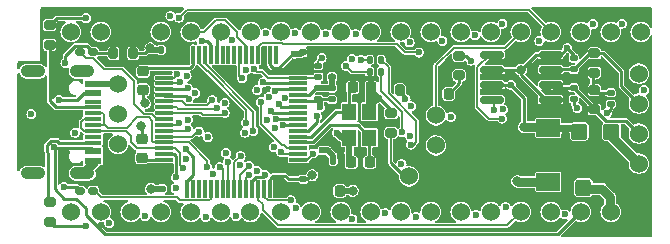
<source format=gtl>
G04 #@! TF.GenerationSoftware,KiCad,Pcbnew,(6.0.7-1)-1*
G04 #@! TF.CreationDate,2022-09-05T08:39:56-04:00*
G04 #@! TF.ProjectId,F405_pill,46343035-5f70-4696-9c6c-2e6b69636164,rev?*
G04 #@! TF.SameCoordinates,Original*
G04 #@! TF.FileFunction,Copper,L1,Top*
G04 #@! TF.FilePolarity,Positive*
%FSLAX46Y46*%
G04 Gerber Fmt 4.6, Leading zero omitted, Abs format (unit mm)*
G04 Created by KiCad (PCBNEW (6.0.7-1)-1) date 2022-09-05 08:39:56*
%MOMM*%
%LPD*%
G01*
G04 APERTURE LIST*
G04 Aperture macros list*
%AMRoundRect*
0 Rectangle with rounded corners*
0 $1 Rounding radius*
0 $2 $3 $4 $5 $6 $7 $8 $9 X,Y pos of 4 corners*
0 Add a 4 corners polygon primitive as box body*
4,1,4,$2,$3,$4,$5,$6,$7,$8,$9,$2,$3,0*
0 Add four circle primitives for the rounded corners*
1,1,$1+$1,$2,$3*
1,1,$1+$1,$4,$5*
1,1,$1+$1,$6,$7*
1,1,$1+$1,$8,$9*
0 Add four rect primitives between the rounded corners*
20,1,$1+$1,$2,$3,$4,$5,0*
20,1,$1+$1,$4,$5,$6,$7,0*
20,1,$1+$1,$6,$7,$8,$9,0*
20,1,$1+$1,$8,$9,$2,$3,0*%
G04 Aperture macros list end*
G04 #@! TA.AperFunction,SMDPad,CuDef*
%ADD10RoundRect,0.225000X0.250000X-0.225000X0.250000X0.225000X-0.250000X0.225000X-0.250000X-0.225000X0*%
G04 #@! TD*
G04 #@! TA.AperFunction,SMDPad,CuDef*
%ADD11RoundRect,0.225000X-0.250000X0.225000X-0.250000X-0.225000X0.250000X-0.225000X0.250000X0.225000X0*%
G04 #@! TD*
G04 #@! TA.AperFunction,SMDPad,CuDef*
%ADD12RoundRect,0.140000X-0.170000X0.140000X-0.170000X-0.140000X0.170000X-0.140000X0.170000X0.140000X0*%
G04 #@! TD*
G04 #@! TA.AperFunction,SMDPad,CuDef*
%ADD13RoundRect,0.140000X0.140000X0.170000X-0.140000X0.170000X-0.140000X-0.170000X0.140000X-0.170000X0*%
G04 #@! TD*
G04 #@! TA.AperFunction,SMDPad,CuDef*
%ADD14RoundRect,0.200000X-0.275000X0.200000X-0.275000X-0.200000X0.275000X-0.200000X0.275000X0.200000X0*%
G04 #@! TD*
G04 #@! TA.AperFunction,SMDPad,CuDef*
%ADD15R,2.000000X1.500000*%
G04 #@! TD*
G04 #@! TA.AperFunction,SMDPad,CuDef*
%ADD16R,2.000000X3.800000*%
G04 #@! TD*
G04 #@! TA.AperFunction,ComponentPad*
%ADD17C,1.524000*%
G04 #@! TD*
G04 #@! TA.AperFunction,SMDPad,CuDef*
%ADD18R,1.200000X1.400000*%
G04 #@! TD*
G04 #@! TA.AperFunction,SMDPad,CuDef*
%ADD19RoundRect,0.200000X0.275000X-0.200000X0.275000X0.200000X-0.275000X0.200000X-0.275000X-0.200000X0*%
G04 #@! TD*
G04 #@! TA.AperFunction,SMDPad,CuDef*
%ADD20RoundRect,0.140000X0.170000X-0.140000X0.170000X0.140000X-0.170000X0.140000X-0.170000X-0.140000X0*%
G04 #@! TD*
G04 #@! TA.AperFunction,SMDPad,CuDef*
%ADD21RoundRect,0.225000X-0.225000X-0.250000X0.225000X-0.250000X0.225000X0.250000X-0.225000X0.250000X0*%
G04 #@! TD*
G04 #@! TA.AperFunction,SMDPad,CuDef*
%ADD22RoundRect,0.140000X-0.140000X-0.170000X0.140000X-0.170000X0.140000X0.170000X-0.140000X0.170000X0*%
G04 #@! TD*
G04 #@! TA.AperFunction,SMDPad,CuDef*
%ADD23RoundRect,0.250000X-0.450000X-0.425000X0.450000X-0.425000X0.450000X0.425000X-0.450000X0.425000X0*%
G04 #@! TD*
G04 #@! TA.AperFunction,SMDPad,CuDef*
%ADD24RoundRect,0.160000X0.222500X0.160000X-0.222500X0.160000X-0.222500X-0.160000X0.222500X-0.160000X0*%
G04 #@! TD*
G04 #@! TA.AperFunction,SMDPad,CuDef*
%ADD25RoundRect,0.075000X0.700000X0.075000X-0.700000X0.075000X-0.700000X-0.075000X0.700000X-0.075000X0*%
G04 #@! TD*
G04 #@! TA.AperFunction,SMDPad,CuDef*
%ADD26RoundRect,0.075000X0.075000X0.700000X-0.075000X0.700000X-0.075000X-0.700000X0.075000X-0.700000X0*%
G04 #@! TD*
G04 #@! TA.AperFunction,SMDPad,CuDef*
%ADD27RoundRect,0.218750X-0.218750X-0.256250X0.218750X-0.256250X0.218750X0.256250X-0.218750X0.256250X0*%
G04 #@! TD*
G04 #@! TA.AperFunction,SMDPad,CuDef*
%ADD28RoundRect,0.225000X0.225000X0.250000X-0.225000X0.250000X-0.225000X-0.250000X0.225000X-0.250000X0*%
G04 #@! TD*
G04 #@! TA.AperFunction,SMDPad,CuDef*
%ADD29RoundRect,0.147500X-0.172500X0.147500X-0.172500X-0.147500X0.172500X-0.147500X0.172500X0.147500X0*%
G04 #@! TD*
G04 #@! TA.AperFunction,SMDPad,CuDef*
%ADD30RoundRect,0.250000X-0.425000X0.450000X-0.425000X-0.450000X0.425000X-0.450000X0.425000X0.450000X0*%
G04 #@! TD*
G04 #@! TA.AperFunction,SMDPad,CuDef*
%ADD31RoundRect,0.150000X-0.825000X-0.150000X0.825000X-0.150000X0.825000X0.150000X-0.825000X0.150000X0*%
G04 #@! TD*
G04 #@! TA.AperFunction,SMDPad,CuDef*
%ADD32RoundRect,0.200000X0.200000X0.275000X-0.200000X0.275000X-0.200000X-0.275000X0.200000X-0.275000X0*%
G04 #@! TD*
G04 #@! TA.AperFunction,SMDPad,CuDef*
%ADD33R,1.450000X0.600000*%
G04 #@! TD*
G04 #@! TA.AperFunction,SMDPad,CuDef*
%ADD34R,1.450000X0.300000*%
G04 #@! TD*
G04 #@! TA.AperFunction,ComponentPad*
%ADD35O,2.100000X1.050000*%
G04 #@! TD*
G04 #@! TA.AperFunction,SMDPad,CuDef*
%ADD36RoundRect,0.160000X-0.222500X-0.160000X0.222500X-0.160000X0.222500X0.160000X-0.222500X0.160000X0*%
G04 #@! TD*
G04 #@! TA.AperFunction,ViaPad*
%ADD37C,0.600000*%
G04 #@! TD*
G04 #@! TA.AperFunction,ViaPad*
%ADD38C,0.800000*%
G04 #@! TD*
G04 #@! TA.AperFunction,Conductor*
%ADD39C,0.250000*%
G04 #@! TD*
G04 #@! TA.AperFunction,Conductor*
%ADD40C,0.500000*%
G04 #@! TD*
G04 #@! TA.AperFunction,Conductor*
%ADD41C,0.800000*%
G04 #@! TD*
G04 #@! TA.AperFunction,Conductor*
%ADD42C,0.200000*%
G04 #@! TD*
G04 #@! TA.AperFunction,Conductor*
%ADD43C,0.600000*%
G04 #@! TD*
G04 APERTURE END LIST*
D10*
X104901000Y-87713000D03*
X104901000Y-86163000D03*
D11*
X105007000Y-80412000D03*
X105007000Y-81962000D03*
D12*
X106617000Y-89379000D03*
X106617000Y-90339000D03*
D13*
X107511000Y-78583000D03*
X106551000Y-78583000D03*
D14*
X97096000Y-91487000D03*
X97096000Y-93137000D03*
D15*
X139332000Y-89775600D03*
D16*
X133032000Y-87475600D03*
D15*
X139332000Y-87475600D03*
X139332000Y-85175600D03*
D17*
X146982000Y-88222000D03*
X146982000Y-85682000D03*
X146982000Y-83142000D03*
X146982000Y-80602000D03*
D18*
X124180000Y-86033000D03*
X124180000Y-83833000D03*
X122480000Y-83833000D03*
X122480000Y-86033000D03*
D19*
X97096000Y-78151000D03*
X97096000Y-76501000D03*
D17*
X129800000Y-84130000D03*
X129800000Y-86670000D03*
D20*
X119860000Y-80890000D03*
X119860000Y-79930000D03*
X118514000Y-79763000D03*
X118514000Y-78803000D03*
D21*
X122766000Y-81758000D03*
X124316000Y-81758000D03*
D12*
X119858000Y-81814000D03*
X119858000Y-82774000D03*
D19*
X143218000Y-80520200D03*
X143218000Y-78870200D03*
D22*
X120140000Y-87981000D03*
X121100000Y-87981000D03*
D23*
X141950000Y-85500000D03*
X144650000Y-85500000D03*
D12*
X121000000Y-81820000D03*
X121000000Y-82780000D03*
D20*
X118588000Y-90493000D03*
X118588000Y-89533000D03*
D24*
X100809500Y-78787000D03*
X99664500Y-78787000D03*
D25*
X118167000Y-88429000D03*
X118167000Y-87929000D03*
X118167000Y-87429000D03*
X118167000Y-86929000D03*
X118167000Y-86429000D03*
X118167000Y-85929000D03*
X118167000Y-85429000D03*
X118167000Y-84929000D03*
X118167000Y-84429000D03*
X118167000Y-83929000D03*
X118167000Y-83429000D03*
X118167000Y-82929000D03*
X118167000Y-82429000D03*
X118167000Y-81929000D03*
X118167000Y-81429000D03*
X118167000Y-80929000D03*
D26*
X116242000Y-79004000D03*
X115742000Y-79004000D03*
X115242000Y-79004000D03*
X114742000Y-79004000D03*
X114242000Y-79004000D03*
X113742000Y-79004000D03*
X113242000Y-79004000D03*
X112742000Y-79004000D03*
X112242000Y-79004000D03*
X111742000Y-79004000D03*
X111242000Y-79004000D03*
X110742000Y-79004000D03*
X110242000Y-79004000D03*
X109742000Y-79004000D03*
X109242000Y-79004000D03*
X108742000Y-79004000D03*
D25*
X106817000Y-80929000D03*
X106817000Y-81429000D03*
X106817000Y-81929000D03*
X106817000Y-82429000D03*
X106817000Y-82929000D03*
X106817000Y-83429000D03*
X106817000Y-83929000D03*
X106817000Y-84429000D03*
X106817000Y-84929000D03*
X106817000Y-85429000D03*
X106817000Y-85929000D03*
X106817000Y-86429000D03*
X106817000Y-86929000D03*
X106817000Y-87429000D03*
X106817000Y-87929000D03*
X106817000Y-88429000D03*
D26*
X108742000Y-90354000D03*
X109242000Y-90354000D03*
X109742000Y-90354000D03*
X110242000Y-90354000D03*
X110742000Y-90354000D03*
X111242000Y-90354000D03*
X111742000Y-90354000D03*
X112242000Y-90354000D03*
X112742000Y-90354000D03*
X113242000Y-90354000D03*
X113742000Y-90354000D03*
X114242000Y-90354000D03*
X114742000Y-90354000D03*
X115242000Y-90354000D03*
X115742000Y-90354000D03*
X116242000Y-90354000D03*
D14*
X125989000Y-83958000D03*
X125989000Y-85608000D03*
D22*
X124200000Y-80430000D03*
X125160000Y-80430000D03*
D27*
X130894500Y-82312000D03*
X132469500Y-82312000D03*
D20*
X141480000Y-80248000D03*
X141480000Y-79288000D03*
D28*
X124189000Y-88108000D03*
X122639000Y-88108000D03*
D17*
X130070000Y-89300000D03*
X127530000Y-89300000D03*
D29*
X121000000Y-79915000D03*
X121000000Y-80885000D03*
D30*
X142300000Y-87550000D03*
X142300000Y-90250000D03*
D31*
X134567028Y-79000657D03*
X134567028Y-80270657D03*
X134567028Y-81540657D03*
X134567028Y-82810657D03*
X139517028Y-82810657D03*
X139517028Y-81540657D03*
X139517028Y-80270657D03*
X139517028Y-79000657D03*
D17*
X147147000Y-77057000D03*
X144607000Y-77057000D03*
X142067000Y-77057000D03*
X139527000Y-77057000D03*
X136987000Y-77057000D03*
X134447000Y-77057000D03*
X131907000Y-77057000D03*
X129367000Y-77057000D03*
X126827000Y-77057000D03*
X124287000Y-77057000D03*
X121747000Y-77057000D03*
X119207000Y-77057000D03*
X116667000Y-77057000D03*
X114127000Y-77057000D03*
X111587000Y-77057000D03*
X109047000Y-77057000D03*
X106507000Y-77057000D03*
X103967000Y-77057000D03*
X101427000Y-77057000D03*
X98887000Y-77057000D03*
X98887000Y-92297000D03*
X101427000Y-92297000D03*
X103967000Y-92297000D03*
X106507000Y-92297000D03*
X109047000Y-92297000D03*
X111587000Y-92297000D03*
X114103395Y-92306993D03*
X116667000Y-92297000D03*
X119207000Y-92297000D03*
X121747000Y-92297000D03*
X124287000Y-92297000D03*
X126827000Y-92297000D03*
X129367000Y-92297000D03*
X131907000Y-92297000D03*
X134447000Y-92297000D03*
X136987000Y-92297000D03*
X139527000Y-92297000D03*
X142067000Y-92297000D03*
X144607000Y-92297000D03*
X147147000Y-92297000D03*
D19*
X143218000Y-83631200D03*
X143218000Y-81981200D03*
D17*
X102882000Y-81502000D03*
X102882000Y-84042000D03*
X102882000Y-86582000D03*
X102882000Y-89122000D03*
D32*
X128389000Y-82008000D03*
X126739000Y-82008000D03*
D22*
X124200000Y-79430000D03*
X125160000Y-79430000D03*
D21*
X120112000Y-90521000D03*
X121662000Y-90521000D03*
D33*
X100777000Y-81462000D03*
X100777000Y-82262000D03*
D34*
X100777000Y-83462000D03*
X100777000Y-84462000D03*
X100777000Y-84962000D03*
X100777000Y-85962000D03*
D33*
X100777000Y-87962000D03*
X100777000Y-87162000D03*
D34*
X100777000Y-86462000D03*
X100777000Y-85462000D03*
X100777000Y-83962000D03*
X100777000Y-82962000D03*
D35*
X99862000Y-80392000D03*
X99862000Y-89032000D03*
X95682000Y-80392000D03*
X95682000Y-89032000D03*
D12*
X144600000Y-82222000D03*
X144600000Y-83182000D03*
D36*
X99667500Y-90530000D03*
X100812500Y-90530000D03*
D12*
X141480000Y-81800000D03*
X141480000Y-82760000D03*
D32*
X104157000Y-78887000D03*
X102507000Y-78887000D03*
D14*
X131782000Y-79087000D03*
X131782000Y-80737000D03*
D37*
X145570000Y-76370000D03*
X122690000Y-79360000D03*
X99260000Y-85600000D03*
X113620000Y-85600000D03*
X113700000Y-80310000D03*
X140932000Y-78452000D03*
X138560000Y-77820000D03*
X115390000Y-77180000D03*
X144300000Y-83900000D03*
X116094994Y-86815006D03*
X133170000Y-92540000D03*
D38*
X137016628Y-80270657D03*
D37*
X122740000Y-92940500D03*
X107330000Y-75700000D03*
X128120000Y-92750000D03*
X119980000Y-83450000D03*
X141782000Y-83512000D03*
X121400000Y-85600000D03*
X117010000Y-82650000D03*
X135700000Y-91910000D03*
X109430000Y-82260000D03*
X107760000Y-90320000D03*
X122480000Y-87300000D03*
D38*
X136682000Y-89712000D03*
D37*
X108690000Y-80830000D03*
X127570000Y-77960000D03*
X110960000Y-89060000D03*
X133100000Y-77370000D03*
X114680000Y-82000000D03*
X112900000Y-92690000D03*
D38*
X105182000Y-83112000D03*
D37*
X110310000Y-92730000D03*
X143090000Y-76410000D03*
X135470000Y-83610000D03*
X117900000Y-77180000D03*
X102150000Y-93270000D03*
X127620000Y-85860000D03*
X147430000Y-82000000D03*
X115640000Y-82560000D03*
X117831068Y-78900000D03*
X125020000Y-82680000D03*
X110483300Y-85976700D03*
X126890000Y-88270000D03*
X112020000Y-87320000D03*
X117940000Y-91980000D03*
D38*
X105667000Y-90354000D03*
D37*
X123000000Y-77250000D03*
X115540000Y-84490000D03*
X125530000Y-92410000D03*
X124210000Y-82670000D03*
X100182000Y-93489300D03*
X105200000Y-92690000D03*
X112560000Y-77730000D03*
X120460000Y-77220000D03*
X140700000Y-92520000D03*
X113241500Y-88330000D03*
X131090000Y-84250000D03*
X120200000Y-87091500D03*
X109972088Y-77855560D03*
X95550000Y-84020000D03*
X111918838Y-83102665D03*
D38*
X122766000Y-90521000D03*
X119337000Y-89196696D03*
X105634000Y-78456000D03*
D37*
X100182000Y-75912000D03*
X114640000Y-88815500D03*
X116160000Y-85230500D03*
X108670000Y-87820000D03*
X135440000Y-76360000D03*
X130360000Y-77840000D03*
D38*
X104876000Y-85013000D03*
D37*
X127730000Y-83380000D03*
X108800000Y-84500000D03*
X132800000Y-79500000D03*
X112230000Y-80550000D03*
X105741000Y-89379000D03*
X120286800Y-92913200D03*
X107560000Y-93450000D03*
X95520000Y-85990000D03*
X112460000Y-85300000D03*
X108614000Y-87008000D03*
X107814000Y-89383000D03*
X115340000Y-89170000D03*
X136140657Y-81540657D03*
X97907500Y-82840000D03*
D38*
X137250000Y-85126000D03*
D37*
X97443573Y-86853266D03*
X107910000Y-80654500D03*
X108140000Y-81347638D03*
X108800000Y-81850000D03*
X108864000Y-82733000D03*
X108089000Y-84808000D03*
X108839000Y-85308000D03*
X109772378Y-85499622D03*
X119432000Y-87362000D03*
X127700000Y-86600000D03*
X126950000Y-85559500D03*
X116708985Y-87211015D03*
X114990000Y-83010000D03*
X120130000Y-79280000D03*
X116839000Y-84978000D03*
X116264000Y-84453500D03*
X115839000Y-83783000D03*
X116489000Y-83208000D03*
X123470000Y-79420000D03*
X116170000Y-82037815D03*
X122180000Y-79933500D03*
X115160000Y-81340000D03*
X114439655Y-80189655D03*
X128350000Y-78810000D03*
X113414000Y-81008000D03*
X114357000Y-85462000D03*
X113732000Y-84762000D03*
X108049122Y-75859122D03*
X110880500Y-82820000D03*
X111290000Y-83470000D03*
X111920000Y-83920000D03*
X111500000Y-88530000D03*
X112189000Y-88108000D03*
X113264000Y-87583000D03*
X113980000Y-88430000D03*
X113945390Y-89210269D03*
X134700000Y-83700000D03*
X135400000Y-84400000D03*
X117520000Y-91320000D03*
X98440000Y-79710000D03*
X98305007Y-90184993D03*
X119739000Y-84208000D03*
X127230000Y-82780000D03*
X110438500Y-88500000D03*
X108390000Y-88560000D03*
D39*
X124180000Y-85933000D02*
X123180000Y-84933000D01*
X120875396Y-84933000D02*
X119379396Y-86429000D01*
X119379396Y-86429000D02*
X118167000Y-86429000D01*
X124180000Y-88099000D02*
X124189000Y-88108000D01*
X123180000Y-84933000D02*
X120875396Y-84933000D01*
X124180000Y-86033000D02*
X124180000Y-88099000D01*
X124180000Y-86033000D02*
X124180000Y-85933000D01*
X132387000Y-79087000D02*
X132800000Y-79500000D01*
X139517028Y-79000657D02*
X140383343Y-79000657D01*
X110742000Y-79004000D02*
X110742000Y-78211000D01*
X120994000Y-82774000D02*
X121000000Y-82780000D01*
X104901000Y-85038000D02*
X104876000Y-85013000D01*
X119858000Y-82774000D02*
X120994000Y-82774000D01*
X105007000Y-81962000D02*
X105007000Y-82937000D01*
X141480000Y-79000000D02*
X140932000Y-78452000D01*
D40*
X122480000Y-86033000D02*
X122480000Y-87949000D01*
D39*
X100182000Y-75912000D02*
X97685000Y-75912000D01*
D40*
X122480000Y-86033000D02*
X121833000Y-86033000D01*
D39*
X105007000Y-82937000D02*
X105182000Y-83112000D01*
X137016628Y-80687008D02*
X137016628Y-80270657D01*
D40*
X125020000Y-82730000D02*
X124870000Y-82730000D01*
X124180000Y-82021000D02*
X124443000Y-81758000D01*
D39*
X104157000Y-78887000D02*
X105203000Y-78887000D01*
D40*
X119980000Y-82896000D02*
X119858000Y-82774000D01*
X120641500Y-87091500D02*
X120200000Y-87091500D01*
D41*
X144650000Y-85890000D02*
X144650000Y-85500000D01*
D39*
X144600000Y-83600000D02*
X144300000Y-83900000D01*
X110742000Y-78211000D02*
X110386560Y-77855560D01*
X124980000Y-82670000D02*
X125989000Y-83679000D01*
D41*
X144579000Y-91221000D02*
X144579000Y-91079000D01*
D40*
X106551000Y-78583000D02*
X105761000Y-78583000D01*
D39*
X139517028Y-79000657D02*
X138286628Y-79000657D01*
D40*
X100807000Y-81442000D02*
X102820000Y-81442000D01*
X124180000Y-83833000D02*
X124180000Y-82021000D01*
D39*
X104901000Y-86163000D02*
X104901000Y-85038000D01*
X141480000Y-79288000D02*
X141480000Y-79000000D01*
D41*
X138873000Y-89775600D02*
X136782000Y-89775600D01*
D39*
X118588000Y-89533000D02*
X118879391Y-89533000D01*
X137016628Y-80270657D02*
X134567028Y-80270657D01*
X105203000Y-78887000D02*
X105634000Y-78456000D01*
X141480000Y-82760000D02*
X141480000Y-83210000D01*
D40*
X121100000Y-87550000D02*
X120641500Y-87091500D01*
X124870000Y-82730000D02*
X124180000Y-83420000D01*
D39*
X115742000Y-90354000D02*
X115742000Y-89513315D01*
X97448300Y-93489300D02*
X100182000Y-93489300D01*
D40*
X105761000Y-78583000D02*
X105634000Y-78456000D01*
D39*
X144600000Y-83182000D02*
X144600000Y-83600000D01*
D40*
X106617000Y-90339000D02*
X105682000Y-90339000D01*
D39*
X116001315Y-80104000D02*
X116489253Y-80104000D01*
D40*
X119980000Y-83450000D02*
X119980000Y-82896000D01*
D39*
X118879391Y-89533000D02*
X119215695Y-89196696D01*
X124210000Y-82670000D02*
X124980000Y-82670000D01*
D41*
X144579000Y-91079000D02*
X143837500Y-90337500D01*
X100877000Y-88117000D02*
X99962000Y-89032000D01*
D40*
X124316000Y-81758000D02*
X124316000Y-82026000D01*
X124180000Y-83420000D02*
X124180000Y-83833000D01*
X121662000Y-90521000D02*
X122766000Y-90521000D01*
D39*
X110386560Y-77855560D02*
X109972088Y-77855560D01*
X115742000Y-79004000D02*
X115742000Y-79844685D01*
X116489253Y-80104000D02*
X117790253Y-78803000D01*
X97096000Y-93137000D02*
X97448300Y-93489300D01*
D40*
X121100000Y-88087000D02*
X121100000Y-87550000D01*
X122480000Y-87949000D02*
X122639000Y-88108000D01*
D39*
X138286628Y-79000657D02*
X137016628Y-80270657D01*
D40*
X121833000Y-86033000D02*
X121400000Y-85600000D01*
D39*
X141480000Y-83210000D02*
X141782000Y-83512000D01*
X131782000Y-79087000D02*
X132387000Y-79087000D01*
D40*
X117831068Y-78900000D02*
X118417000Y-78900000D01*
D39*
X139140277Y-82810657D02*
X137016628Y-80687008D01*
D40*
X124316000Y-82026000D02*
X125020000Y-82730000D01*
D39*
X139517028Y-82810657D02*
X139140277Y-82810657D01*
X115742000Y-89513315D02*
X116004315Y-89251000D01*
X117051000Y-89251000D02*
X117333000Y-89533000D01*
D41*
X146982000Y-88222000D02*
X144650000Y-85890000D01*
D39*
X125989000Y-83679000D02*
X125989000Y-83958000D01*
X117790253Y-78803000D02*
X118514000Y-78803000D01*
X115742000Y-90354000D02*
X115742000Y-89544000D01*
D40*
X105682000Y-90339000D02*
X105667000Y-90354000D01*
D39*
X117333000Y-89533000D02*
X118588000Y-89533000D01*
D40*
X118417000Y-78900000D02*
X118514000Y-78803000D01*
D39*
X140383343Y-79000657D02*
X140932000Y-78452000D01*
X115742000Y-89544000D02*
X115767000Y-89519000D01*
X115742000Y-79844685D02*
X116001315Y-80104000D01*
X116004315Y-89251000D02*
X117051000Y-89251000D01*
D41*
X144579000Y-92333000D02*
X144579000Y-91221000D01*
D39*
X119703000Y-82929000D02*
X118167000Y-82929000D01*
D40*
X122480000Y-87300000D02*
X122480000Y-87949000D01*
D41*
X136782000Y-89775600D02*
X136718400Y-89712000D01*
D39*
X119858000Y-82774000D02*
X119703000Y-82929000D01*
D41*
X143837500Y-90337500D02*
X142400000Y-90337500D01*
D39*
X97685000Y-75912000D02*
X97096000Y-76501000D01*
D40*
X121000000Y-81808000D02*
X121000000Y-80800000D01*
D39*
X119858000Y-81814000D02*
X119662000Y-81814000D01*
X119662000Y-81814000D02*
X119047000Y-82429000D01*
X119047000Y-82429000D02*
X118167000Y-82429000D01*
D40*
X120973000Y-81814000D02*
X121001000Y-81786000D01*
X119858000Y-81814000D02*
X120973000Y-81814000D01*
X120112000Y-90521000D02*
X120112000Y-89398749D01*
D39*
X132469500Y-86913100D02*
X132469500Y-82312000D01*
X129090000Y-78480000D02*
X128070000Y-77460000D01*
X130070000Y-89300000D02*
X128360000Y-91010000D01*
X119692000Y-88429000D02*
X120140000Y-87981000D01*
X125220000Y-91010000D02*
X123608749Y-89398749D01*
X115242000Y-79004000D02*
X115242000Y-79981081D01*
X121490000Y-78680000D02*
X121000000Y-79170000D01*
X131239889Y-85683489D02*
X129943489Y-85683489D01*
X133032000Y-87475600D02*
X132469500Y-86913100D01*
D40*
X118588000Y-90493000D02*
X120084000Y-90493000D01*
D39*
X107511000Y-77189000D02*
X107511000Y-76665862D01*
X115814919Y-80554000D02*
X117723000Y-80554000D01*
D40*
X120084000Y-90493000D02*
X120112000Y-90521000D01*
D41*
X147094000Y-90724000D02*
X144110500Y-87740500D01*
D39*
X128389000Y-80451000D02*
X129090000Y-79750000D01*
X133032000Y-87475600D02*
X131239889Y-85683489D01*
X106817000Y-89179000D02*
X106617000Y-89379000D01*
X120140000Y-87981000D02*
X120140000Y-89460000D01*
X116381000Y-90493000D02*
X116242000Y-90354000D01*
X107511000Y-77139000D02*
X107511000Y-77189000D01*
D41*
X139573900Y-87475600D02*
X139332000Y-87475600D01*
D39*
X115242000Y-79981081D02*
X115814919Y-80554000D01*
D41*
X147094000Y-92318000D02*
X147094000Y-90724000D01*
D39*
X133032000Y-87475600D02*
X131207600Y-89300000D01*
X120520000Y-78690000D02*
X119587000Y-78690000D01*
X121115000Y-79800000D02*
X121000000Y-79915000D01*
X120140000Y-89460000D02*
X120160000Y-89480000D01*
D40*
X120318511Y-92757404D02*
X120318511Y-90727511D01*
D39*
X129943489Y-85683489D02*
X128389000Y-84129000D01*
X126250000Y-78680000D02*
X121490000Y-78680000D01*
X106885138Y-76040000D02*
X104984000Y-76040000D01*
D40*
X120286800Y-92789115D02*
X120318511Y-92757404D01*
D39*
X121000000Y-79170000D02*
X120520000Y-78690000D01*
X107511000Y-76665862D02*
X106885138Y-76040000D01*
X128389000Y-82008000D02*
X128389000Y-80819000D01*
D41*
X144110500Y-87710500D02*
X143662500Y-87262500D01*
D40*
X120318511Y-90727511D02*
X120112000Y-90521000D01*
D39*
X128389000Y-80819000D02*
X128389000Y-80451000D01*
X108742000Y-79004000D02*
X107932000Y-79004000D01*
X123608749Y-89398749D02*
X120112000Y-89398749D01*
X108952519Y-75697481D02*
X107511000Y-77139000D01*
X118588000Y-90493000D02*
X116381000Y-90493000D01*
D40*
X105741000Y-89379000D02*
X106617000Y-89379000D01*
X102882000Y-89122000D02*
X103139000Y-89379000D01*
D39*
X107932000Y-79004000D02*
X107511000Y-78583000D01*
X112707481Y-75697481D02*
X108952519Y-75697481D01*
X106817000Y-88429000D02*
X106817000Y-89179000D01*
D40*
X103139000Y-89379000D02*
X105741000Y-89379000D01*
D39*
X128070000Y-77460000D02*
X128070000Y-76850000D01*
X117723000Y-80554000D02*
X118514000Y-79763000D01*
X107511000Y-77189000D02*
X107511000Y-78583000D01*
X128389000Y-80819000D02*
X126250000Y-78680000D01*
X128070000Y-76850000D02*
X127200000Y-75980000D01*
X119587000Y-78690000D02*
X118514000Y-79763000D01*
X131207600Y-89300000D02*
X130070000Y-89300000D01*
X112990000Y-75980000D02*
X112707481Y-75697481D01*
D41*
X142400000Y-87262500D02*
X139545100Y-87262500D01*
D39*
X116242000Y-90354000D02*
X116242000Y-90461000D01*
X118167000Y-88429000D02*
X119692000Y-88429000D01*
X121000000Y-79915000D02*
X121000000Y-79170000D01*
X104984000Y-76040000D02*
X103967000Y-77057000D01*
X127200000Y-75980000D02*
X112990000Y-75980000D01*
D41*
X143662500Y-87262500D02*
X142400000Y-87262500D01*
X139545100Y-87262500D02*
X139332000Y-87475600D01*
D39*
X128360000Y-91010000D02*
X125220000Y-91010000D01*
D40*
X120286800Y-92913200D02*
X120286800Y-92789115D01*
D39*
X129090000Y-79750000D02*
X129090000Y-78480000D01*
D41*
X144110500Y-87740500D02*
X144110500Y-87710500D01*
X133382000Y-87212000D02*
X139682000Y-87212000D01*
D39*
X128389000Y-84129000D02*
X128389000Y-82008000D01*
X121339000Y-83833000D02*
X122480000Y-83833000D01*
X122480000Y-82171000D02*
X122893000Y-81758000D01*
X122480000Y-83833000D02*
X122480000Y-82171000D01*
X118167000Y-85929000D02*
X119243000Y-85929000D01*
X119243000Y-85929000D02*
X121339000Y-83833000D01*
X109242000Y-79004000D02*
X109242000Y-79844685D01*
X105346000Y-80130000D02*
X105115000Y-80361000D01*
X109242000Y-79844685D02*
X108956685Y-80130000D01*
X108956685Y-80130000D02*
X105346000Y-80130000D01*
X106817000Y-87929000D02*
X104833000Y-87929000D01*
X144600000Y-82222000D02*
X143316800Y-82222000D01*
X143076000Y-80520200D02*
X143076000Y-81981200D01*
X143316800Y-82222000D02*
X143076000Y-81981200D01*
X139539685Y-80248000D02*
X139517028Y-80270657D01*
X143218000Y-78870200D02*
X143970200Y-78870200D01*
X142857800Y-78870200D02*
X141480000Y-80248000D01*
X143218000Y-78870200D02*
X142857800Y-78870200D01*
X145500000Y-80400000D02*
X145500000Y-81660000D01*
X145500000Y-81660000D02*
X146982000Y-83142000D01*
X141480000Y-80248000D02*
X139539685Y-80248000D01*
X143970200Y-78870200D02*
X145500000Y-80400000D01*
X108742000Y-90354000D02*
X108742000Y-89655415D01*
X109042935Y-89354480D02*
X109045520Y-89354480D01*
X108742000Y-89655415D02*
X109042935Y-89354480D01*
X109234000Y-89166000D02*
X109234000Y-87628000D01*
X109234000Y-87628000D02*
X108614000Y-87008000D01*
X109045520Y-89354480D02*
X109234000Y-89166000D01*
X106817000Y-87429000D02*
X107657685Y-87429000D01*
X107816520Y-89380480D02*
X107814000Y-89383000D01*
X107657685Y-87429000D02*
X107816520Y-87587835D01*
X107816520Y-87587835D02*
X107816520Y-89380480D01*
X114242000Y-89655415D02*
X114242000Y-90354000D01*
D42*
X125989000Y-85608000D02*
X125989000Y-88101000D01*
D39*
X127120000Y-89300000D02*
X125990000Y-88170000D01*
X127530000Y-89300000D02*
X127120000Y-89300000D01*
X114557415Y-89340000D02*
X114242000Y-89655415D01*
X115170000Y-89340000D02*
X114557415Y-89340000D01*
X115340000Y-89170000D02*
X115170000Y-89340000D01*
D42*
X125989000Y-88101000D02*
X125980000Y-88110000D01*
D39*
X125990000Y-88170000D02*
X125990000Y-88090000D01*
X100032000Y-82262000D02*
X100877000Y-82262000D01*
D43*
X141625600Y-85175600D02*
X139332000Y-85175600D01*
D41*
X137264000Y-85112000D02*
X139282000Y-85112000D01*
D39*
X134567028Y-81540657D02*
X136140657Y-81540657D01*
X140122000Y-94210000D02*
X101790000Y-94210000D01*
X99330000Y-91180000D02*
X98330000Y-91180000D01*
X97546999Y-90396999D02*
X97546999Y-86876999D01*
X101790000Y-94210000D02*
X100160000Y-92580000D01*
X97907500Y-82840000D02*
X99454000Y-82840000D01*
X100591999Y-86876999D02*
X97546999Y-86876999D01*
D41*
X137250000Y-85126000D02*
X137264000Y-85112000D01*
D39*
X100160000Y-92010000D02*
X99330000Y-91180000D01*
X100160000Y-92580000D02*
X100160000Y-92010000D01*
X97523266Y-86853266D02*
X97443573Y-86853266D01*
X98330000Y-91180000D02*
X97546999Y-90396999D01*
X142014000Y-92318000D02*
X140122000Y-94210000D01*
X136140657Y-81540657D02*
X137250000Y-82650000D01*
D43*
X141950000Y-85500000D02*
X141625600Y-85175600D01*
D39*
X100877000Y-87162000D02*
X100591999Y-86876999D01*
X137250000Y-82650000D02*
X137250000Y-85126000D01*
X99454000Y-82840000D02*
X100032000Y-82262000D01*
X97546999Y-86876999D02*
X97523266Y-86853266D01*
D42*
X107635500Y-80929000D02*
X107910000Y-80654500D01*
X106817000Y-80929000D02*
X107635500Y-80929000D01*
X108058638Y-81429000D02*
X106817000Y-81429000D01*
X108140000Y-81347638D02*
X108058638Y-81429000D01*
D39*
X108800000Y-81850000D02*
X108721000Y-81929000D01*
X108721000Y-81929000D02*
X106817000Y-81929000D01*
X106817000Y-82429000D02*
X106868000Y-82480000D01*
X106868000Y-82480000D02*
X108611000Y-82480000D01*
X108611000Y-82480000D02*
X108864000Y-82733000D01*
D42*
X106817000Y-84929000D02*
X107968000Y-84929000D01*
X107968000Y-84929000D02*
X108089000Y-84808000D01*
X106817000Y-85429000D02*
X108718000Y-85429000D01*
X108718000Y-85429000D02*
X108839000Y-85308000D01*
X106821000Y-85933000D02*
X106817000Y-85929000D01*
X109772378Y-85499622D02*
X109547378Y-85499622D01*
X109114000Y-85933000D02*
X106821000Y-85933000D01*
X109547378Y-85499622D02*
X109114000Y-85933000D01*
X128140000Y-84615736D02*
X125800000Y-82275736D01*
X125800000Y-82275736D02*
X125800000Y-80070000D01*
X127930000Y-86600000D02*
X128140000Y-86390000D01*
X118865000Y-87929000D02*
X119432000Y-87362000D01*
X125800000Y-80070000D02*
X125160000Y-79430000D01*
X128140000Y-86390000D02*
X128140000Y-84615736D01*
X118167000Y-87929000D02*
X118865000Y-87929000D01*
X127700000Y-86600000D02*
X127930000Y-86600000D01*
X116708985Y-87211015D02*
X116926970Y-87429000D01*
X116926970Y-87429000D02*
X118167000Y-87429000D01*
X126950000Y-85559500D02*
X126950000Y-83850000D01*
X125320000Y-80270000D02*
X125160000Y-80430000D01*
X125160000Y-82060000D02*
X125160000Y-80430000D01*
X126950000Y-83850000D02*
X125160000Y-82060000D01*
X117179000Y-86929000D02*
X116910000Y-86660000D01*
X114990000Y-84840000D02*
X114990000Y-83010000D01*
X116910000Y-86660000D02*
X116810000Y-86660000D01*
X119860000Y-79550000D02*
X120130000Y-79280000D01*
X118167000Y-86929000D02*
X117179000Y-86929000D01*
X117503091Y-86929000D02*
X118167000Y-86929000D01*
X116810000Y-86660000D02*
X114990000Y-84840000D01*
X119860000Y-79930000D02*
X119860000Y-79550000D01*
D39*
X116839000Y-84978000D02*
X118118000Y-84978000D01*
X118118000Y-84978000D02*
X118167000Y-84929000D01*
X116264000Y-84453500D02*
X118142500Y-84453500D01*
X118142500Y-84453500D02*
X118167000Y-84429000D01*
X115985000Y-83929000D02*
X118167000Y-83929000D01*
X115839000Y-83783000D02*
X115985000Y-83929000D01*
X116710000Y-83429000D02*
X116489000Y-83208000D01*
X118167000Y-83429000D02*
X116710000Y-83429000D01*
D42*
X123470000Y-79420000D02*
X124190000Y-79420000D01*
D39*
X116278815Y-81929000D02*
X118167000Y-81929000D01*
D42*
X124190000Y-79420000D02*
X124200000Y-79430000D01*
D39*
X116170000Y-82037815D02*
X116278815Y-81929000D01*
X115160000Y-81340000D02*
X115249000Y-81429000D01*
D42*
X122676500Y-80430000D02*
X124200000Y-80430000D01*
D39*
X115249000Y-81429000D02*
X118167000Y-81429000D01*
D42*
X122180000Y-79933500D02*
X122676500Y-80430000D01*
X115057523Y-80433000D02*
X115582523Y-80958000D01*
X114683000Y-80433000D02*
X115057523Y-80433000D01*
X119821000Y-80929000D02*
X119860000Y-80890000D01*
X118167000Y-80929000D02*
X119821000Y-80929000D01*
X115582523Y-80958000D02*
X117364000Y-80958000D01*
X114439655Y-80189655D02*
X114683000Y-80433000D01*
X114742000Y-79004000D02*
X114742000Y-78340091D01*
X115063090Y-78019000D02*
X114841045Y-78241045D01*
X127200000Y-78810000D02*
X126490000Y-78100000D01*
X116819000Y-78019000D02*
X115063090Y-78019000D01*
X128350000Y-78810000D02*
X128350000Y-78800000D01*
X114742000Y-78340091D02*
X114841045Y-78241045D01*
X126490000Y-78100000D02*
X116900000Y-78100000D01*
X116900000Y-78100000D02*
X116819000Y-78019000D01*
X128350000Y-78810000D02*
X127200000Y-78810000D01*
X114841045Y-78241045D02*
X115063091Y-78019000D01*
X113004001Y-77048001D02*
X113004001Y-77492926D01*
X113742000Y-78230925D02*
X113742000Y-79004000D01*
X113004001Y-77492926D02*
X113742000Y-78230925D01*
X111978000Y-76022000D02*
X113004001Y-77048001D01*
X109047000Y-77057000D02*
X110143000Y-77057000D01*
X111178000Y-76022000D02*
X111978000Y-76022000D01*
X110143000Y-77057000D02*
X111178000Y-76022000D01*
X113170000Y-80764000D02*
X113170000Y-79076000D01*
X113170000Y-79076000D02*
X113242000Y-79004000D01*
X113414000Y-81008000D02*
X113170000Y-80764000D01*
D39*
X111242000Y-77370000D02*
X111534000Y-77078000D01*
X111242000Y-79004000D02*
X111242000Y-77370000D01*
D42*
X114332000Y-83812000D02*
X114332000Y-85437000D01*
X114332000Y-85437000D02*
X114357000Y-85462000D01*
X110242000Y-79722000D02*
X114332000Y-83812000D01*
X110242000Y-79004000D02*
X110242000Y-79722000D01*
X109742000Y-79004000D02*
X109742000Y-79703264D01*
X110489000Y-80408000D02*
X113732000Y-83651000D01*
X110446736Y-80408000D02*
X110489000Y-80408000D01*
X113732000Y-83651000D02*
X113732000Y-84762000D01*
X109742000Y-79703264D02*
X110446736Y-80408000D01*
X108049122Y-75859122D02*
X108718244Y-75190000D01*
X106817000Y-82929000D02*
X108324608Y-82929000D01*
X108324608Y-82929000D02*
X108648608Y-83253000D01*
X108648608Y-83253000D02*
X110447500Y-83253000D01*
X110447500Y-83253000D02*
X110880500Y-82820000D01*
X137660000Y-75190000D02*
X139527000Y-77057000D01*
X108718244Y-75190000D02*
X137660000Y-75190000D01*
X107973000Y-83553000D02*
X107849000Y-83429000D01*
X111207000Y-83553000D02*
X107973000Y-83553000D01*
X107849000Y-83429000D02*
X106817000Y-83429000D01*
X111290000Y-83470000D02*
X111207000Y-83553000D01*
X106817000Y-83929000D02*
X109885000Y-83929000D01*
X109885000Y-83929000D02*
X110056000Y-84100000D01*
X110056000Y-84100000D02*
X111740000Y-84100000D01*
X111740000Y-84100000D02*
X111920000Y-83920000D01*
X101694500Y-80199500D02*
X100802000Y-79307000D01*
X105111000Y-84011000D02*
X104257000Y-83157000D01*
X106153091Y-84429000D02*
X105735091Y-84011000D01*
X100184500Y-79307000D02*
X99664500Y-78787000D01*
X104257000Y-81187000D02*
X103269500Y-80199500D01*
X105735091Y-84011000D02*
X105111000Y-84011000D01*
X104257000Y-83157000D02*
X104257000Y-81187000D01*
X106817000Y-84429000D02*
X106153091Y-84429000D01*
X103269500Y-80199500D02*
X101694500Y-80199500D01*
X100802000Y-79307000D02*
X100184500Y-79307000D01*
X108099000Y-91329000D02*
X110585000Y-91329000D01*
X110585000Y-91329000D02*
X110742000Y-91172000D01*
X101489500Y-91087000D02*
X107857000Y-91087000D01*
X110742000Y-91172000D02*
X110742000Y-90354000D01*
X107857000Y-91087000D02*
X108099000Y-91329000D01*
X100892500Y-90490000D02*
X101489500Y-91087000D01*
X111742000Y-88672000D02*
X111742000Y-90354000D01*
X111500000Y-88530000D02*
X111600000Y-88530000D01*
X111600000Y-88530000D02*
X111742000Y-88672000D01*
X112242000Y-88161000D02*
X112189000Y-88108000D01*
X112242000Y-90354000D02*
X112242000Y-88161000D01*
X112742000Y-90354000D02*
X112742000Y-88105000D01*
X112742000Y-88105000D02*
X113264000Y-87583000D01*
X113980000Y-88430000D02*
X113242000Y-89168000D01*
X113242000Y-89168000D02*
X113242000Y-90354000D01*
X113742000Y-89413659D02*
X113742000Y-90354000D01*
X113945390Y-89210269D02*
X113742000Y-89413659D01*
X134700000Y-82943629D02*
X134567028Y-82810657D01*
X116450217Y-93440000D02*
X135844000Y-93440000D01*
X114742000Y-90354000D02*
X114742000Y-91286000D01*
X114742000Y-91286000D02*
X115124000Y-91668000D01*
X115124000Y-91668000D02*
X115124000Y-92113783D01*
X134700000Y-83700000D02*
X134700000Y-82943629D01*
X115124000Y-92113783D02*
X116450217Y-93440000D01*
X135844000Y-93440000D02*
X136987000Y-92297000D01*
X115242000Y-91017229D02*
X115553291Y-91328520D01*
X134300000Y-84400000D02*
X135400000Y-84400000D01*
X115553291Y-91328520D02*
X117478520Y-91328520D01*
X133300000Y-83400000D02*
X134300000Y-84400000D01*
X134367053Y-79000657D02*
X133300000Y-80067710D01*
X133300000Y-80067710D02*
X133300000Y-83400000D01*
X134567028Y-79000657D02*
X134367053Y-79000657D01*
X115242000Y-90354000D02*
X115242000Y-91017229D01*
D39*
X99283207Y-78242000D02*
X100264500Y-78242000D01*
X98440000Y-79085207D02*
X99283207Y-78242000D01*
X102507000Y-78887000D02*
X100909500Y-78887000D01*
X100264500Y-78242000D02*
X100809500Y-78787000D01*
X100909500Y-78887000D02*
X100809500Y-78787000D01*
X99442493Y-90184993D02*
X99747500Y-90490000D01*
X98305007Y-90184993D02*
X99442493Y-90184993D01*
X98440000Y-79710000D02*
X98440000Y-79085207D01*
X119714000Y-84683000D02*
X119739000Y-84658000D01*
D42*
X127230000Y-82780000D02*
X127230000Y-82499000D01*
X127230000Y-82499000D02*
X126739000Y-82008000D01*
D39*
X118968000Y-85429000D02*
X119714000Y-84683000D01*
D42*
X131300000Y-78400000D02*
X135644000Y-78400000D01*
D39*
X118167000Y-85429000D02*
X118968000Y-85429000D01*
D42*
X135644000Y-78400000D02*
X136987000Y-77057000D01*
X129800000Y-84130000D02*
X129800000Y-79900000D01*
D39*
X119739000Y-84658000D02*
X119739000Y-84208000D01*
D42*
X129800000Y-79900000D02*
X131300000Y-78400000D01*
X101582000Y-83942000D02*
X101732000Y-84092000D01*
X110438500Y-88500000D02*
X110438500Y-87982500D01*
X105764000Y-84597000D02*
X105764000Y-86308000D01*
X100807000Y-83942000D02*
X101582000Y-83942000D01*
X101672000Y-84942000D02*
X100807000Y-84942000D01*
X103632000Y-85162000D02*
X104483000Y-84311000D01*
X101732000Y-84092000D02*
X101732000Y-84882000D01*
X101732000Y-84882000D02*
X102012000Y-85162000D01*
X104483000Y-84311000D02*
X105478000Y-84311000D01*
X108864000Y-86408000D02*
X106838000Y-86408000D01*
X102012000Y-85162000D02*
X103632000Y-85162000D01*
X105885000Y-86429000D02*
X106817000Y-86429000D01*
X105764000Y-86308000D02*
X105885000Y-86429000D01*
X106838000Y-86408000D02*
X106817000Y-86429000D01*
X101732000Y-84882000D02*
X101672000Y-84942000D01*
X110438500Y-87982500D02*
X108864000Y-86408000D01*
X105478000Y-84311000D02*
X105764000Y-84597000D01*
X99763000Y-84692000D02*
X99763000Y-85173000D01*
X104499000Y-86929000D02*
X103982000Y-86412000D01*
X100032000Y-85442000D02*
X100807000Y-85442000D01*
X108390000Y-88560000D02*
X108141040Y-88311040D01*
X106817000Y-86929000D02*
X104499000Y-86929000D01*
X100807000Y-84442000D02*
X100013000Y-84442000D01*
X100013000Y-84442000D02*
X99763000Y-84692000D01*
X103982000Y-85912000D02*
X103532000Y-85462000D01*
X108141040Y-88311040D02*
X108141040Y-87331040D01*
X108141040Y-87331040D02*
X107739000Y-86929000D01*
X107739000Y-86929000D02*
X106817000Y-86929000D01*
X103532000Y-85462000D02*
X100777000Y-85462000D01*
X103982000Y-86412000D02*
X103982000Y-85912000D01*
X99763000Y-85173000D02*
X100032000Y-85442000D01*
D39*
X141480000Y-81800000D02*
X139776371Y-81800000D01*
X143218000Y-83538000D02*
X141480000Y-81800000D01*
X144186800Y-84600000D02*
X145900000Y-84600000D01*
X145900000Y-84600000D02*
X146982000Y-85682000D01*
X143218000Y-83631200D02*
X143218000Y-83538000D01*
X143218000Y-83631200D02*
X144186800Y-84600000D01*
X141480000Y-81800000D02*
X141487609Y-81800000D01*
X139776371Y-81800000D02*
X139517028Y-81540657D01*
X131782000Y-80737000D02*
X131782000Y-81424500D01*
X130894500Y-82312000D02*
X130894500Y-82684500D01*
X131782000Y-81424500D02*
X130894500Y-82312000D01*
X97629000Y-83459000D02*
X97096000Y-82926000D01*
X97096000Y-82926000D02*
X97096000Y-78151000D01*
X100790000Y-83459000D02*
X97629000Y-83459000D01*
X96890000Y-86620000D02*
X97220000Y-86290000D01*
X96950000Y-91341000D02*
X96950000Y-89348981D01*
X96890000Y-87220000D02*
X96890000Y-86620000D01*
X97220000Y-86290000D02*
X97760000Y-86290000D01*
X97096000Y-91487000D02*
X96950000Y-91341000D01*
X97912000Y-86442000D02*
X100807000Y-86442000D01*
X96956520Y-89342461D02*
X96956520Y-87286520D01*
X96956520Y-87286520D02*
X96890000Y-87220000D01*
X96950000Y-89348981D02*
X96956520Y-89342461D01*
X97760000Y-86290000D02*
X97912000Y-86442000D01*
G04 #@! TA.AperFunction,Conductor*
G36*
X108454588Y-75008196D02*
G01*
X108490552Y-75057696D01*
X108490552Y-75118882D01*
X108466401Y-75158293D01*
X108207541Y-75417153D01*
X108153024Y-75444930D01*
X108122051Y-75444930D01*
X108056819Y-75434599D01*
X108049122Y-75433380D01*
X108041425Y-75434599D01*
X107925255Y-75452998D01*
X107925253Y-75452998D01*
X107917560Y-75454217D01*
X107910621Y-75457753D01*
X107910620Y-75457753D01*
X107814558Y-75506699D01*
X107754126Y-75516270D01*
X107699609Y-75488492D01*
X107681404Y-75463435D01*
X107677971Y-75456697D01*
X107677968Y-75456693D01*
X107674433Y-75449755D01*
X107580245Y-75355567D01*
X107573308Y-75352032D01*
X107573306Y-75352031D01*
X107468502Y-75298631D01*
X107468501Y-75298631D01*
X107461562Y-75295095D01*
X107453869Y-75293876D01*
X107453867Y-75293876D01*
X107337697Y-75275477D01*
X107330000Y-75274258D01*
X107322303Y-75275477D01*
X107206133Y-75293876D01*
X107206131Y-75293876D01*
X107198438Y-75295095D01*
X107191499Y-75298631D01*
X107191498Y-75298631D01*
X107086694Y-75352031D01*
X107086692Y-75352032D01*
X107079755Y-75355567D01*
X106985567Y-75449755D01*
X106982032Y-75456692D01*
X106982031Y-75456694D01*
X106956351Y-75507095D01*
X106925095Y-75568438D01*
X106923876Y-75576131D01*
X106923876Y-75576133D01*
X106910315Y-75661755D01*
X106904258Y-75700000D01*
X106905477Y-75707697D01*
X106923705Y-75822784D01*
X106925095Y-75831562D01*
X106928631Y-75838501D01*
X106928631Y-75838502D01*
X106960376Y-75900804D01*
X106985567Y-75950245D01*
X107079755Y-76044433D01*
X107086692Y-76047968D01*
X107086694Y-76047969D01*
X107191498Y-76101369D01*
X107198438Y-76104905D01*
X107206131Y-76106124D01*
X107206133Y-76106124D01*
X107322303Y-76124523D01*
X107330000Y-76125742D01*
X107337697Y-76124523D01*
X107453867Y-76106124D01*
X107453869Y-76106124D01*
X107461562Y-76104905D01*
X107468502Y-76101369D01*
X107564564Y-76052423D01*
X107624996Y-76042852D01*
X107679513Y-76070630D01*
X107697718Y-76095687D01*
X107701151Y-76102425D01*
X107701153Y-76102428D01*
X107704689Y-76109367D01*
X107798877Y-76203555D01*
X107805814Y-76207090D01*
X107805816Y-76207091D01*
X107909596Y-76259969D01*
X107917560Y-76264027D01*
X107925253Y-76265246D01*
X107925255Y-76265246D01*
X108041425Y-76283645D01*
X108049122Y-76284864D01*
X108056819Y-76283645D01*
X108172989Y-76265246D01*
X108172991Y-76265246D01*
X108180684Y-76264027D01*
X108188648Y-76259969D01*
X108292428Y-76207091D01*
X108292430Y-76207090D01*
X108299367Y-76203555D01*
X108393555Y-76109367D01*
X108397093Y-76102425D01*
X108450491Y-75997624D01*
X108450491Y-75997623D01*
X108454027Y-75990684D01*
X108472230Y-75875756D01*
X108473645Y-75866819D01*
X108474864Y-75859122D01*
X108470916Y-75834194D01*
X108463314Y-75786192D01*
X108472886Y-75725760D01*
X108491091Y-75700703D01*
X108772296Y-75419497D01*
X108826813Y-75391719D01*
X108842300Y-75390500D01*
X137535942Y-75390500D01*
X137594133Y-75409407D01*
X137605946Y-75419496D01*
X138738105Y-76551655D01*
X138765882Y-76606172D01*
X138753838Y-76671156D01*
X138734727Y-76704257D01*
X138733126Y-76709186D01*
X138733125Y-76709187D01*
X138711772Y-76774905D01*
X138678701Y-76876688D01*
X138659749Y-77057000D01*
X138678701Y-77237312D01*
X138680304Y-77242245D01*
X138680306Y-77242254D01*
X138688979Y-77268947D01*
X138688980Y-77330132D01*
X138653016Y-77379632D01*
X138594825Y-77398540D01*
X138579342Y-77397321D01*
X138560000Y-77394258D01*
X138552303Y-77395477D01*
X138436133Y-77413876D01*
X138436131Y-77413876D01*
X138428438Y-77415095D01*
X138421499Y-77418631D01*
X138421498Y-77418631D01*
X138316694Y-77472031D01*
X138316692Y-77472032D01*
X138309755Y-77475567D01*
X138215567Y-77569755D01*
X138212032Y-77576692D01*
X138212031Y-77576694D01*
X138172181Y-77654905D01*
X138155095Y-77688438D01*
X138153876Y-77696131D01*
X138153876Y-77696133D01*
X138139611Y-77786203D01*
X138134258Y-77820000D01*
X138135477Y-77827697D01*
X138153779Y-77943250D01*
X138155095Y-77951562D01*
X138158631Y-77958501D01*
X138158631Y-77958502D01*
X138211990Y-78063224D01*
X138215567Y-78070245D01*
X138309755Y-78164433D01*
X138316692Y-78167968D01*
X138316694Y-78167969D01*
X138421498Y-78221369D01*
X138428438Y-78224905D01*
X138436131Y-78226124D01*
X138436133Y-78226124D01*
X138552303Y-78244523D01*
X138560000Y-78245742D01*
X138567697Y-78244523D01*
X138683867Y-78226124D01*
X138683869Y-78226124D01*
X138691562Y-78224905D01*
X138698502Y-78221369D01*
X138803306Y-78167969D01*
X138803308Y-78167968D01*
X138810245Y-78164433D01*
X138904433Y-78070245D01*
X138908011Y-78063224D01*
X138961369Y-77958502D01*
X138961369Y-77958501D01*
X138964905Y-77951562D01*
X138966222Y-77943250D01*
X138972748Y-77902042D01*
X138974415Y-77891514D01*
X139002192Y-77836998D01*
X139056708Y-77809220D01*
X139112463Y-77816560D01*
X139254267Y-77879696D01*
X139254271Y-77879697D01*
X139259005Y-77881805D01*
X139264075Y-77882883D01*
X139264076Y-77882883D01*
X139268127Y-77883744D01*
X139436348Y-77919500D01*
X139617652Y-77919500D01*
X139785873Y-77883744D01*
X139789924Y-77882883D01*
X139789925Y-77882883D01*
X139794995Y-77881805D01*
X139799729Y-77879697D01*
X139799733Y-77879696D01*
X139955892Y-77810169D01*
X139955894Y-77810168D01*
X139960626Y-77808061D01*
X140107304Y-77701493D01*
X140110770Y-77697644D01*
X140110774Y-77697640D01*
X140225149Y-77570613D01*
X140228621Y-77566757D01*
X140237647Y-77551123D01*
X140316681Y-77414233D01*
X140316684Y-77414227D01*
X140319273Y-77409743D01*
X140375299Y-77237312D01*
X140394251Y-77057000D01*
X141199749Y-77057000D01*
X141218701Y-77237312D01*
X141274727Y-77409743D01*
X141277316Y-77414227D01*
X141277319Y-77414233D01*
X141356353Y-77551123D01*
X141365379Y-77566757D01*
X141368851Y-77570613D01*
X141483226Y-77697640D01*
X141483230Y-77697644D01*
X141486696Y-77701493D01*
X141633374Y-77808061D01*
X141638106Y-77810168D01*
X141638108Y-77810169D01*
X141794267Y-77879696D01*
X141794271Y-77879697D01*
X141799005Y-77881805D01*
X141804075Y-77882883D01*
X141804076Y-77882883D01*
X141808127Y-77883744D01*
X141976348Y-77919500D01*
X142157652Y-77919500D01*
X142325873Y-77883744D01*
X142329924Y-77882883D01*
X142329925Y-77882883D01*
X142334995Y-77881805D01*
X142339729Y-77879697D01*
X142339733Y-77879696D01*
X142495892Y-77810169D01*
X142495894Y-77810168D01*
X142500626Y-77808061D01*
X142647304Y-77701493D01*
X142650770Y-77697644D01*
X142650774Y-77697640D01*
X142765149Y-77570613D01*
X142768621Y-77566757D01*
X142777647Y-77551123D01*
X142856681Y-77414233D01*
X142856684Y-77414227D01*
X142859273Y-77409743D01*
X142915299Y-77237312D01*
X142934251Y-77057000D01*
X143739749Y-77057000D01*
X143758701Y-77237312D01*
X143814727Y-77409743D01*
X143817316Y-77414227D01*
X143817319Y-77414233D01*
X143896353Y-77551123D01*
X143905379Y-77566757D01*
X143908851Y-77570613D01*
X144023226Y-77697640D01*
X144023230Y-77697644D01*
X144026696Y-77701493D01*
X144173374Y-77808061D01*
X144178106Y-77810168D01*
X144178108Y-77810169D01*
X144334267Y-77879696D01*
X144334271Y-77879697D01*
X144339005Y-77881805D01*
X144344075Y-77882883D01*
X144344076Y-77882883D01*
X144348127Y-77883744D01*
X144516348Y-77919500D01*
X144697652Y-77919500D01*
X144865873Y-77883744D01*
X144869924Y-77882883D01*
X144869925Y-77882883D01*
X144874995Y-77881805D01*
X144879729Y-77879697D01*
X144879733Y-77879696D01*
X145035892Y-77810169D01*
X145035894Y-77810168D01*
X145040626Y-77808061D01*
X145187304Y-77701493D01*
X145190770Y-77697644D01*
X145190774Y-77697640D01*
X145305149Y-77570613D01*
X145308621Y-77566757D01*
X145317647Y-77551123D01*
X145396681Y-77414233D01*
X145396684Y-77414227D01*
X145399273Y-77409743D01*
X145455299Y-77237312D01*
X145474251Y-77057000D01*
X145458156Y-76903871D01*
X145470877Y-76844023D01*
X145516347Y-76803082D01*
X145556614Y-76794523D01*
X145562303Y-76794523D01*
X145570000Y-76795742D01*
X145577697Y-76794523D01*
X145693867Y-76776124D01*
X145693869Y-76776124D01*
X145701562Y-76774905D01*
X145721188Y-76764905D01*
X145813306Y-76717969D01*
X145813308Y-76717968D01*
X145820245Y-76714433D01*
X145914433Y-76620245D01*
X145919529Y-76610245D01*
X145971369Y-76508502D01*
X145971369Y-76508501D01*
X145974905Y-76501562D01*
X145988400Y-76416360D01*
X145994523Y-76377697D01*
X145995742Y-76370000D01*
X145989371Y-76329774D01*
X145976124Y-76246133D01*
X145976124Y-76246131D01*
X145974905Y-76238438D01*
X145953067Y-76195579D01*
X145917969Y-76126694D01*
X145917968Y-76126692D01*
X145914433Y-76119755D01*
X145820245Y-76025567D01*
X145813308Y-76022032D01*
X145813306Y-76022031D01*
X145708502Y-75968631D01*
X145708501Y-75968631D01*
X145701562Y-75965095D01*
X145693869Y-75963876D01*
X145693867Y-75963876D01*
X145577697Y-75945477D01*
X145570000Y-75944258D01*
X145562303Y-75945477D01*
X145446133Y-75963876D01*
X145446131Y-75963876D01*
X145438438Y-75965095D01*
X145431499Y-75968631D01*
X145431498Y-75968631D01*
X145326694Y-76022031D01*
X145326692Y-76022032D01*
X145319755Y-76025567D01*
X145225567Y-76119755D01*
X145222032Y-76126692D01*
X145222031Y-76126694D01*
X145216961Y-76136645D01*
X145165095Y-76238438D01*
X145164367Y-76243034D01*
X145129340Y-76291249D01*
X145071150Y-76310158D01*
X145030879Y-76301599D01*
X144879733Y-76234304D01*
X144879729Y-76234303D01*
X144874995Y-76232195D01*
X144869925Y-76231117D01*
X144869924Y-76231117D01*
X144824669Y-76221498D01*
X144697652Y-76194500D01*
X144516348Y-76194500D01*
X144389331Y-76221498D01*
X144344076Y-76231117D01*
X144344075Y-76231117D01*
X144339005Y-76232195D01*
X144334269Y-76234304D01*
X144334268Y-76234304D01*
X144178109Y-76303831D01*
X144178107Y-76303832D01*
X144173375Y-76305939D01*
X144026696Y-76412507D01*
X144023230Y-76416356D01*
X144023226Y-76416360D01*
X143917423Y-76533867D01*
X143905379Y-76547243D01*
X143902787Y-76551733D01*
X143902786Y-76551734D01*
X143844144Y-76653306D01*
X143814727Y-76704257D01*
X143813126Y-76709186D01*
X143813125Y-76709187D01*
X143791772Y-76774905D01*
X143758701Y-76876688D01*
X143739749Y-77057000D01*
X142934251Y-77057000D01*
X142930947Y-77025567D01*
X142921452Y-76935223D01*
X142934174Y-76875375D01*
X142979643Y-76834434D01*
X143035397Y-76827094D01*
X143082303Y-76834523D01*
X143090000Y-76835742D01*
X143097697Y-76834523D01*
X143213867Y-76816124D01*
X143213869Y-76816124D01*
X143221562Y-76814905D01*
X143262084Y-76794258D01*
X143333306Y-76757969D01*
X143333308Y-76757968D01*
X143340245Y-76754433D01*
X143434433Y-76660245D01*
X143459910Y-76610245D01*
X143491369Y-76548502D01*
X143491369Y-76548501D01*
X143494905Y-76541562D01*
X143515742Y-76410000D01*
X143506604Y-76352303D01*
X143496124Y-76286133D01*
X143496124Y-76286131D01*
X143494905Y-76278438D01*
X143489722Y-76268266D01*
X143437969Y-76166694D01*
X143437968Y-76166692D01*
X143434433Y-76159755D01*
X143340245Y-76065567D01*
X143333308Y-76062032D01*
X143333306Y-76062031D01*
X143228502Y-76008631D01*
X143228501Y-76008631D01*
X143221562Y-76005095D01*
X143213869Y-76003876D01*
X143213867Y-76003876D01*
X143097697Y-75985477D01*
X143090000Y-75984258D01*
X143082303Y-75985477D01*
X142966133Y-76003876D01*
X142966131Y-76003876D01*
X142958438Y-76005095D01*
X142951499Y-76008631D01*
X142951498Y-76008631D01*
X142846694Y-76062031D01*
X142846692Y-76062032D01*
X142839755Y-76065567D01*
X142745567Y-76159755D01*
X142742032Y-76166692D01*
X142742031Y-76166694D01*
X142690278Y-76268266D01*
X142685095Y-76278438D01*
X142684532Y-76281991D01*
X142649816Y-76329774D01*
X142591626Y-76348682D01*
X142533435Y-76329775D01*
X142504822Y-76308987D01*
X142504817Y-76308984D01*
X142500626Y-76305939D01*
X142495894Y-76303832D01*
X142495892Y-76303831D01*
X142339733Y-76234304D01*
X142339729Y-76234303D01*
X142334995Y-76232195D01*
X142329925Y-76231117D01*
X142329924Y-76231117D01*
X142284669Y-76221498D01*
X142157652Y-76194500D01*
X141976348Y-76194500D01*
X141849331Y-76221498D01*
X141804076Y-76231117D01*
X141804075Y-76231117D01*
X141799005Y-76232195D01*
X141794269Y-76234304D01*
X141794268Y-76234304D01*
X141638109Y-76303831D01*
X141638107Y-76303832D01*
X141633375Y-76305939D01*
X141486696Y-76412507D01*
X141483230Y-76416356D01*
X141483226Y-76416360D01*
X141377423Y-76533867D01*
X141365379Y-76547243D01*
X141362787Y-76551733D01*
X141362786Y-76551734D01*
X141304144Y-76653306D01*
X141274727Y-76704257D01*
X141273126Y-76709186D01*
X141273125Y-76709187D01*
X141251772Y-76774905D01*
X141218701Y-76876688D01*
X141199749Y-77057000D01*
X140394251Y-77057000D01*
X140375299Y-76876688D01*
X140342228Y-76774905D01*
X140320875Y-76709187D01*
X140320874Y-76709186D01*
X140319273Y-76704257D01*
X140289857Y-76653306D01*
X140231214Y-76551734D01*
X140231213Y-76551733D01*
X140228621Y-76547243D01*
X140216577Y-76533867D01*
X140110774Y-76416360D01*
X140110770Y-76416356D01*
X140107304Y-76412507D01*
X139960626Y-76305939D01*
X139955894Y-76303832D01*
X139955892Y-76303831D01*
X139799733Y-76234304D01*
X139799729Y-76234303D01*
X139794995Y-76232195D01*
X139789925Y-76231117D01*
X139789924Y-76231117D01*
X139744669Y-76221498D01*
X139617652Y-76194500D01*
X139436348Y-76194500D01*
X139309331Y-76221498D01*
X139264076Y-76231117D01*
X139264075Y-76231117D01*
X139259005Y-76232195D01*
X139254271Y-76234303D01*
X139254267Y-76234304D01*
X139132087Y-76288703D01*
X139071237Y-76295099D01*
X139021816Y-76268266D01*
X137911843Y-75158293D01*
X137884066Y-75103776D01*
X137893637Y-75043344D01*
X137936902Y-75000079D01*
X137981847Y-74989289D01*
X148031966Y-74989289D01*
X148090157Y-75008196D01*
X148126121Y-75057696D01*
X148130966Y-75088289D01*
X148130966Y-76670380D01*
X148112059Y-76728571D01*
X148062559Y-76764535D01*
X148001373Y-76764535D01*
X147951873Y-76728571D01*
X147941525Y-76710648D01*
X147940875Y-76709187D01*
X147939273Y-76704257D01*
X147913863Y-76660245D01*
X147851214Y-76551734D01*
X147851213Y-76551733D01*
X147848621Y-76547243D01*
X147836577Y-76533867D01*
X147730774Y-76416360D01*
X147730770Y-76416356D01*
X147727304Y-76412507D01*
X147580626Y-76305939D01*
X147575894Y-76303832D01*
X147575892Y-76303831D01*
X147419733Y-76234304D01*
X147419729Y-76234303D01*
X147414995Y-76232195D01*
X147409925Y-76231117D01*
X147409924Y-76231117D01*
X147364669Y-76221498D01*
X147237652Y-76194500D01*
X147056348Y-76194500D01*
X146929331Y-76221498D01*
X146884076Y-76231117D01*
X146884075Y-76231117D01*
X146879005Y-76232195D01*
X146874269Y-76234304D01*
X146874268Y-76234304D01*
X146718109Y-76303831D01*
X146718107Y-76303832D01*
X146713375Y-76305939D01*
X146566696Y-76412507D01*
X146563230Y-76416356D01*
X146563226Y-76416360D01*
X146457423Y-76533867D01*
X146445379Y-76547243D01*
X146442787Y-76551733D01*
X146442786Y-76551734D01*
X146384144Y-76653306D01*
X146354727Y-76704257D01*
X146353126Y-76709186D01*
X146353125Y-76709187D01*
X146331772Y-76774905D01*
X146298701Y-76876688D01*
X146279749Y-77057000D01*
X146298701Y-77237312D01*
X146354727Y-77409743D01*
X146357316Y-77414227D01*
X146357319Y-77414233D01*
X146436353Y-77551123D01*
X146445379Y-77566757D01*
X146448851Y-77570613D01*
X146563226Y-77697640D01*
X146563230Y-77697644D01*
X146566696Y-77701493D01*
X146713374Y-77808061D01*
X146718106Y-77810168D01*
X146718108Y-77810169D01*
X146874267Y-77879696D01*
X146874271Y-77879697D01*
X146879005Y-77881805D01*
X146884075Y-77882883D01*
X146884076Y-77882883D01*
X146888127Y-77883744D01*
X147056348Y-77919500D01*
X147237652Y-77919500D01*
X147405873Y-77883744D01*
X147409924Y-77882883D01*
X147409925Y-77882883D01*
X147414995Y-77881805D01*
X147419729Y-77879697D01*
X147419733Y-77879696D01*
X147575892Y-77810169D01*
X147575894Y-77810168D01*
X147580626Y-77808061D01*
X147727304Y-77701493D01*
X147730770Y-77697644D01*
X147730774Y-77697640D01*
X147845149Y-77570613D01*
X147848621Y-77566757D01*
X147872346Y-77525665D01*
X147936679Y-77414236D01*
X147939273Y-77409743D01*
X147940876Y-77404810D01*
X147941525Y-77403352D01*
X147982467Y-77357883D01*
X148042315Y-77345162D01*
X148098211Y-77370049D01*
X148128803Y-77423038D01*
X148130966Y-77443620D01*
X148130966Y-94307903D01*
X148112059Y-94366094D01*
X148062559Y-94402058D01*
X148031966Y-94406903D01*
X140483011Y-94406903D01*
X140424820Y-94387996D01*
X140388856Y-94338496D01*
X140388856Y-94277310D01*
X140413007Y-94237899D01*
X141564137Y-93086768D01*
X141618654Y-93058991D01*
X141674408Y-93066331D01*
X141794267Y-93119696D01*
X141794271Y-93119697D01*
X141799005Y-93121805D01*
X141804075Y-93122883D01*
X141804076Y-93122883D01*
X141820044Y-93126277D01*
X141976348Y-93159500D01*
X142157652Y-93159500D01*
X142313956Y-93126277D01*
X142329924Y-93122883D01*
X142329925Y-93122883D01*
X142334995Y-93121805D01*
X142339729Y-93119697D01*
X142339733Y-93119696D01*
X142495892Y-93050169D01*
X142495894Y-93050168D01*
X142500626Y-93048061D01*
X142647304Y-92941493D01*
X142650770Y-92937644D01*
X142650774Y-92937640D01*
X142765149Y-92810613D01*
X142768621Y-92806757D01*
X142780473Y-92786229D01*
X142856681Y-92654233D01*
X142856682Y-92654231D01*
X142859273Y-92649743D01*
X142915299Y-92477312D01*
X142934251Y-92297000D01*
X142915299Y-92116688D01*
X142874046Y-91989725D01*
X142860875Y-91949187D01*
X142860874Y-91949186D01*
X142859273Y-91944257D01*
X142852651Y-91932786D01*
X142771214Y-91791734D01*
X142771213Y-91791733D01*
X142768621Y-91787243D01*
X142742152Y-91757846D01*
X142650774Y-91656360D01*
X142650770Y-91656356D01*
X142647304Y-91652507D01*
X142500626Y-91545939D01*
X142495894Y-91543832D01*
X142495892Y-91543831D01*
X142339733Y-91474304D01*
X142339729Y-91474303D01*
X142334995Y-91472195D01*
X142329925Y-91471117D01*
X142329924Y-91471117D01*
X142263620Y-91457024D01*
X142157652Y-91434500D01*
X141976348Y-91434500D01*
X141870380Y-91457024D01*
X141804076Y-91471117D01*
X141804075Y-91471117D01*
X141799005Y-91472195D01*
X141794269Y-91474304D01*
X141794268Y-91474304D01*
X141638109Y-91543831D01*
X141638107Y-91543832D01*
X141633375Y-91545939D01*
X141486696Y-91652507D01*
X141483230Y-91656356D01*
X141483226Y-91656360D01*
X141391848Y-91757846D01*
X141365379Y-91787243D01*
X141362787Y-91791733D01*
X141362786Y-91791734D01*
X141281350Y-91932786D01*
X141274727Y-91944257D01*
X141273126Y-91949186D01*
X141273125Y-91949187D01*
X141259954Y-91989725D01*
X141218701Y-92116688D01*
X141216766Y-92135095D01*
X141209264Y-92206469D01*
X141184377Y-92262364D01*
X141131389Y-92292957D01*
X141070538Y-92286561D01*
X141040802Y-92266124D01*
X140950245Y-92175567D01*
X140943308Y-92172032D01*
X140943306Y-92172031D01*
X140838502Y-92118631D01*
X140838501Y-92118631D01*
X140831562Y-92115095D01*
X140823869Y-92113876D01*
X140823867Y-92113876D01*
X140707697Y-92095477D01*
X140700000Y-92094258D01*
X140692303Y-92095477D01*
X140576133Y-92113876D01*
X140576131Y-92113876D01*
X140568438Y-92115095D01*
X140561500Y-92118630D01*
X140561497Y-92118631D01*
X140505569Y-92147128D01*
X140445137Y-92156699D01*
X140390620Y-92128921D01*
X140366469Y-92089511D01*
X140320875Y-91949187D01*
X140320874Y-91949186D01*
X140319273Y-91944257D01*
X140312651Y-91932786D01*
X140231214Y-91791734D01*
X140231213Y-91791733D01*
X140228621Y-91787243D01*
X140202152Y-91757846D01*
X140110774Y-91656360D01*
X140110770Y-91656356D01*
X140107304Y-91652507D01*
X139960626Y-91545939D01*
X139955894Y-91543832D01*
X139955892Y-91543831D01*
X139799733Y-91474304D01*
X139799729Y-91474303D01*
X139794995Y-91472195D01*
X139789925Y-91471117D01*
X139789924Y-91471117D01*
X139723620Y-91457024D01*
X139617652Y-91434500D01*
X139436348Y-91434500D01*
X139330380Y-91457024D01*
X139264076Y-91471117D01*
X139264075Y-91471117D01*
X139259005Y-91472195D01*
X139254269Y-91474304D01*
X139254268Y-91474304D01*
X139098109Y-91543831D01*
X139098107Y-91543832D01*
X139093375Y-91545939D01*
X138946696Y-91652507D01*
X138943230Y-91656356D01*
X138943226Y-91656360D01*
X138851848Y-91757846D01*
X138825379Y-91787243D01*
X138822787Y-91791733D01*
X138822786Y-91791734D01*
X138741350Y-91932786D01*
X138734727Y-91944257D01*
X138733126Y-91949186D01*
X138733125Y-91949187D01*
X138719954Y-91989725D01*
X138678701Y-92116688D01*
X138659749Y-92297000D01*
X138678701Y-92477312D01*
X138734727Y-92649743D01*
X138737318Y-92654231D01*
X138737319Y-92654233D01*
X138813527Y-92786229D01*
X138825379Y-92806757D01*
X138828851Y-92810613D01*
X138943226Y-92937640D01*
X138943230Y-92937644D01*
X138946696Y-92941493D01*
X139093374Y-93048061D01*
X139098106Y-93050168D01*
X139098108Y-93050169D01*
X139254267Y-93119696D01*
X139254271Y-93119697D01*
X139259005Y-93121805D01*
X139264075Y-93122883D01*
X139264076Y-93122883D01*
X139280044Y-93126277D01*
X139436348Y-93159500D01*
X139617652Y-93159500D01*
X139773956Y-93126277D01*
X139789924Y-93122883D01*
X139789925Y-93122883D01*
X139794995Y-93121805D01*
X139799729Y-93119697D01*
X139799733Y-93119696D01*
X139955892Y-93050169D01*
X139955894Y-93050168D01*
X139960626Y-93048061D01*
X140107304Y-92941493D01*
X140110770Y-92937644D01*
X140110774Y-92937640D01*
X140225151Y-92810611D01*
X140225152Y-92810610D01*
X140228621Y-92806757D01*
X140229710Y-92804871D01*
X140278388Y-92769507D01*
X140339573Y-92769510D01*
X140378981Y-92793659D01*
X140449755Y-92864433D01*
X140456692Y-92867968D01*
X140456694Y-92867969D01*
X140532636Y-92906663D01*
X140568438Y-92924905D01*
X140576131Y-92926124D01*
X140576133Y-92926124D01*
X140692303Y-92944523D01*
X140700000Y-92945742D01*
X140733098Y-92940500D01*
X140831562Y-92924905D01*
X140831881Y-92926918D01*
X140882611Y-92926920D01*
X140932109Y-92962886D01*
X140951014Y-93021077D01*
X140932104Y-93079267D01*
X140922018Y-93091077D01*
X140057591Y-93955504D01*
X140003074Y-93983281D01*
X139987587Y-93984500D01*
X101924414Y-93984500D01*
X101866223Y-93965593D01*
X101854410Y-93955504D01*
X101538122Y-93639216D01*
X101219708Y-93320803D01*
X101191932Y-93266287D01*
X101201503Y-93205855D01*
X101244768Y-93162590D01*
X101310294Y-93153963D01*
X101331269Y-93158421D01*
X101331274Y-93158422D01*
X101336348Y-93159500D01*
X101517652Y-93159500D01*
X101608669Y-93140154D01*
X101669519Y-93146550D01*
X101714989Y-93187491D01*
X101727033Y-93252477D01*
X101725477Y-93262302D01*
X101724258Y-93270000D01*
X101725477Y-93277697D01*
X101741941Y-93381646D01*
X101745095Y-93401562D01*
X101748631Y-93408501D01*
X101748631Y-93408502D01*
X101800425Y-93510153D01*
X101805567Y-93520245D01*
X101899755Y-93614433D01*
X101906692Y-93617968D01*
X101906694Y-93617969D01*
X102001652Y-93666352D01*
X102018438Y-93674905D01*
X102026131Y-93676124D01*
X102026133Y-93676124D01*
X102142303Y-93694523D01*
X102150000Y-93695742D01*
X102157697Y-93694523D01*
X102273867Y-93676124D01*
X102273869Y-93676124D01*
X102281562Y-93674905D01*
X102298348Y-93666352D01*
X102393306Y-93617969D01*
X102393308Y-93617968D01*
X102400245Y-93614433D01*
X102494433Y-93520245D01*
X102499576Y-93510153D01*
X102551369Y-93408502D01*
X102551369Y-93408501D01*
X102554905Y-93401562D01*
X102558060Y-93381646D01*
X102574523Y-93277697D01*
X102575742Y-93270000D01*
X102574523Y-93262302D01*
X102556124Y-93146133D01*
X102556124Y-93146131D01*
X102554905Y-93138438D01*
X102546430Y-93121805D01*
X102497969Y-93026694D01*
X102497968Y-93026692D01*
X102494433Y-93019755D01*
X102400245Y-92925567D01*
X102393308Y-92922032D01*
X102393306Y-92922031D01*
X102288502Y-92868631D01*
X102288501Y-92868631D01*
X102281562Y-92865095D01*
X102273870Y-92863877D01*
X102273868Y-92863876D01*
X102252847Y-92860547D01*
X102198331Y-92832769D01*
X102170554Y-92778253D01*
X102182598Y-92713266D01*
X102182800Y-92712917D01*
X102195330Y-92691214D01*
X102216681Y-92654233D01*
X102216682Y-92654231D01*
X102219273Y-92649743D01*
X102275299Y-92477312D01*
X102294251Y-92297000D01*
X102275299Y-92116688D01*
X102234046Y-91989725D01*
X102220875Y-91949187D01*
X102220874Y-91949186D01*
X102219273Y-91944257D01*
X102212651Y-91932786D01*
X102131214Y-91791734D01*
X102131213Y-91791733D01*
X102128621Y-91787243D01*
X102102152Y-91757846D01*
X102010774Y-91656360D01*
X102010770Y-91656356D01*
X102007304Y-91652507D01*
X101860626Y-91545939D01*
X101855894Y-91543832D01*
X101855892Y-91543831D01*
X101705655Y-91476941D01*
X101660185Y-91436000D01*
X101647464Y-91376151D01*
X101672351Y-91320256D01*
X101725339Y-91289663D01*
X101745922Y-91287500D01*
X103648078Y-91287500D01*
X103706269Y-91306407D01*
X103742233Y-91355907D01*
X103742233Y-91417093D01*
X103706269Y-91466593D01*
X103688345Y-91476941D01*
X103538109Y-91543831D01*
X103538107Y-91543832D01*
X103533375Y-91545939D01*
X103386696Y-91652507D01*
X103383230Y-91656356D01*
X103383226Y-91656360D01*
X103291848Y-91757846D01*
X103265379Y-91787243D01*
X103262787Y-91791733D01*
X103262786Y-91791734D01*
X103181350Y-91932786D01*
X103174727Y-91944257D01*
X103173126Y-91949186D01*
X103173125Y-91949187D01*
X103159954Y-91989725D01*
X103118701Y-92116688D01*
X103099749Y-92297000D01*
X103118701Y-92477312D01*
X103174727Y-92649743D01*
X103177318Y-92654231D01*
X103177319Y-92654233D01*
X103253527Y-92786229D01*
X103265379Y-92806757D01*
X103268851Y-92810613D01*
X103383226Y-92937640D01*
X103383230Y-92937644D01*
X103386696Y-92941493D01*
X103533374Y-93048061D01*
X103538106Y-93050168D01*
X103538108Y-93050169D01*
X103694267Y-93119696D01*
X103694271Y-93119697D01*
X103699005Y-93121805D01*
X103704075Y-93122883D01*
X103704076Y-93122883D01*
X103720044Y-93126277D01*
X103876348Y-93159500D01*
X104057652Y-93159500D01*
X104213956Y-93126277D01*
X104229924Y-93122883D01*
X104229925Y-93122883D01*
X104234995Y-93121805D01*
X104239729Y-93119697D01*
X104239733Y-93119696D01*
X104395892Y-93050169D01*
X104395894Y-93050168D01*
X104400626Y-93048061D01*
X104547304Y-92941493D01*
X104550770Y-92937644D01*
X104550774Y-92937640D01*
X104625682Y-92854445D01*
X104648187Y-92829452D01*
X104701174Y-92798859D01*
X104762024Y-92805255D01*
X104809966Y-92850751D01*
X104852028Y-92933301D01*
X104852031Y-92933305D01*
X104855567Y-92940245D01*
X104949755Y-93034433D01*
X104956692Y-93037968D01*
X104956694Y-93037969D01*
X105047811Y-93084395D01*
X105068438Y-93094905D01*
X105076131Y-93096124D01*
X105076133Y-93096124D01*
X105192303Y-93114523D01*
X105200000Y-93115742D01*
X105207697Y-93114523D01*
X105323867Y-93096124D01*
X105323869Y-93096124D01*
X105331562Y-93094905D01*
X105352189Y-93084395D01*
X105443306Y-93037969D01*
X105443308Y-93037968D01*
X105450245Y-93034433D01*
X105544433Y-92940245D01*
X105547972Y-92933301D01*
X105601369Y-92828502D01*
X105601369Y-92828501D01*
X105604905Y-92821562D01*
X105606168Y-92813587D01*
X105606297Y-92813334D01*
X105608531Y-92806458D01*
X105609620Y-92806812D01*
X105633947Y-92759071D01*
X105688464Y-92731294D01*
X105748896Y-92740867D01*
X105789685Y-92779576D01*
X105802781Y-92802259D01*
X105802786Y-92802266D01*
X105805379Y-92806757D01*
X105808851Y-92810613D01*
X105923226Y-92937640D01*
X105923230Y-92937644D01*
X105926696Y-92941493D01*
X106073374Y-93048061D01*
X106078106Y-93050168D01*
X106078108Y-93050169D01*
X106234267Y-93119696D01*
X106234271Y-93119697D01*
X106239005Y-93121805D01*
X106244075Y-93122883D01*
X106244076Y-93122883D01*
X106260044Y-93126277D01*
X106416348Y-93159500D01*
X106597652Y-93159500D01*
X106753956Y-93126277D01*
X106769924Y-93122883D01*
X106769925Y-93122883D01*
X106774995Y-93121805D01*
X106779729Y-93119697D01*
X106779733Y-93119696D01*
X106935892Y-93050169D01*
X106935894Y-93050168D01*
X106940626Y-93048061D01*
X107087304Y-92941493D01*
X107090770Y-92937644D01*
X107090774Y-92937640D01*
X107205149Y-92810613D01*
X107208621Y-92806757D01*
X107220473Y-92786229D01*
X107296681Y-92654233D01*
X107296682Y-92654231D01*
X107299273Y-92649743D01*
X107355299Y-92477312D01*
X107374251Y-92297000D01*
X107355299Y-92116688D01*
X107314046Y-91989725D01*
X107300875Y-91949187D01*
X107300874Y-91949186D01*
X107299273Y-91944257D01*
X107292651Y-91932786D01*
X107211214Y-91791734D01*
X107211213Y-91791733D01*
X107208621Y-91787243D01*
X107182152Y-91757846D01*
X107090774Y-91656360D01*
X107090770Y-91656356D01*
X107087304Y-91652507D01*
X106940626Y-91545939D01*
X106935894Y-91543832D01*
X106935892Y-91543831D01*
X106785655Y-91476941D01*
X106740185Y-91436000D01*
X106727464Y-91376151D01*
X106752351Y-91320256D01*
X106805339Y-91289663D01*
X106825922Y-91287500D01*
X107732942Y-91287500D01*
X107791133Y-91306407D01*
X107802946Y-91316496D01*
X107928482Y-91442032D01*
X107933614Y-91447782D01*
X107938052Y-91457024D01*
X107956694Y-91471932D01*
X107960835Y-91475244D01*
X107969007Y-91482557D01*
X107973208Y-91486758D01*
X107977915Y-91489717D01*
X107977922Y-91489722D01*
X107987055Y-91496213D01*
X108009492Y-91514156D01*
X108019678Y-91516499D01*
X108020869Y-91517158D01*
X108022176Y-91517536D01*
X108031028Y-91523099D01*
X108059595Y-91526328D01*
X108070641Y-91528217D01*
X108076219Y-91529500D01*
X108082073Y-91529500D01*
X108093194Y-91530127D01*
X108110846Y-91532123D01*
X108110848Y-91532123D01*
X108121924Y-91533375D01*
X108131734Y-91529949D01*
X108139763Y-91529500D01*
X108355095Y-91529500D01*
X108413286Y-91548407D01*
X108449250Y-91597907D01*
X108449250Y-91659093D01*
X108428667Y-91694743D01*
X108345379Y-91787243D01*
X108342787Y-91791733D01*
X108342786Y-91791734D01*
X108261350Y-91932786D01*
X108254727Y-91944257D01*
X108253126Y-91949186D01*
X108253125Y-91949187D01*
X108239954Y-91989725D01*
X108198701Y-92116688D01*
X108179749Y-92297000D01*
X108198701Y-92477312D01*
X108254727Y-92649743D01*
X108257318Y-92654231D01*
X108257319Y-92654233D01*
X108333527Y-92786229D01*
X108345379Y-92806757D01*
X108348851Y-92810613D01*
X108463226Y-92937640D01*
X108463230Y-92937644D01*
X108466696Y-92941493D01*
X108613374Y-93048061D01*
X108618106Y-93050168D01*
X108618108Y-93050169D01*
X108774267Y-93119696D01*
X108774271Y-93119697D01*
X108779005Y-93121805D01*
X108784075Y-93122883D01*
X108784076Y-93122883D01*
X108800044Y-93126277D01*
X108956348Y-93159500D01*
X109137652Y-93159500D01*
X109293956Y-93126277D01*
X109309924Y-93122883D01*
X109309925Y-93122883D01*
X109314995Y-93121805D01*
X109319729Y-93119697D01*
X109319733Y-93119696D01*
X109475892Y-93050169D01*
X109475894Y-93050168D01*
X109480626Y-93048061D01*
X109627304Y-92941493D01*
X109671549Y-92892354D01*
X109736722Y-92819973D01*
X109789710Y-92789380D01*
X109850560Y-92795776D01*
X109896030Y-92836717D01*
X109903993Y-92854605D01*
X109905095Y-92861562D01*
X109922245Y-92895221D01*
X109952466Y-92954532D01*
X109965567Y-92980245D01*
X110059755Y-93074433D01*
X110066692Y-93077968D01*
X110066694Y-93077969D01*
X110168201Y-93129689D01*
X110178438Y-93134905D01*
X110186131Y-93136124D01*
X110186133Y-93136124D01*
X110302303Y-93154523D01*
X110310000Y-93155742D01*
X110317697Y-93154523D01*
X110433867Y-93136124D01*
X110433869Y-93136124D01*
X110441562Y-93134905D01*
X110451799Y-93129689D01*
X110553306Y-93077969D01*
X110553308Y-93077968D01*
X110560245Y-93074433D01*
X110654433Y-92980245D01*
X110667535Y-92954532D01*
X110711369Y-92868502D01*
X110711369Y-92868501D01*
X110714905Y-92861562D01*
X110716124Y-92853868D01*
X110718531Y-92846458D01*
X110721235Y-92847337D01*
X110743100Y-92804429D01*
X110797618Y-92776654D01*
X110858050Y-92786229D01*
X110886671Y-92808192D01*
X111003226Y-92937640D01*
X111003230Y-92937644D01*
X111006696Y-92941493D01*
X111153374Y-93048061D01*
X111158106Y-93050168D01*
X111158108Y-93050169D01*
X111314267Y-93119696D01*
X111314271Y-93119697D01*
X111319005Y-93121805D01*
X111324075Y-93122883D01*
X111324076Y-93122883D01*
X111340044Y-93126277D01*
X111496348Y-93159500D01*
X111677652Y-93159500D01*
X111833956Y-93126277D01*
X111849924Y-93122883D01*
X111849925Y-93122883D01*
X111854995Y-93121805D01*
X111859729Y-93119697D01*
X111859733Y-93119696D01*
X112015892Y-93050169D01*
X112015894Y-93050168D01*
X112020626Y-93048061D01*
X112167304Y-92941493D01*
X112170770Y-92937644D01*
X112170774Y-92937640D01*
X112285149Y-92810613D01*
X112288621Y-92806757D01*
X112291214Y-92802266D01*
X112291219Y-92802259D01*
X112309024Y-92771420D01*
X112354493Y-92730479D01*
X112415344Y-92724083D01*
X112468332Y-92754676D01*
X112492540Y-92805433D01*
X112495095Y-92821562D01*
X112498631Y-92828501D01*
X112498631Y-92828502D01*
X112552029Y-92933301D01*
X112555567Y-92940245D01*
X112649755Y-93034433D01*
X112656692Y-93037968D01*
X112656694Y-93037969D01*
X112747811Y-93084395D01*
X112768438Y-93094905D01*
X112776131Y-93096124D01*
X112776133Y-93096124D01*
X112892303Y-93114523D01*
X112900000Y-93115742D01*
X112907697Y-93114523D01*
X113023867Y-93096124D01*
X113023869Y-93096124D01*
X113031562Y-93094905D01*
X113052189Y-93084395D01*
X113143306Y-93037969D01*
X113143308Y-93037968D01*
X113150245Y-93034433D01*
X113244433Y-92940245D01*
X113247972Y-92933301D01*
X113276082Y-92878130D01*
X113319347Y-92834865D01*
X113379779Y-92825294D01*
X113437863Y-92856831D01*
X113519621Y-92947633D01*
X113519625Y-92947637D01*
X113523091Y-92951486D01*
X113669769Y-93058054D01*
X113674501Y-93060161D01*
X113674503Y-93060162D01*
X113830662Y-93129689D01*
X113830666Y-93129690D01*
X113835400Y-93131798D01*
X113840470Y-93132876D01*
X113840471Y-93132876D01*
X113850017Y-93134905D01*
X114012743Y-93169493D01*
X114194047Y-93169493D01*
X114356773Y-93134905D01*
X114366319Y-93132876D01*
X114366320Y-93132876D01*
X114371390Y-93131798D01*
X114376124Y-93129690D01*
X114376128Y-93129689D01*
X114532287Y-93060162D01*
X114532289Y-93060161D01*
X114537021Y-93058054D01*
X114683699Y-92951486D01*
X114687165Y-92947637D01*
X114687169Y-92947633D01*
X114801544Y-92820606D01*
X114805016Y-92816750D01*
X114810754Y-92806812D01*
X114893076Y-92664226D01*
X114893077Y-92664224D01*
X114895668Y-92659736D01*
X114898225Y-92651868D01*
X114950091Y-92492238D01*
X114951694Y-92487305D01*
X114954943Y-92456394D01*
X114979830Y-92400498D01*
X115032818Y-92369905D01*
X115093668Y-92376301D01*
X115123405Y-92396738D01*
X116279699Y-93553032D01*
X116284831Y-93558782D01*
X116289269Y-93568024D01*
X116297976Y-93574987D01*
X116312052Y-93586244D01*
X116320224Y-93593557D01*
X116324425Y-93597758D01*
X116329132Y-93600717D01*
X116329139Y-93600722D01*
X116338272Y-93607213D01*
X116349042Y-93615826D01*
X116360709Y-93625156D01*
X116370895Y-93627499D01*
X116372086Y-93628158D01*
X116373394Y-93628536D01*
X116382245Y-93634099D01*
X116393325Y-93635352D01*
X116393326Y-93635352D01*
X116410789Y-93637326D01*
X116421850Y-93639216D01*
X116421977Y-93639245D01*
X116421978Y-93639245D01*
X116427436Y-93640500D01*
X116433297Y-93640500D01*
X116444416Y-93641127D01*
X116445889Y-93641293D01*
X116462062Y-93643122D01*
X116462064Y-93643122D01*
X116473141Y-93644374D01*
X116482951Y-93640948D01*
X116490970Y-93640500D01*
X135803347Y-93640500D01*
X135811045Y-93640937D01*
X135820719Y-93644334D01*
X135831799Y-93643101D01*
X135831800Y-93643101D01*
X135844837Y-93641650D01*
X135849718Y-93641107D01*
X135860666Y-93640500D01*
X135866603Y-93640500D01*
X135872020Y-93639264D01*
X135872030Y-93639263D01*
X135883075Y-93637395D01*
X135888769Y-93636761D01*
X135900556Y-93635450D01*
X135900558Y-93635449D01*
X135911633Y-93634217D01*
X135920491Y-93628672D01*
X135921801Y-93628295D01*
X135922995Y-93627637D01*
X135933185Y-93625312D01*
X135955658Y-93607404D01*
X135964810Y-93600925D01*
X135969666Y-93597884D01*
X135973812Y-93593738D01*
X135982120Y-93586318D01*
X135996003Y-93575255D01*
X135996004Y-93575253D01*
X136004724Y-93568305D01*
X136009238Y-93558946D01*
X136014590Y-93552960D01*
X136481816Y-93085734D01*
X136536333Y-93057957D01*
X136592087Y-93065297D01*
X136714267Y-93119696D01*
X136714271Y-93119697D01*
X136719005Y-93121805D01*
X136724075Y-93122883D01*
X136724076Y-93122883D01*
X136740044Y-93126277D01*
X136896348Y-93159500D01*
X137077652Y-93159500D01*
X137233956Y-93126277D01*
X137249924Y-93122883D01*
X137249925Y-93122883D01*
X137254995Y-93121805D01*
X137259729Y-93119697D01*
X137259733Y-93119696D01*
X137415892Y-93050169D01*
X137415894Y-93050168D01*
X137420626Y-93048061D01*
X137567304Y-92941493D01*
X137570770Y-92937644D01*
X137570774Y-92937640D01*
X137685149Y-92810613D01*
X137688621Y-92806757D01*
X137700473Y-92786229D01*
X137776681Y-92654233D01*
X137776682Y-92654231D01*
X137779273Y-92649743D01*
X137835299Y-92477312D01*
X137854251Y-92297000D01*
X137835299Y-92116688D01*
X137794046Y-91989725D01*
X137780875Y-91949187D01*
X137780874Y-91949186D01*
X137779273Y-91944257D01*
X137772651Y-91932786D01*
X137691214Y-91791734D01*
X137691213Y-91791733D01*
X137688621Y-91787243D01*
X137662152Y-91757846D01*
X137570774Y-91656360D01*
X137570770Y-91656356D01*
X137567304Y-91652507D01*
X137420626Y-91545939D01*
X137415894Y-91543832D01*
X137415892Y-91543831D01*
X137259733Y-91474304D01*
X137259729Y-91474303D01*
X137254995Y-91472195D01*
X137249925Y-91471117D01*
X137249924Y-91471117D01*
X137183620Y-91457024D01*
X137077652Y-91434500D01*
X136896348Y-91434500D01*
X136790380Y-91457024D01*
X136724076Y-91471117D01*
X136724075Y-91471117D01*
X136719005Y-91472195D01*
X136714269Y-91474304D01*
X136714268Y-91474304D01*
X136558109Y-91543831D01*
X136558107Y-91543832D01*
X136553375Y-91545939D01*
X136406696Y-91652507D01*
X136403230Y-91656356D01*
X136403226Y-91656360D01*
X136311848Y-91757846D01*
X136285379Y-91787243D01*
X136282787Y-91791733D01*
X136282786Y-91791734D01*
X136282087Y-91792945D01*
X136281564Y-91793416D01*
X136279733Y-91795936D01*
X136279197Y-91795547D01*
X136236618Y-91833887D01*
X136175768Y-91840284D01*
X136122779Y-91809693D01*
X136104970Y-91778845D01*
X136104905Y-91778438D01*
X136101370Y-91771500D01*
X136101369Y-91771497D01*
X136047969Y-91666694D01*
X136047968Y-91666692D01*
X136044433Y-91659755D01*
X135950245Y-91565567D01*
X135943308Y-91562032D01*
X135943306Y-91562031D01*
X135838502Y-91508631D01*
X135838501Y-91508631D01*
X135831562Y-91505095D01*
X135823869Y-91503876D01*
X135823867Y-91503876D01*
X135707697Y-91485477D01*
X135700000Y-91484258D01*
X135692303Y-91485477D01*
X135576133Y-91503876D01*
X135576131Y-91503876D01*
X135568438Y-91505095D01*
X135561499Y-91508631D01*
X135561498Y-91508631D01*
X135456694Y-91562031D01*
X135456692Y-91562032D01*
X135449755Y-91565567D01*
X135355567Y-91659755D01*
X135352032Y-91666692D01*
X135352031Y-91666694D01*
X135304692Y-91759603D01*
X135261427Y-91802868D01*
X135200995Y-91812439D01*
X135142912Y-91780903D01*
X135072047Y-91702199D01*
X135030774Y-91656360D01*
X135030770Y-91656356D01*
X135027304Y-91652507D01*
X134880626Y-91545939D01*
X134875894Y-91543832D01*
X134875892Y-91543831D01*
X134719733Y-91474304D01*
X134719729Y-91474303D01*
X134714995Y-91472195D01*
X134709925Y-91471117D01*
X134709924Y-91471117D01*
X134643620Y-91457024D01*
X134537652Y-91434500D01*
X134356348Y-91434500D01*
X134250380Y-91457024D01*
X134184076Y-91471117D01*
X134184075Y-91471117D01*
X134179005Y-91472195D01*
X134174269Y-91474304D01*
X134174268Y-91474304D01*
X134018109Y-91543831D01*
X134018107Y-91543832D01*
X134013375Y-91545939D01*
X133866696Y-91652507D01*
X133863230Y-91656356D01*
X133863226Y-91656360D01*
X133771848Y-91757846D01*
X133745379Y-91787243D01*
X133742787Y-91791733D01*
X133742786Y-91791734D01*
X133661350Y-91932786D01*
X133654727Y-91944257D01*
X133653126Y-91949186D01*
X133653125Y-91949187D01*
X133639954Y-91989725D01*
X133598701Y-92116688D01*
X133597108Y-92131844D01*
X133595922Y-92143127D01*
X133571035Y-92199022D01*
X133518047Y-92229615D01*
X133457197Y-92223219D01*
X133427460Y-92202782D01*
X133420245Y-92195567D01*
X133413308Y-92192032D01*
X133413306Y-92192031D01*
X133308502Y-92138631D01*
X133308501Y-92138631D01*
X133301562Y-92135095D01*
X133293869Y-92133876D01*
X133293867Y-92133876D01*
X133177697Y-92115477D01*
X133170000Y-92114258D01*
X133162303Y-92115477D01*
X133046133Y-92133876D01*
X133046131Y-92133876D01*
X133038438Y-92135095D01*
X133031499Y-92138631D01*
X133031498Y-92138631D01*
X133022674Y-92143127D01*
X132919755Y-92195567D01*
X132914249Y-92201073D01*
X132913539Y-92201589D01*
X132855348Y-92220495D01*
X132797158Y-92201587D01*
X132761195Y-92152086D01*
X132756892Y-92131844D01*
X132756335Y-92126543D01*
X132755299Y-92116688D01*
X132714046Y-91989725D01*
X132700875Y-91949187D01*
X132700874Y-91949186D01*
X132699273Y-91944257D01*
X132692651Y-91932786D01*
X132611214Y-91791734D01*
X132611213Y-91791733D01*
X132608621Y-91787243D01*
X132582152Y-91757846D01*
X132490774Y-91656360D01*
X132490770Y-91656356D01*
X132487304Y-91652507D01*
X132340626Y-91545939D01*
X132335894Y-91543832D01*
X132335892Y-91543831D01*
X132179733Y-91474304D01*
X132179729Y-91474303D01*
X132174995Y-91472195D01*
X132169925Y-91471117D01*
X132169924Y-91471117D01*
X132103620Y-91457024D01*
X131997652Y-91434500D01*
X131816348Y-91434500D01*
X131710380Y-91457024D01*
X131644076Y-91471117D01*
X131644075Y-91471117D01*
X131639005Y-91472195D01*
X131634269Y-91474304D01*
X131634268Y-91474304D01*
X131478109Y-91543831D01*
X131478107Y-91543832D01*
X131473375Y-91545939D01*
X131326696Y-91652507D01*
X131323230Y-91656356D01*
X131323226Y-91656360D01*
X131231848Y-91757846D01*
X131205379Y-91787243D01*
X131202787Y-91791733D01*
X131202786Y-91791734D01*
X131121350Y-91932786D01*
X131114727Y-91944257D01*
X131113126Y-91949186D01*
X131113125Y-91949187D01*
X131099954Y-91989725D01*
X131058701Y-92116688D01*
X131039749Y-92297000D01*
X131058701Y-92477312D01*
X131114727Y-92649743D01*
X131117318Y-92654231D01*
X131117319Y-92654233D01*
X131193527Y-92786229D01*
X131205379Y-92806757D01*
X131208851Y-92810613D01*
X131323226Y-92937640D01*
X131323230Y-92937644D01*
X131326696Y-92941493D01*
X131473374Y-93048061D01*
X131478108Y-93050169D01*
X131482605Y-93052765D01*
X131482010Y-93053795D01*
X131523330Y-93090997D01*
X131536053Y-93150845D01*
X131511169Y-93206741D01*
X131458182Y-93237336D01*
X131437595Y-93239500D01*
X129836405Y-93239500D01*
X129778214Y-93220593D01*
X129742250Y-93171093D01*
X129742250Y-93109907D01*
X129778214Y-93060407D01*
X129791409Y-93052790D01*
X129791395Y-93052765D01*
X129795892Y-93050169D01*
X129800626Y-93048061D01*
X129947304Y-92941493D01*
X129950770Y-92937644D01*
X129950774Y-92937640D01*
X130065149Y-92810613D01*
X130068621Y-92806757D01*
X130080473Y-92786229D01*
X130156681Y-92654233D01*
X130156682Y-92654231D01*
X130159273Y-92649743D01*
X130215299Y-92477312D01*
X130234251Y-92297000D01*
X130215299Y-92116688D01*
X130174046Y-91989725D01*
X130160875Y-91949187D01*
X130160874Y-91949186D01*
X130159273Y-91944257D01*
X130152651Y-91932786D01*
X130071214Y-91791734D01*
X130071213Y-91791733D01*
X130068621Y-91787243D01*
X130042152Y-91757846D01*
X129950774Y-91656360D01*
X129950770Y-91656356D01*
X129947304Y-91652507D01*
X129800626Y-91545939D01*
X129795894Y-91543832D01*
X129795892Y-91543831D01*
X129639733Y-91474304D01*
X129639729Y-91474303D01*
X129634995Y-91472195D01*
X129629925Y-91471117D01*
X129629924Y-91471117D01*
X129563620Y-91457024D01*
X129457652Y-91434500D01*
X129276348Y-91434500D01*
X129170380Y-91457024D01*
X129104076Y-91471117D01*
X129104075Y-91471117D01*
X129099005Y-91472195D01*
X129094269Y-91474304D01*
X129094268Y-91474304D01*
X128938109Y-91543831D01*
X128938107Y-91543832D01*
X128933375Y-91545939D01*
X128786696Y-91652507D01*
X128783230Y-91656356D01*
X128783226Y-91656360D01*
X128691848Y-91757846D01*
X128665379Y-91787243D01*
X128662787Y-91791733D01*
X128662786Y-91791734D01*
X128581350Y-91932786D01*
X128574727Y-91944257D01*
X128573126Y-91949186D01*
X128573125Y-91949187D01*
X128559954Y-91989725D01*
X128518701Y-92116688D01*
X128499749Y-92297000D01*
X128500291Y-92302156D01*
X128500291Y-92307349D01*
X128498532Y-92307349D01*
X128487353Y-92359941D01*
X128441883Y-92400882D01*
X128381033Y-92407278D01*
X128356673Y-92398652D01*
X128270601Y-92354796D01*
X128258502Y-92348631D01*
X128258501Y-92348631D01*
X128251562Y-92345095D01*
X128243869Y-92343876D01*
X128243867Y-92343876D01*
X128127697Y-92325477D01*
X128120000Y-92324258D01*
X128112303Y-92325477D01*
X127996133Y-92343876D01*
X127996131Y-92343876D01*
X127988438Y-92345095D01*
X127981499Y-92348631D01*
X127981498Y-92348631D01*
X127876694Y-92402031D01*
X127876692Y-92402032D01*
X127869755Y-92405567D01*
X127858572Y-92416750D01*
X127804055Y-92444527D01*
X127743623Y-92434956D01*
X127700358Y-92391691D01*
X127690110Y-92336397D01*
X127691733Y-92320961D01*
X127694251Y-92297000D01*
X127675299Y-92116688D01*
X127634046Y-91989725D01*
X127620875Y-91949187D01*
X127620874Y-91949186D01*
X127619273Y-91944257D01*
X127612651Y-91932786D01*
X127531214Y-91791734D01*
X127531213Y-91791733D01*
X127528621Y-91787243D01*
X127502152Y-91757846D01*
X127410774Y-91656360D01*
X127410770Y-91656356D01*
X127407304Y-91652507D01*
X127260626Y-91545939D01*
X127255894Y-91543832D01*
X127255892Y-91543831D01*
X127099733Y-91474304D01*
X127099729Y-91474303D01*
X127094995Y-91472195D01*
X127089925Y-91471117D01*
X127089924Y-91471117D01*
X127023620Y-91457024D01*
X126917652Y-91434500D01*
X126736348Y-91434500D01*
X126630380Y-91457024D01*
X126564076Y-91471117D01*
X126564075Y-91471117D01*
X126559005Y-91472195D01*
X126554269Y-91474304D01*
X126554268Y-91474304D01*
X126398109Y-91543831D01*
X126398107Y-91543832D01*
X126393375Y-91545939D01*
X126246696Y-91652507D01*
X126243230Y-91656356D01*
X126243226Y-91656360D01*
X126151848Y-91757846D01*
X126125379Y-91787243D01*
X126122787Y-91791733D01*
X126122786Y-91791734D01*
X126041350Y-91932786D01*
X126034727Y-91944257D01*
X126033125Y-91949187D01*
X126033124Y-91949190D01*
X125992492Y-92074243D01*
X125956528Y-92123744D01*
X125898337Y-92142651D01*
X125840146Y-92123744D01*
X125828333Y-92113655D01*
X125780245Y-92065567D01*
X125773308Y-92062032D01*
X125773306Y-92062031D01*
X125668502Y-92008631D01*
X125668501Y-92008631D01*
X125661562Y-92005095D01*
X125653869Y-92003876D01*
X125653867Y-92003876D01*
X125537697Y-91985477D01*
X125530000Y-91984258D01*
X125522303Y-91985477D01*
X125406133Y-92003876D01*
X125406131Y-92003876D01*
X125398438Y-92005095D01*
X125391499Y-92008631D01*
X125391498Y-92008631D01*
X125286694Y-92062031D01*
X125286692Y-92062032D01*
X125279755Y-92065567D01*
X125272424Y-92072898D01*
X125270125Y-92074070D01*
X125267941Y-92075656D01*
X125267690Y-92075310D01*
X125217907Y-92100675D01*
X125157475Y-92091104D01*
X125114210Y-92047839D01*
X125108265Y-92033486D01*
X125080876Y-91949190D01*
X125080875Y-91949187D01*
X125079273Y-91944257D01*
X125072651Y-91932786D01*
X124991214Y-91791734D01*
X124991213Y-91791733D01*
X124988621Y-91787243D01*
X124962152Y-91757846D01*
X124870774Y-91656360D01*
X124870770Y-91656356D01*
X124867304Y-91652507D01*
X124720626Y-91545939D01*
X124715894Y-91543832D01*
X124715892Y-91543831D01*
X124559733Y-91474304D01*
X124559729Y-91474303D01*
X124554995Y-91472195D01*
X124549925Y-91471117D01*
X124549924Y-91471117D01*
X124483620Y-91457024D01*
X124377652Y-91434500D01*
X124196348Y-91434500D01*
X124090380Y-91457024D01*
X124024076Y-91471117D01*
X124024075Y-91471117D01*
X124019005Y-91472195D01*
X124014269Y-91474304D01*
X124014268Y-91474304D01*
X123858109Y-91543831D01*
X123858107Y-91543832D01*
X123853375Y-91545939D01*
X123706696Y-91652507D01*
X123703230Y-91656356D01*
X123703226Y-91656360D01*
X123611848Y-91757846D01*
X123585379Y-91787243D01*
X123582787Y-91791733D01*
X123582786Y-91791734D01*
X123501350Y-91932786D01*
X123494727Y-91944257D01*
X123493126Y-91949186D01*
X123493125Y-91949187D01*
X123479954Y-91989725D01*
X123438701Y-92116688D01*
X123419749Y-92297000D01*
X123438701Y-92477312D01*
X123494727Y-92649743D01*
X123497318Y-92654231D01*
X123497319Y-92654233D01*
X123573527Y-92786229D01*
X123585379Y-92806757D01*
X123588851Y-92810613D01*
X123703226Y-92937640D01*
X123703230Y-92937644D01*
X123706696Y-92941493D01*
X123853374Y-93048061D01*
X123858108Y-93050169D01*
X123862605Y-93052765D01*
X123862010Y-93053795D01*
X123903330Y-93090997D01*
X123916053Y-93150845D01*
X123891169Y-93206741D01*
X123838182Y-93237336D01*
X123817595Y-93239500D01*
X123221145Y-93239500D01*
X123162954Y-93220593D01*
X123126990Y-93171093D01*
X123126990Y-93109907D01*
X123132935Y-93095556D01*
X123141368Y-93079006D01*
X123141370Y-93079000D01*
X123144905Y-93072062D01*
X123147958Y-93052790D01*
X123164523Y-92948197D01*
X123165742Y-92940500D01*
X123158117Y-92892354D01*
X123146124Y-92816633D01*
X123146124Y-92816631D01*
X123144905Y-92808938D01*
X123141369Y-92801998D01*
X123087969Y-92697194D01*
X123087968Y-92697192D01*
X123084433Y-92690255D01*
X122990245Y-92596067D01*
X122983308Y-92592532D01*
X122983306Y-92592531D01*
X122878502Y-92539131D01*
X122878501Y-92539131D01*
X122871562Y-92535595D01*
X122863869Y-92534376D01*
X122863867Y-92534376D01*
X122747697Y-92515977D01*
X122740000Y-92514758D01*
X122732303Y-92515977D01*
X122732302Y-92515977D01*
X122716277Y-92518515D01*
X122655845Y-92508943D01*
X122612581Y-92465678D01*
X122602333Y-92410385D01*
X122602374Y-92410000D01*
X122614251Y-92297000D01*
X122595299Y-92116688D01*
X122554046Y-91989725D01*
X122540875Y-91949187D01*
X122540874Y-91949186D01*
X122539273Y-91944257D01*
X122532651Y-91932786D01*
X122451214Y-91791734D01*
X122451213Y-91791733D01*
X122448621Y-91787243D01*
X122422152Y-91757846D01*
X122330774Y-91656360D01*
X122330770Y-91656356D01*
X122327304Y-91652507D01*
X122180626Y-91545939D01*
X122175894Y-91543832D01*
X122175892Y-91543831D01*
X122019733Y-91474304D01*
X122019729Y-91474303D01*
X122014995Y-91472195D01*
X122009925Y-91471117D01*
X122009924Y-91471117D01*
X121943620Y-91457024D01*
X121837652Y-91434500D01*
X121656348Y-91434500D01*
X121550380Y-91457024D01*
X121484076Y-91471117D01*
X121484075Y-91471117D01*
X121479005Y-91472195D01*
X121474269Y-91474304D01*
X121474268Y-91474304D01*
X121318109Y-91543831D01*
X121318107Y-91543832D01*
X121313375Y-91545939D01*
X121166696Y-91652507D01*
X121163230Y-91656356D01*
X121163226Y-91656360D01*
X121071848Y-91757846D01*
X121045379Y-91787243D01*
X121042787Y-91791733D01*
X121042786Y-91791734D01*
X120961350Y-91932786D01*
X120954727Y-91944257D01*
X120953126Y-91949186D01*
X120953125Y-91949187D01*
X120939954Y-91989725D01*
X120898701Y-92116688D01*
X120879749Y-92297000D01*
X120898701Y-92477312D01*
X120954727Y-92649743D01*
X120957318Y-92654231D01*
X120957319Y-92654233D01*
X121033527Y-92786229D01*
X121045379Y-92806757D01*
X121048851Y-92810613D01*
X121163226Y-92937640D01*
X121163230Y-92937644D01*
X121166696Y-92941493D01*
X121313374Y-93048061D01*
X121318108Y-93050169D01*
X121322605Y-93052765D01*
X121322010Y-93053795D01*
X121363330Y-93090997D01*
X121376053Y-93150845D01*
X121351169Y-93206741D01*
X121298182Y-93237336D01*
X121277595Y-93239500D01*
X119676405Y-93239500D01*
X119618214Y-93220593D01*
X119582250Y-93171093D01*
X119582250Y-93109907D01*
X119618214Y-93060407D01*
X119631409Y-93052790D01*
X119631395Y-93052765D01*
X119635892Y-93050169D01*
X119640626Y-93048061D01*
X119787304Y-92941493D01*
X119790770Y-92937644D01*
X119790774Y-92937640D01*
X119905149Y-92810613D01*
X119908621Y-92806757D01*
X119920473Y-92786229D01*
X119996681Y-92654233D01*
X119996682Y-92654231D01*
X119999273Y-92649743D01*
X120055299Y-92477312D01*
X120074251Y-92297000D01*
X120055299Y-92116688D01*
X120014046Y-91989725D01*
X120000875Y-91949187D01*
X120000874Y-91949186D01*
X119999273Y-91944257D01*
X119992651Y-91932786D01*
X119911214Y-91791734D01*
X119911213Y-91791733D01*
X119908621Y-91787243D01*
X119882152Y-91757846D01*
X119790774Y-91656360D01*
X119790770Y-91656356D01*
X119787304Y-91652507D01*
X119640626Y-91545939D01*
X119635894Y-91543832D01*
X119635892Y-91543831D01*
X119479733Y-91474304D01*
X119479729Y-91474303D01*
X119474995Y-91472195D01*
X119469925Y-91471117D01*
X119469924Y-91471117D01*
X119403620Y-91457024D01*
X119297652Y-91434500D01*
X119116348Y-91434500D01*
X119010380Y-91457024D01*
X118944076Y-91471117D01*
X118944075Y-91471117D01*
X118939005Y-91472195D01*
X118934269Y-91474304D01*
X118934268Y-91474304D01*
X118778109Y-91543831D01*
X118778107Y-91543832D01*
X118773375Y-91545939D01*
X118626696Y-91652507D01*
X118623230Y-91656356D01*
X118623226Y-91656360D01*
X118531848Y-91757846D01*
X118505379Y-91787243D01*
X118502786Y-91791734D01*
X118502784Y-91791737D01*
X118494739Y-91805671D01*
X118449269Y-91846611D01*
X118388419Y-91853006D01*
X118335431Y-91822413D01*
X118320793Y-91801115D01*
X118287969Y-91736694D01*
X118287968Y-91736692D01*
X118284433Y-91729755D01*
X118190245Y-91635567D01*
X118183308Y-91632032D01*
X118183306Y-91632031D01*
X118078502Y-91578631D01*
X118078501Y-91578631D01*
X118071562Y-91575095D01*
X118063869Y-91573876D01*
X118063867Y-91573876D01*
X118034795Y-91569272D01*
X118007177Y-91564898D01*
X117952661Y-91537121D01*
X117924883Y-91482605D01*
X117927277Y-91451938D01*
X117924905Y-91451562D01*
X117944523Y-91327697D01*
X117945742Y-91320000D01*
X117943057Y-91303046D01*
X117926124Y-91196133D01*
X117926124Y-91196131D01*
X117924905Y-91188438D01*
X117903364Y-91146161D01*
X117867969Y-91076694D01*
X117867968Y-91076692D01*
X117864433Y-91069755D01*
X117770245Y-90975567D01*
X117763308Y-90972032D01*
X117763306Y-90972031D01*
X117658502Y-90918631D01*
X117658501Y-90918631D01*
X117651562Y-90915095D01*
X117643869Y-90913876D01*
X117643867Y-90913876D01*
X117527697Y-90895477D01*
X117520000Y-90894258D01*
X117512303Y-90895477D01*
X117396133Y-90913876D01*
X117396131Y-90913876D01*
X117388438Y-90915095D01*
X117381499Y-90918631D01*
X117381498Y-90918631D01*
X117276694Y-90972031D01*
X117276692Y-90972032D01*
X117269755Y-90975567D01*
X117175567Y-91069755D01*
X117172031Y-91076694D01*
X117167451Y-91082999D01*
X117165678Y-91081711D01*
X117130150Y-91117233D01*
X117085212Y-91128020D01*
X116091500Y-91128020D01*
X116033309Y-91109113D01*
X115997345Y-91059613D01*
X115992500Y-91029020D01*
X115992500Y-90232861D01*
X121111500Y-90232861D01*
X121111501Y-90809138D01*
X121111924Y-90812348D01*
X121111924Y-90812355D01*
X121116649Y-90848248D01*
X121117741Y-90856545D01*
X121137538Y-90898999D01*
X121162259Y-90952013D01*
X121166253Y-90960579D01*
X121247421Y-91041747D01*
X121255269Y-91045407D01*
X121255271Y-91045408D01*
X121333124Y-91081711D01*
X121351455Y-91090259D01*
X121398861Y-91096500D01*
X121661959Y-91096500D01*
X121925138Y-91096499D01*
X121928348Y-91096076D01*
X121928355Y-91096076D01*
X121965033Y-91091248D01*
X121965034Y-91091248D01*
X121972545Y-91090259D01*
X122028321Y-91064250D01*
X122068729Y-91045408D01*
X122068731Y-91045407D01*
X122076579Y-91041747D01*
X122157747Y-90960579D01*
X122161406Y-90952732D01*
X122161409Y-90952728D01*
X122172632Y-90928660D01*
X122214361Y-90883912D01*
X122262356Y-90871500D01*
X122363085Y-90871500D01*
X122421276Y-90890407D01*
X122425488Y-90893806D01*
X122428970Y-90897948D01*
X122434841Y-90901856D01*
X122434842Y-90901857D01*
X122447143Y-90910045D01*
X122548313Y-90977390D01*
X122635265Y-91004555D01*
X122678425Y-91018039D01*
X122678426Y-91018039D01*
X122685157Y-91020142D01*
X122756828Y-91021456D01*
X122821445Y-91022641D01*
X122821447Y-91022641D01*
X122828499Y-91022770D01*
X122835302Y-91020915D01*
X122835304Y-91020915D01*
X122930904Y-90994851D01*
X122966817Y-90985060D01*
X123088991Y-90910045D01*
X123096403Y-90901857D01*
X123180468Y-90808982D01*
X123185200Y-90803754D01*
X123219375Y-90733218D01*
X141524500Y-90733218D01*
X141525028Y-90736801D01*
X141525028Y-90736808D01*
X141533521Y-90794499D01*
X141534642Y-90802112D01*
X141538033Y-90809018D01*
X141538033Y-90809019D01*
X141538706Y-90810390D01*
X141586068Y-90906855D01*
X141591859Y-90912636D01*
X141599023Y-90919787D01*
X141668650Y-90989293D01*
X141773482Y-91040536D01*
X141781084Y-91041645D01*
X141781087Y-91041646D01*
X141838237Y-91049983D01*
X141838239Y-91049983D01*
X141841782Y-91050500D01*
X142758218Y-91050500D01*
X142761801Y-91049972D01*
X142761808Y-91049972D01*
X142819499Y-91041479D01*
X142819501Y-91041478D01*
X142827112Y-91040358D01*
X142844413Y-91031864D01*
X142873274Y-91017694D01*
X142931855Y-90988932D01*
X143014293Y-90906350D01*
X143017885Y-90899002D01*
X143017887Y-90898999D01*
X143020561Y-90893527D01*
X143063101Y-90849549D01*
X143109505Y-90838000D01*
X143589178Y-90838000D01*
X143647369Y-90856907D01*
X143659182Y-90866996D01*
X144049504Y-91257318D01*
X144077281Y-91311835D01*
X144078500Y-91327322D01*
X144078500Y-91564426D01*
X144059593Y-91622617D01*
X144037689Y-91644520D01*
X144026696Y-91652507D01*
X144023230Y-91656356D01*
X144023226Y-91656360D01*
X143931848Y-91757846D01*
X143905379Y-91787243D01*
X143902787Y-91791733D01*
X143902786Y-91791734D01*
X143821350Y-91932786D01*
X143814727Y-91944257D01*
X143813126Y-91949186D01*
X143813125Y-91949187D01*
X143799954Y-91989725D01*
X143758701Y-92116688D01*
X143739749Y-92297000D01*
X143758701Y-92477312D01*
X143814727Y-92649743D01*
X143817318Y-92654231D01*
X143817319Y-92654233D01*
X143893527Y-92786229D01*
X143905379Y-92806757D01*
X143908851Y-92810613D01*
X144023226Y-92937640D01*
X144023230Y-92937644D01*
X144026696Y-92941493D01*
X144173374Y-93048061D01*
X144178106Y-93050168D01*
X144178108Y-93050169D01*
X144334267Y-93119696D01*
X144334271Y-93119697D01*
X144339005Y-93121805D01*
X144344075Y-93122883D01*
X144344076Y-93122883D01*
X144360044Y-93126277D01*
X144516348Y-93159500D01*
X144697652Y-93159500D01*
X144853956Y-93126277D01*
X144869924Y-93122883D01*
X144869925Y-93122883D01*
X144874995Y-93121805D01*
X144879729Y-93119697D01*
X144879733Y-93119696D01*
X145035892Y-93050169D01*
X145035894Y-93050168D01*
X145040626Y-93048061D01*
X145187304Y-92941493D01*
X145190770Y-92937644D01*
X145190774Y-92937640D01*
X145305149Y-92810613D01*
X145308621Y-92806757D01*
X145320473Y-92786229D01*
X145396681Y-92654233D01*
X145396682Y-92654231D01*
X145399273Y-92649743D01*
X145455299Y-92477312D01*
X145474251Y-92297000D01*
X145455299Y-92116688D01*
X145414046Y-91989725D01*
X145400875Y-91949187D01*
X145400874Y-91949186D01*
X145399273Y-91944257D01*
X145392651Y-91932786D01*
X145311214Y-91791734D01*
X145311213Y-91791733D01*
X145308621Y-91787243D01*
X145282152Y-91757846D01*
X145190774Y-91656360D01*
X145190770Y-91656356D01*
X145187304Y-91652507D01*
X145128136Y-91609519D01*
X145120309Y-91603832D01*
X145084345Y-91554331D01*
X145079500Y-91523739D01*
X145079500Y-91146161D01*
X145080919Y-91133464D01*
X145080896Y-91133462D01*
X145081462Y-91126430D01*
X145083018Y-91119552D01*
X145079690Y-91065906D01*
X145079500Y-91059777D01*
X145079500Y-91043060D01*
X145079002Y-91039580D01*
X145079001Y-91039570D01*
X145077898Y-91031864D01*
X145077089Y-91023968D01*
X145074578Y-90983501D01*
X145074578Y-90983500D01*
X145074141Y-90976461D01*
X145070657Y-90966809D01*
X145065777Y-90947234D01*
X145065323Y-90944065D01*
X145064323Y-90937082D01*
X145061405Y-90930663D01*
X145061403Y-90930658D01*
X145044616Y-90893738D01*
X145041619Y-90886376D01*
X145040266Y-90882626D01*
X145025460Y-90841613D01*
X145019408Y-90833328D01*
X145009232Y-90815914D01*
X145004984Y-90806572D01*
X144973893Y-90770489D01*
X144968957Y-90764272D01*
X144962734Y-90755753D01*
X144962732Y-90755751D01*
X144960477Y-90752664D01*
X144949020Y-90741207D01*
X144944025Y-90735826D01*
X144916005Y-90703307D01*
X144916004Y-90703306D01*
X144911400Y-90697963D01*
X144904182Y-90693284D01*
X144888029Y-90680216D01*
X144238895Y-90031081D01*
X144230921Y-90021101D01*
X144230904Y-90021116D01*
X144226335Y-90015748D01*
X144222570Y-90009780D01*
X144182291Y-89974207D01*
X144177821Y-89970007D01*
X144165994Y-89958180D01*
X144156947Y-89951400D01*
X144150801Y-89946396D01*
X144115112Y-89914877D01*
X144105829Y-89910518D01*
X144088534Y-89900127D01*
X144080324Y-89893974D01*
X144058547Y-89885810D01*
X144035754Y-89877265D01*
X144028434Y-89874180D01*
X143991726Y-89856946D01*
X143991722Y-89856945D01*
X143985337Y-89853947D01*
X143978369Y-89852862D01*
X143978365Y-89852861D01*
X143975208Y-89852370D01*
X143955680Y-89847247D01*
X143952680Y-89846122D01*
X143952678Y-89846122D01*
X143946080Y-89843648D01*
X143898592Y-89840119D01*
X143890707Y-89839213D01*
X143880272Y-89837588D01*
X143880264Y-89837587D01*
X143876491Y-89837000D01*
X143860291Y-89837000D01*
X143852955Y-89836728D01*
X143849665Y-89836484D01*
X143803108Y-89833024D01*
X143796213Y-89834496D01*
X143796211Y-89834496D01*
X143794699Y-89834819D01*
X143774032Y-89837000D01*
X143171330Y-89837000D01*
X143113139Y-89818093D01*
X143077175Y-89768593D01*
X143073386Y-89752419D01*
X143066479Y-89705501D01*
X143066478Y-89705499D01*
X143065358Y-89697888D01*
X143061584Y-89690200D01*
X143034090Y-89634202D01*
X143013932Y-89593145D01*
X143001593Y-89580827D01*
X142937140Y-89516487D01*
X142931350Y-89510707D01*
X142826518Y-89459464D01*
X142818916Y-89458355D01*
X142818913Y-89458354D01*
X142761763Y-89450017D01*
X142761761Y-89450017D01*
X142758218Y-89449500D01*
X141841782Y-89449500D01*
X141838199Y-89450028D01*
X141838192Y-89450028D01*
X141780501Y-89458521D01*
X141780499Y-89458522D01*
X141772888Y-89459642D01*
X141765982Y-89463033D01*
X141765981Y-89463033D01*
X141745467Y-89473105D01*
X141668145Y-89511068D01*
X141585707Y-89593650D01*
X141534464Y-89698482D01*
X141533355Y-89706084D01*
X141533354Y-89706087D01*
X141525530Y-89759719D01*
X141524500Y-89766782D01*
X141524500Y-90733218D01*
X123219375Y-90733218D01*
X123238721Y-90693287D01*
X123244634Y-90681082D01*
X123247710Y-90674733D01*
X123250370Y-90658927D01*
X123270862Y-90537124D01*
X123270862Y-90537120D01*
X123271496Y-90533354D01*
X123271647Y-90521000D01*
X123251323Y-90379082D01*
X123196795Y-90259153D01*
X123194905Y-90254996D01*
X123194904Y-90254995D01*
X123191984Y-90248572D01*
X123122674Y-90168134D01*
X123103005Y-90145307D01*
X123103004Y-90145306D01*
X123098400Y-90139963D01*
X122978095Y-90061985D01*
X122840739Y-90020907D01*
X122757497Y-90020398D01*
X122704427Y-90020074D01*
X122704426Y-90020074D01*
X122697376Y-90020031D01*
X122690599Y-90021968D01*
X122690598Y-90021968D01*
X122566309Y-90057490D01*
X122566307Y-90057491D01*
X122559529Y-90059428D01*
X122438280Y-90135930D01*
X122433611Y-90141217D01*
X122428241Y-90145787D01*
X122426313Y-90143522D01*
X122384614Y-90168134D01*
X122363101Y-90170500D01*
X122262356Y-90170500D01*
X122204165Y-90151593D01*
X122172632Y-90113340D01*
X122161409Y-90089272D01*
X122161406Y-90089268D01*
X122157747Y-90081421D01*
X122076579Y-90000253D01*
X122068731Y-89996593D01*
X122068729Y-89996592D01*
X121979414Y-89954944D01*
X121972545Y-89951741D01*
X121925139Y-89945500D01*
X121662041Y-89945500D01*
X121398862Y-89945501D01*
X121395652Y-89945924D01*
X121395645Y-89945924D01*
X121358967Y-89950752D01*
X121358966Y-89950752D01*
X121351455Y-89951741D01*
X121306408Y-89972747D01*
X121255271Y-89996592D01*
X121255269Y-89996593D01*
X121247421Y-90000253D01*
X121166253Y-90081421D01*
X121162593Y-90089269D01*
X121162592Y-90089271D01*
X121122471Y-90175312D01*
X121117741Y-90185455D01*
X121111500Y-90232861D01*
X115992500Y-90232861D01*
X115992500Y-89636716D01*
X115991814Y-89633268D01*
X116004836Y-89573921D01*
X116020242Y-89553979D01*
X116068723Y-89505497D01*
X116123239Y-89477719D01*
X116138727Y-89476500D01*
X116916587Y-89476500D01*
X116974778Y-89495407D01*
X116986590Y-89505496D01*
X117167535Y-89686440D01*
X117171103Y-89690200D01*
X117197493Y-89719509D01*
X117206998Y-89723741D01*
X117217956Y-89728620D01*
X117231606Y-89736032D01*
X117241656Y-89742559D01*
X117241658Y-89742560D01*
X117250382Y-89748225D01*
X117260659Y-89749853D01*
X117267936Y-89752646D01*
X117275559Y-89754266D01*
X117285068Y-89758500D01*
X117307461Y-89758500D01*
X117322949Y-89759719D01*
X117345065Y-89763222D01*
X117355113Y-89760530D01*
X117363739Y-89760078D01*
X117375723Y-89758500D01*
X118132966Y-89758500D01*
X118191157Y-89777407D01*
X118215280Y-89802497D01*
X118244609Y-89846391D01*
X118252722Y-89851812D01*
X118312121Y-89891501D01*
X118324161Y-89899546D01*
X118394312Y-89913500D01*
X118781688Y-89913500D01*
X118851839Y-89899546D01*
X118863880Y-89891501D01*
X118923278Y-89851812D01*
X118931391Y-89846391D01*
X118984546Y-89766839D01*
X118986448Y-89757276D01*
X118987701Y-89754252D01*
X119009160Y-89722137D01*
X119020788Y-89710509D01*
X119032601Y-89700421D01*
X119042292Y-89693380D01*
X119042295Y-89693377D01*
X119050714Y-89687260D01*
X119050889Y-89686957D01*
X119098017Y-89659747D01*
X119148124Y-89662087D01*
X119249425Y-89693735D01*
X119249426Y-89693735D01*
X119256157Y-89695838D01*
X119327828Y-89697152D01*
X119392445Y-89698337D01*
X119392447Y-89698337D01*
X119399499Y-89698466D01*
X119406302Y-89696611D01*
X119406304Y-89696611D01*
X119498548Y-89671462D01*
X119537817Y-89660756D01*
X119659991Y-89585741D01*
X119685304Y-89557776D01*
X119751468Y-89484678D01*
X119756200Y-89479450D01*
X119818710Y-89350429D01*
X119820264Y-89341197D01*
X119841862Y-89212820D01*
X119841862Y-89212816D01*
X119842496Y-89209050D01*
X119842647Y-89196696D01*
X119822323Y-89054778D01*
X119782014Y-88966123D01*
X119765905Y-88930692D01*
X119765904Y-88930691D01*
X119762984Y-88924268D01*
X119678891Y-88826674D01*
X119674005Y-88821003D01*
X119674004Y-88821002D01*
X119669400Y-88815659D01*
X119549095Y-88737681D01*
X119411739Y-88696603D01*
X119328497Y-88696094D01*
X119275427Y-88695770D01*
X119275426Y-88695770D01*
X119268376Y-88695727D01*
X119261599Y-88697664D01*
X119261598Y-88697664D01*
X119137309Y-88733186D01*
X119137307Y-88733187D01*
X119130529Y-88735124D01*
X119009280Y-88811626D01*
X119004613Y-88816910D01*
X119004611Y-88816912D01*
X118919044Y-88913799D01*
X118919042Y-88913801D01*
X118914377Y-88919084D01*
X118911381Y-88925466D01*
X118911380Y-88925467D01*
X118906949Y-88934905D01*
X118853447Y-89048859D01*
X118851672Y-89060259D01*
X118850353Y-89068731D01*
X118822718Y-89123320D01*
X118768275Y-89151240D01*
X118752532Y-89152500D01*
X118394312Y-89152500D01*
X118324161Y-89166454D01*
X118316053Y-89171872D01*
X118316052Y-89171872D01*
X118255355Y-89212429D01*
X118244609Y-89219609D01*
X118223601Y-89251050D01*
X118215281Y-89263502D01*
X118167231Y-89301381D01*
X118132966Y-89307500D01*
X117467413Y-89307500D01*
X117409222Y-89288593D01*
X117397409Y-89278504D01*
X117216455Y-89097550D01*
X117212888Y-89093790D01*
X117193470Y-89072224D01*
X117186507Y-89064491D01*
X117166054Y-89055385D01*
X117152399Y-89047971D01*
X117133618Y-89035774D01*
X117123341Y-89034146D01*
X117116067Y-89031354D01*
X117108437Y-89029732D01*
X117098932Y-89025500D01*
X117076539Y-89025500D01*
X117061052Y-89024281D01*
X117049210Y-89022405D01*
X117049208Y-89022405D01*
X117038935Y-89020778D01*
X117028889Y-89023470D01*
X117020261Y-89023922D01*
X117008277Y-89025500D01*
X116012797Y-89025500D01*
X116007616Y-89025364D01*
X116007341Y-89025350D01*
X115968251Y-89023301D01*
X115947340Y-89031328D01*
X115932453Y-89035737D01*
X115920726Y-89038229D01*
X115920724Y-89038230D01*
X115910547Y-89040393D01*
X115902130Y-89046508D01*
X115895010Y-89049678D01*
X115888469Y-89053926D01*
X115878755Y-89057655D01*
X115875224Y-89061186D01*
X115819639Y-89076079D01*
X115762518Y-89054152D01*
X115736611Y-89022160D01*
X115687969Y-88926694D01*
X115687968Y-88926692D01*
X115684433Y-88919755D01*
X115590245Y-88825567D01*
X115583308Y-88822032D01*
X115583306Y-88822031D01*
X115478502Y-88768631D01*
X115478501Y-88768631D01*
X115471562Y-88765095D01*
X115463869Y-88763876D01*
X115463867Y-88763876D01*
X115347697Y-88745477D01*
X115340000Y-88744258D01*
X115332303Y-88745477D01*
X115216133Y-88763876D01*
X115216131Y-88763876D01*
X115208438Y-88765095D01*
X115201500Y-88768630D01*
X115201497Y-88768631D01*
X115190421Y-88774275D01*
X115129988Y-88783846D01*
X115075472Y-88756068D01*
X115047695Y-88701553D01*
X115046124Y-88691632D01*
X115046123Y-88691630D01*
X115044905Y-88683938D01*
X115039870Y-88674056D01*
X114987969Y-88572194D01*
X114987968Y-88572192D01*
X114984433Y-88565255D01*
X114890245Y-88471067D01*
X114883308Y-88467532D01*
X114883306Y-88467531D01*
X114778502Y-88414131D01*
X114778501Y-88414131D01*
X114771562Y-88410595D01*
X114763869Y-88409376D01*
X114763867Y-88409376D01*
X114647697Y-88390977D01*
X114640000Y-88389758D01*
X114632303Y-88390977D01*
X114579425Y-88399352D01*
X114508438Y-88410595D01*
X114508135Y-88408680D01*
X114457088Y-88408677D01*
X114407591Y-88372710D01*
X114389906Y-88330012D01*
X114386124Y-88306132D01*
X114386123Y-88306130D01*
X114384905Y-88298438D01*
X114378921Y-88286694D01*
X114327969Y-88186694D01*
X114327968Y-88186692D01*
X114324433Y-88179755D01*
X114230245Y-88085567D01*
X114223308Y-88082032D01*
X114223306Y-88082031D01*
X114118502Y-88028631D01*
X114118501Y-88028631D01*
X114111562Y-88025095D01*
X114103869Y-88023876D01*
X114103867Y-88023876D01*
X113987697Y-88005477D01*
X113980000Y-88004258D01*
X113972303Y-88005477D01*
X113856133Y-88023876D01*
X113856131Y-88023876D01*
X113848438Y-88025095D01*
X113841499Y-88028631D01*
X113841498Y-88028631D01*
X113736694Y-88082031D01*
X113736692Y-88082032D01*
X113729755Y-88085567D01*
X113724249Y-88091073D01*
X113718208Y-88095462D01*
X113660017Y-88114369D01*
X113601826Y-88095461D01*
X113586027Y-88079661D01*
X113585933Y-88079755D01*
X113543932Y-88037754D01*
X113516155Y-87983237D01*
X113525726Y-87922805D01*
X113543932Y-87897746D01*
X113608433Y-87833245D01*
X113613602Y-87823102D01*
X113665369Y-87721502D01*
X113665369Y-87721501D01*
X113668905Y-87714562D01*
X113670193Y-87706433D01*
X113688523Y-87590697D01*
X113689742Y-87583000D01*
X113685378Y-87555448D01*
X113670124Y-87459133D01*
X113670124Y-87459131D01*
X113668905Y-87451438D01*
X113661005Y-87435933D01*
X113611969Y-87339694D01*
X113611968Y-87339692D01*
X113608433Y-87332755D01*
X113514245Y-87238567D01*
X113507308Y-87235032D01*
X113507306Y-87235031D01*
X113402502Y-87181631D01*
X113402501Y-87181631D01*
X113395562Y-87178095D01*
X113387869Y-87176876D01*
X113387867Y-87176876D01*
X113271697Y-87158477D01*
X113264000Y-87157258D01*
X113256303Y-87158477D01*
X113140133Y-87176876D01*
X113140131Y-87176876D01*
X113132438Y-87178095D01*
X113125499Y-87181631D01*
X113125498Y-87181631D01*
X113020694Y-87235031D01*
X113020692Y-87235032D01*
X113013755Y-87238567D01*
X112919567Y-87332755D01*
X112916032Y-87339692D01*
X112916031Y-87339694D01*
X112866995Y-87435933D01*
X112859095Y-87451438D01*
X112857876Y-87459131D01*
X112857876Y-87459133D01*
X112842622Y-87555448D01*
X112838258Y-87583000D01*
X112839477Y-87590697D01*
X112849808Y-87655929D01*
X112840236Y-87716361D01*
X112822031Y-87741419D01*
X112687014Y-87876436D01*
X112632497Y-87904213D01*
X112572065Y-87894642D01*
X112536944Y-87864647D01*
X112533433Y-87857755D01*
X112439245Y-87763567D01*
X112432308Y-87760032D01*
X112432306Y-87760031D01*
X112383028Y-87734923D01*
X112339763Y-87691658D01*
X112330192Y-87631226D01*
X112355000Y-87582536D01*
X112354344Y-87582059D01*
X112357354Y-87577916D01*
X112357969Y-87576709D01*
X112364433Y-87570245D01*
X112370360Y-87558614D01*
X112421369Y-87458502D01*
X112421369Y-87458501D01*
X112424905Y-87451562D01*
X112426195Y-87443421D01*
X112444523Y-87327697D01*
X112445742Y-87320000D01*
X112443955Y-87308716D01*
X112426124Y-87196133D01*
X112426124Y-87196131D01*
X112424905Y-87188438D01*
X112415972Y-87170906D01*
X112367969Y-87076694D01*
X112367968Y-87076692D01*
X112364433Y-87069755D01*
X112270245Y-86975567D01*
X112263308Y-86972032D01*
X112263306Y-86972031D01*
X112158502Y-86918631D01*
X112158501Y-86918631D01*
X112151562Y-86915095D01*
X112143869Y-86913876D01*
X112143867Y-86913876D01*
X112027697Y-86895477D01*
X112020000Y-86894258D01*
X112012303Y-86895477D01*
X111896133Y-86913876D01*
X111896131Y-86913876D01*
X111888438Y-86915095D01*
X111881499Y-86918631D01*
X111881498Y-86918631D01*
X111776694Y-86972031D01*
X111776692Y-86972032D01*
X111769755Y-86975567D01*
X111675567Y-87069755D01*
X111672032Y-87076692D01*
X111672031Y-87076694D01*
X111624028Y-87170906D01*
X111615095Y-87188438D01*
X111613876Y-87196131D01*
X111613876Y-87196133D01*
X111596045Y-87308716D01*
X111594258Y-87320000D01*
X111595477Y-87327697D01*
X111613806Y-87443421D01*
X111615095Y-87451562D01*
X111618631Y-87458501D01*
X111618631Y-87458502D01*
X111669641Y-87558614D01*
X111675567Y-87570245D01*
X111769755Y-87664433D01*
X111776692Y-87667968D01*
X111776694Y-87667969D01*
X111825972Y-87693077D01*
X111869237Y-87736342D01*
X111878808Y-87796774D01*
X111854000Y-87845464D01*
X111854656Y-87845941D01*
X111851646Y-87850084D01*
X111851031Y-87851291D01*
X111844567Y-87857755D01*
X111841032Y-87864692D01*
X111841031Y-87864694D01*
X111788843Y-87967120D01*
X111784095Y-87976438D01*
X111782876Y-87984131D01*
X111782876Y-87984133D01*
X111772177Y-88051686D01*
X111744400Y-88106202D01*
X111689883Y-88133980D01*
X111643805Y-88130354D01*
X111638502Y-88128631D01*
X111631562Y-88125095D01*
X111623869Y-88123876D01*
X111623867Y-88123876D01*
X111507697Y-88105477D01*
X111500000Y-88104258D01*
X111492303Y-88105477D01*
X111376133Y-88123876D01*
X111376131Y-88123876D01*
X111368438Y-88125095D01*
X111361499Y-88128631D01*
X111361498Y-88128631D01*
X111256694Y-88182031D01*
X111256692Y-88182032D01*
X111249755Y-88185567D01*
X111155567Y-88279755D01*
X111152032Y-88286692D01*
X111152031Y-88286694D01*
X111098631Y-88391498D01*
X111095095Y-88398438D01*
X111093876Y-88406131D01*
X111093876Y-88406133D01*
X111079283Y-88498275D01*
X111074258Y-88530000D01*
X111075364Y-88536982D01*
X111056570Y-88594825D01*
X111007070Y-88630789D01*
X110975487Y-88633271D01*
X110975487Y-88635477D01*
X110967697Y-88635477D01*
X110960000Y-88634258D01*
X110956603Y-88634796D01*
X110900508Y-88616570D01*
X110864544Y-88567070D01*
X110860918Y-88520992D01*
X110863023Y-88507700D01*
X110863023Y-88507697D01*
X110864242Y-88500000D01*
X110860997Y-88479514D01*
X110844624Y-88376133D01*
X110844624Y-88376131D01*
X110843405Y-88368438D01*
X110838378Y-88358571D01*
X110786469Y-88256694D01*
X110786468Y-88256692D01*
X110782933Y-88249755D01*
X110688745Y-88155567D01*
X110681804Y-88152030D01*
X110679809Y-88150581D01*
X110643845Y-88101081D01*
X110639000Y-88070488D01*
X110639000Y-88023149D01*
X110639437Y-88015453D01*
X110642834Y-88005781D01*
X110639607Y-87976782D01*
X110639000Y-87965833D01*
X110639000Y-87959897D01*
X110637765Y-87954480D01*
X110637764Y-87954475D01*
X110635896Y-87943432D01*
X110633950Y-87925943D01*
X110633950Y-87925942D01*
X110632717Y-87914866D01*
X110627171Y-87906008D01*
X110626795Y-87904699D01*
X110626137Y-87903505D01*
X110623812Y-87893315D01*
X110605898Y-87870835D01*
X110599414Y-87861676D01*
X110599352Y-87861577D01*
X110596383Y-87856834D01*
X110592242Y-87852693D01*
X110584822Y-87844385D01*
X110573756Y-87830497D01*
X110573752Y-87830494D01*
X110566805Y-87821776D01*
X110557445Y-87817261D01*
X110551456Y-87811907D01*
X109043917Y-86304367D01*
X109016140Y-86249850D01*
X109025711Y-86189418D01*
X109068976Y-86146153D01*
X109102973Y-86135970D01*
X109119719Y-86134107D01*
X109130666Y-86133500D01*
X109136603Y-86133500D01*
X109142020Y-86132264D01*
X109142030Y-86132263D01*
X109153075Y-86130395D01*
X109159992Y-86129625D01*
X109170556Y-86128450D01*
X109170558Y-86128449D01*
X109181633Y-86127217D01*
X109190491Y-86121672D01*
X109191801Y-86121295D01*
X109192995Y-86120637D01*
X109203185Y-86118312D01*
X109225658Y-86100404D01*
X109234810Y-86093925D01*
X109239666Y-86090884D01*
X109243812Y-86086738D01*
X109252120Y-86079318D01*
X109266003Y-86068255D01*
X109266004Y-86068253D01*
X109274724Y-86061305D01*
X109279238Y-86051946D01*
X109284590Y-86045960D01*
X109447664Y-85882886D01*
X109502181Y-85855109D01*
X109562614Y-85864681D01*
X109633873Y-85900990D01*
X109633876Y-85900991D01*
X109640816Y-85904527D01*
X109648509Y-85905746D01*
X109648511Y-85905746D01*
X109764681Y-85924145D01*
X109772378Y-85925364D01*
X109780075Y-85924145D01*
X109896245Y-85905746D01*
X109896247Y-85905746D01*
X109903940Y-85904527D01*
X109914831Y-85898978D01*
X109975262Y-85889406D01*
X110029779Y-85917182D01*
X110057558Y-85971698D01*
X110057821Y-85975040D01*
X110057558Y-85976700D01*
X110058339Y-85981634D01*
X110058340Y-85981641D01*
X110076596Y-86096905D01*
X110078395Y-86108262D01*
X110081931Y-86115201D01*
X110081931Y-86115202D01*
X110134074Y-86217538D01*
X110138867Y-86226945D01*
X110233055Y-86321133D01*
X110239992Y-86324668D01*
X110239994Y-86324669D01*
X110322014Y-86366460D01*
X110351738Y-86381605D01*
X110359431Y-86382824D01*
X110359433Y-86382824D01*
X110475603Y-86401223D01*
X110483300Y-86402442D01*
X110490997Y-86401223D01*
X110607167Y-86382824D01*
X110607169Y-86382824D01*
X110614862Y-86381605D01*
X110644586Y-86366460D01*
X110726606Y-86324669D01*
X110726608Y-86324668D01*
X110733545Y-86321133D01*
X110827733Y-86226945D01*
X110832527Y-86217538D01*
X110884669Y-86115202D01*
X110884669Y-86115201D01*
X110888205Y-86108262D01*
X110890044Y-86096655D01*
X110907823Y-85984397D01*
X110909042Y-85976700D01*
X110905644Y-85955248D01*
X110889424Y-85852833D01*
X110889424Y-85852831D01*
X110888205Y-85845138D01*
X110884605Y-85838073D01*
X110831269Y-85733394D01*
X110831268Y-85733392D01*
X110827733Y-85726455D01*
X110733545Y-85632267D01*
X110726608Y-85628732D01*
X110726606Y-85628731D01*
X110621802Y-85575331D01*
X110621801Y-85575331D01*
X110614862Y-85571795D01*
X110607169Y-85570576D01*
X110607167Y-85570576D01*
X110490997Y-85552177D01*
X110483300Y-85550958D01*
X110475603Y-85552177D01*
X110359433Y-85570576D01*
X110359431Y-85570576D01*
X110351738Y-85571795D01*
X110340847Y-85577344D01*
X110280416Y-85586916D01*
X110225899Y-85559140D01*
X110198120Y-85504624D01*
X110197857Y-85501282D01*
X110198120Y-85499622D01*
X110197339Y-85494688D01*
X110197338Y-85494681D01*
X110178502Y-85375755D01*
X110178502Y-85375753D01*
X110177283Y-85368060D01*
X110173434Y-85360506D01*
X110120347Y-85256316D01*
X110120346Y-85256314D01*
X110116811Y-85249377D01*
X110022623Y-85155189D01*
X110015686Y-85151654D01*
X110015684Y-85151653D01*
X109910880Y-85098253D01*
X109910879Y-85098253D01*
X109903940Y-85094717D01*
X109896247Y-85093498D01*
X109896245Y-85093498D01*
X109780075Y-85075099D01*
X109772378Y-85073880D01*
X109764681Y-85075099D01*
X109648511Y-85093498D01*
X109648509Y-85093498D01*
X109640816Y-85094717D01*
X109633877Y-85098253D01*
X109633876Y-85098253D01*
X109529072Y-85151653D01*
X109529070Y-85151654D01*
X109522133Y-85155189D01*
X109427945Y-85249377D01*
X109425815Y-85253556D01*
X109377586Y-85288599D01*
X109316400Y-85288600D01*
X109266899Y-85252637D01*
X109249210Y-85209932D01*
X109245124Y-85184133D01*
X109245124Y-85184131D01*
X109243905Y-85176438D01*
X109235884Y-85160695D01*
X109186969Y-85064694D01*
X109186968Y-85064692D01*
X109183433Y-85057755D01*
X109089245Y-84963567D01*
X109088495Y-84963185D01*
X109054597Y-84916534D01*
X109054594Y-84855349D01*
X109078746Y-84815932D01*
X109144433Y-84750245D01*
X109149180Y-84740930D01*
X109201369Y-84638502D01*
X109201369Y-84638501D01*
X109204905Y-84631562D01*
X109206380Y-84622253D01*
X109224523Y-84507697D01*
X109225742Y-84500000D01*
X109218951Y-84457123D01*
X109206124Y-84376133D01*
X109206124Y-84376131D01*
X109204905Y-84368438D01*
X109188742Y-84336716D01*
X109156504Y-84273445D01*
X109146933Y-84213013D01*
X109174711Y-84158496D01*
X109229227Y-84130719D01*
X109244714Y-84129500D01*
X109760942Y-84129500D01*
X109819133Y-84148407D01*
X109830946Y-84158496D01*
X109885482Y-84213032D01*
X109890614Y-84218782D01*
X109895052Y-84228024D01*
X109903759Y-84234987D01*
X109917835Y-84246244D01*
X109926007Y-84253557D01*
X109930208Y-84257758D01*
X109934915Y-84260717D01*
X109934922Y-84260722D01*
X109944055Y-84267213D01*
X109949876Y-84271868D01*
X109966492Y-84285156D01*
X109976678Y-84287499D01*
X109977869Y-84288158D01*
X109979176Y-84288536D01*
X109988028Y-84294099D01*
X110016595Y-84297328D01*
X110027641Y-84299217D01*
X110033219Y-84300500D01*
X110039073Y-84300500D01*
X110050194Y-84301127D01*
X110067846Y-84303123D01*
X110067848Y-84303123D01*
X110078924Y-84304375D01*
X110088734Y-84300949D01*
X110096763Y-84300500D01*
X111699347Y-84300500D01*
X111707045Y-84300937D01*
X111716719Y-84304334D01*
X111727800Y-84303101D01*
X111732997Y-84303693D01*
X111766737Y-84313848D01*
X111781495Y-84321368D01*
X111781498Y-84321369D01*
X111788438Y-84324905D01*
X111796131Y-84326124D01*
X111796133Y-84326124D01*
X111912303Y-84344523D01*
X111920000Y-84345742D01*
X111927697Y-84344523D01*
X112043867Y-84326124D01*
X112043869Y-84326124D01*
X112051562Y-84324905D01*
X112075239Y-84312841D01*
X112163306Y-84267969D01*
X112163308Y-84267968D01*
X112170245Y-84264433D01*
X112264433Y-84170245D01*
X112269299Y-84160696D01*
X112321369Y-84058502D01*
X112321370Y-84058500D01*
X112324905Y-84051562D01*
X112326420Y-84042000D01*
X112344523Y-83927697D01*
X112345742Y-83920000D01*
X112343974Y-83908835D01*
X112326124Y-83796133D01*
X112326124Y-83796131D01*
X112324905Y-83788438D01*
X112319844Y-83778505D01*
X112267969Y-83676694D01*
X112267968Y-83676692D01*
X112264433Y-83669755D01*
X112175434Y-83580756D01*
X112147657Y-83526239D01*
X112157228Y-83465807D01*
X112175434Y-83440749D01*
X112257762Y-83358420D01*
X112257765Y-83358416D01*
X112263271Y-83352910D01*
X112270073Y-83339562D01*
X112320207Y-83241167D01*
X112320207Y-83241166D01*
X112323743Y-83234227D01*
X112324999Y-83226301D01*
X112343361Y-83110362D01*
X112344580Y-83102665D01*
X112337569Y-83058397D01*
X112324962Y-82978798D01*
X112324962Y-82978796D01*
X112323743Y-82971103D01*
X112319705Y-82963178D01*
X112266807Y-82859359D01*
X112266806Y-82859357D01*
X112263271Y-82852420D01*
X112169083Y-82758232D01*
X112162146Y-82754697D01*
X112162144Y-82754696D01*
X112057340Y-82701296D01*
X112057339Y-82701296D01*
X112050400Y-82697760D01*
X112042707Y-82696541D01*
X112042705Y-82696541D01*
X111926535Y-82678142D01*
X111918838Y-82676923D01*
X111911141Y-82678142D01*
X111794971Y-82696541D01*
X111794969Y-82696541D01*
X111787276Y-82697760D01*
X111780337Y-82701296D01*
X111780336Y-82701296D01*
X111675532Y-82754696D01*
X111675530Y-82754697D01*
X111668593Y-82758232D01*
X111574405Y-82852420D01*
X111570870Y-82859357D01*
X111570869Y-82859359D01*
X111517971Y-82963178D01*
X111513933Y-82971103D01*
X111512714Y-82978797D01*
X111512714Y-82978798D01*
X111512637Y-82979285D01*
X111512413Y-82979724D01*
X111510307Y-82986207D01*
X111509280Y-82985873D01*
X111484860Y-83033802D01*
X111430344Y-83061580D01*
X111399369Y-83061580D01*
X111379272Y-83058397D01*
X111368975Y-83056766D01*
X111314459Y-83028988D01*
X111286682Y-82974471D01*
X111286682Y-82943498D01*
X111286801Y-82942751D01*
X111303477Y-82837459D01*
X111305023Y-82827697D01*
X111306242Y-82820000D01*
X111303407Y-82802101D01*
X111286624Y-82696133D01*
X111286624Y-82696131D01*
X111285405Y-82688438D01*
X111279019Y-82675904D01*
X111228469Y-82576694D01*
X111228468Y-82576692D01*
X111224933Y-82569755D01*
X111130745Y-82475567D01*
X111123808Y-82472032D01*
X111123806Y-82472031D01*
X111019002Y-82418631D01*
X111019001Y-82418631D01*
X111012062Y-82415095D01*
X111004369Y-82413876D01*
X111004367Y-82413876D01*
X110888197Y-82395477D01*
X110880500Y-82394258D01*
X110872803Y-82395477D01*
X110756633Y-82413876D01*
X110756631Y-82413876D01*
X110748938Y-82415095D01*
X110741999Y-82418631D01*
X110741998Y-82418631D01*
X110637194Y-82472031D01*
X110637192Y-82472032D01*
X110630255Y-82475567D01*
X110536067Y-82569755D01*
X110532532Y-82576692D01*
X110532531Y-82576694D01*
X110481981Y-82675904D01*
X110475595Y-82688438D01*
X110474376Y-82696131D01*
X110474376Y-82696133D01*
X110457593Y-82802101D01*
X110454758Y-82820000D01*
X110455977Y-82827697D01*
X110466308Y-82892929D01*
X110456736Y-82953361D01*
X110438531Y-82978419D01*
X110393446Y-83023504D01*
X110338929Y-83051281D01*
X110323442Y-83052500D01*
X109334699Y-83052500D01*
X109276508Y-83033593D01*
X109240544Y-82984093D01*
X109240544Y-82922907D01*
X109246490Y-82908554D01*
X109265368Y-82871505D01*
X109265369Y-82871502D01*
X109268905Y-82864562D01*
X109272639Y-82840990D01*
X109284405Y-82766694D01*
X109284989Y-82763009D01*
X109312766Y-82708493D01*
X109367283Y-82680715D01*
X109398255Y-82680715D01*
X109422301Y-82684523D01*
X109422303Y-82684523D01*
X109430000Y-82685742D01*
X109437697Y-82684523D01*
X109553867Y-82666124D01*
X109553869Y-82666124D01*
X109561562Y-82664905D01*
X109574131Y-82658501D01*
X109673306Y-82607969D01*
X109673308Y-82607968D01*
X109680245Y-82604433D01*
X109774433Y-82510245D01*
X109778096Y-82503057D01*
X109831369Y-82398502D01*
X109831369Y-82398501D01*
X109834905Y-82391562D01*
X109836309Y-82382702D01*
X109854523Y-82267697D01*
X109855742Y-82260000D01*
X109854161Y-82250016D01*
X109836124Y-82136133D01*
X109836124Y-82136131D01*
X109834905Y-82128438D01*
X109827238Y-82113391D01*
X109777969Y-82016694D01*
X109777968Y-82016692D01*
X109774433Y-82009755D01*
X109680245Y-81915567D01*
X109673308Y-81912032D01*
X109673306Y-81912031D01*
X109568502Y-81858631D01*
X109568501Y-81858631D01*
X109561562Y-81855095D01*
X109553869Y-81853876D01*
X109553867Y-81853876D01*
X109437697Y-81835477D01*
X109430000Y-81834258D01*
X109326088Y-81850716D01*
X109265657Y-81841145D01*
X109222392Y-81797880D01*
X109212821Y-81768421D01*
X109212463Y-81766157D01*
X109204905Y-81718438D01*
X109201369Y-81711498D01*
X109147969Y-81606694D01*
X109147968Y-81606692D01*
X109144433Y-81599755D01*
X109050245Y-81505567D01*
X109043308Y-81502032D01*
X109043306Y-81502031D01*
X108938502Y-81448631D01*
X108938501Y-81448631D01*
X108931562Y-81445095D01*
X108923867Y-81443876D01*
X108923866Y-81443876D01*
X108889947Y-81438504D01*
X108827343Y-81428589D01*
X108772827Y-81400812D01*
X108745049Y-81346296D01*
X108754620Y-81285863D01*
X108797884Y-81242599D01*
X108812238Y-81236653D01*
X108813867Y-81236124D01*
X108821562Y-81234905D01*
X108828508Y-81231366D01*
X108933306Y-81177969D01*
X108933308Y-81177968D01*
X108940245Y-81174433D01*
X109034433Y-81080245D01*
X109038253Y-81072749D01*
X109091369Y-80968502D01*
X109091369Y-80968501D01*
X109094905Y-80961562D01*
X109099646Y-80931632D01*
X109114523Y-80837697D01*
X109115742Y-80830000D01*
X109111478Y-80803079D01*
X109096124Y-80706133D01*
X109096124Y-80706131D01*
X109094905Y-80698438D01*
X109078457Y-80666156D01*
X109037969Y-80586694D01*
X109037968Y-80586692D01*
X109034433Y-80579755D01*
X108970207Y-80515529D01*
X108942430Y-80461012D01*
X108952001Y-80400580D01*
X108995266Y-80357315D01*
X109004729Y-80353102D01*
X109013653Y-80349676D01*
X109028553Y-80345262D01*
X109030681Y-80344810D01*
X109050453Y-80340607D01*
X109058873Y-80334490D01*
X109065997Y-80331318D01*
X109072530Y-80327075D01*
X109082245Y-80323346D01*
X109098082Y-80307509D01*
X109109895Y-80297421D01*
X109119589Y-80290378D01*
X109119592Y-80290374D01*
X109128008Y-80284260D01*
X109133210Y-80275250D01*
X109138997Y-80268822D01*
X109146345Y-80259245D01*
X109395450Y-80010140D01*
X109399210Y-80006573D01*
X109420776Y-79987155D01*
X109428509Y-79980192D01*
X109437620Y-79959729D01*
X109445032Y-79946079D01*
X109451560Y-79936027D01*
X109451560Y-79936026D01*
X109457225Y-79927303D01*
X109458644Y-79918348D01*
X109496583Y-79871496D01*
X109555683Y-79855660D01*
X109588388Y-79863060D01*
X109590416Y-79863900D01*
X109598523Y-79869317D01*
X109608086Y-79871219D01*
X109617095Y-79874951D01*
X109615978Y-79877648D01*
X109652189Y-79897003D01*
X110276214Y-80521027D01*
X110281349Y-80526780D01*
X110285788Y-80536024D01*
X110306490Y-80552580D01*
X110308576Y-80554248D01*
X110316748Y-80561561D01*
X110320944Y-80565757D01*
X110325647Y-80568713D01*
X110325652Y-80568717D01*
X110334785Y-80575208D01*
X110346682Y-80584722D01*
X110357228Y-80593156D01*
X110367412Y-80595498D01*
X110368606Y-80596159D01*
X110369916Y-80596538D01*
X110378764Y-80602099D01*
X110387438Y-80603080D01*
X110422674Y-80625224D01*
X113502504Y-83705054D01*
X113530281Y-83759571D01*
X113531500Y-83775058D01*
X113531500Y-84332488D01*
X113512593Y-84390679D01*
X113490691Y-84412581D01*
X113488696Y-84414030D01*
X113481755Y-84417567D01*
X113387567Y-84511755D01*
X113384032Y-84518692D01*
X113384031Y-84518694D01*
X113332500Y-84619830D01*
X113327095Y-84630438D01*
X113325876Y-84638131D01*
X113325876Y-84638133D01*
X113309595Y-84740930D01*
X113306258Y-84762000D01*
X113307477Y-84769697D01*
X113324314Y-84876001D01*
X113327095Y-84893562D01*
X113330631Y-84900501D01*
X113330631Y-84900502D01*
X113381697Y-85000724D01*
X113387567Y-85012245D01*
X113446394Y-85071072D01*
X113474171Y-85125589D01*
X113464600Y-85186021D01*
X113421336Y-85229285D01*
X113403583Y-85238331D01*
X113376694Y-85252031D01*
X113376692Y-85252032D01*
X113369755Y-85255567D01*
X113275567Y-85349755D01*
X113272032Y-85356692D01*
X113272031Y-85356694D01*
X113220091Y-85458632D01*
X113215095Y-85468438D01*
X113213876Y-85476131D01*
X113213876Y-85476133D01*
X113202674Y-85546860D01*
X113194258Y-85600000D01*
X113195477Y-85607697D01*
X113213185Y-85719500D01*
X113215095Y-85731562D01*
X113218631Y-85738501D01*
X113218631Y-85738502D01*
X113271159Y-85841593D01*
X113275567Y-85850245D01*
X113369755Y-85944433D01*
X113376692Y-85947968D01*
X113376694Y-85947969D01*
X113459083Y-85989948D01*
X113488438Y-86004905D01*
X113496131Y-86006124D01*
X113496133Y-86006124D01*
X113612303Y-86024523D01*
X113620000Y-86025742D01*
X113627697Y-86024523D01*
X113743867Y-86006124D01*
X113743869Y-86006124D01*
X113751562Y-86004905D01*
X113780917Y-85989948D01*
X113863306Y-85947969D01*
X113863308Y-85947968D01*
X113870245Y-85944433D01*
X113964433Y-85850245D01*
X113967969Y-85843306D01*
X113972550Y-85837000D01*
X113974026Y-85838073D01*
X114010377Y-85801721D01*
X114070808Y-85792149D01*
X114106500Y-85806932D01*
X114106755Y-85806433D01*
X114113692Y-85809968D01*
X114113694Y-85809969D01*
X114216424Y-85862312D01*
X114225438Y-85866905D01*
X114233131Y-85868124D01*
X114233133Y-85868124D01*
X114349303Y-85886523D01*
X114357000Y-85887742D01*
X114364697Y-85886523D01*
X114480867Y-85868124D01*
X114480869Y-85868124D01*
X114488562Y-85866905D01*
X114497576Y-85862312D01*
X114600306Y-85809969D01*
X114600308Y-85809968D01*
X114607245Y-85806433D01*
X114701433Y-85712245D01*
X114713439Y-85688683D01*
X114758369Y-85600502D01*
X114758369Y-85600501D01*
X114761905Y-85593562D01*
X114763191Y-85585447D01*
X114781523Y-85469697D01*
X114782742Y-85462000D01*
X114773246Y-85402045D01*
X114763124Y-85338133D01*
X114763124Y-85338131D01*
X114761905Y-85330438D01*
X114757826Y-85322433D01*
X114704969Y-85218694D01*
X114704968Y-85218692D01*
X114701433Y-85211755D01*
X114607245Y-85117567D01*
X114600308Y-85114032D01*
X114600306Y-85114031D01*
X114586555Y-85107025D01*
X114543290Y-85063760D01*
X114532500Y-85018815D01*
X114532500Y-83852648D01*
X114532937Y-83844952D01*
X114536334Y-83835280D01*
X114533107Y-83806284D01*
X114532500Y-83795334D01*
X114532500Y-83789397D01*
X114531265Y-83783983D01*
X114531263Y-83783967D01*
X114529393Y-83772917D01*
X114527449Y-83755442D01*
X114527448Y-83755440D01*
X114526216Y-83744366D01*
X114520673Y-83735512D01*
X114520296Y-83734201D01*
X114519636Y-83733005D01*
X114517312Y-83722815D01*
X114503159Y-83705054D01*
X114499411Y-83700351D01*
X114492924Y-83691189D01*
X114492854Y-83691077D01*
X114492849Y-83691071D01*
X114489883Y-83686333D01*
X114485738Y-83682188D01*
X114478318Y-83673880D01*
X114467255Y-83659997D01*
X114467253Y-83659996D01*
X114460305Y-83651276D01*
X114450946Y-83646762D01*
X114444960Y-83641410D01*
X110838451Y-80034901D01*
X110810674Y-79980384D01*
X110820245Y-79919952D01*
X110863510Y-79876687D01*
X110870569Y-79873433D01*
X110875913Y-79871219D01*
X110885477Y-79869317D01*
X110936999Y-79834891D01*
X110995886Y-79818282D01*
X111047001Y-79834891D01*
X111098523Y-79869317D01*
X111108086Y-79871219D01*
X111108088Y-79871220D01*
X111126847Y-79874951D01*
X111149716Y-79879500D01*
X111334284Y-79879500D01*
X111357153Y-79874951D01*
X111375912Y-79871220D01*
X111375914Y-79871219D01*
X111385477Y-79869317D01*
X111436999Y-79834891D01*
X111495886Y-79818282D01*
X111547001Y-79834891D01*
X111598523Y-79869317D01*
X111608086Y-79871219D01*
X111608088Y-79871220D01*
X111626847Y-79874951D01*
X111649716Y-79879500D01*
X111834284Y-79879500D01*
X111857153Y-79874951D01*
X111875912Y-79871220D01*
X111875914Y-79871219D01*
X111885477Y-79869317D01*
X111936999Y-79834891D01*
X111995886Y-79818282D01*
X112047001Y-79834891D01*
X112098523Y-79869317D01*
X112108086Y-79871219D01*
X112108088Y-79871220D01*
X112126847Y-79874951D01*
X112149716Y-79879500D01*
X112334284Y-79879500D01*
X112357153Y-79874951D01*
X112375912Y-79871220D01*
X112375914Y-79871219D01*
X112385477Y-79869317D01*
X112436999Y-79834891D01*
X112495886Y-79818282D01*
X112547001Y-79834891D01*
X112598523Y-79869317D01*
X112608086Y-79871219D01*
X112608088Y-79871220D01*
X112626847Y-79874951D01*
X112649716Y-79879500D01*
X112834284Y-79879500D01*
X112851186Y-79876138D01*
X112911947Y-79883330D01*
X112956877Y-79924863D01*
X112969500Y-79973236D01*
X112969500Y-80723347D01*
X112969063Y-80731045D01*
X112965666Y-80740719D01*
X112966899Y-80751799D01*
X112966899Y-80751800D01*
X112968893Y-80769717D01*
X112969500Y-80780666D01*
X112969500Y-80786603D01*
X112970737Y-80792023D01*
X112970737Y-80792027D01*
X112972606Y-80803079D01*
X112974307Y-80818364D01*
X112975783Y-80831633D01*
X112981328Y-80840490D01*
X112981705Y-80841802D01*
X112982364Y-80842997D01*
X112984688Y-80853185D01*
X112991636Y-80861905D01*
X112993091Y-80864927D01*
X113001666Y-80923346D01*
X112988258Y-81008000D01*
X112989477Y-81015697D01*
X113005392Y-81116179D01*
X113009095Y-81139562D01*
X113012631Y-81146501D01*
X113012631Y-81146502D01*
X113061991Y-81243376D01*
X113069567Y-81258245D01*
X113163755Y-81352433D01*
X113170692Y-81355968D01*
X113170694Y-81355969D01*
X113274960Y-81409095D01*
X113282438Y-81412905D01*
X113290131Y-81414124D01*
X113290133Y-81414124D01*
X113406303Y-81432523D01*
X113414000Y-81433742D01*
X113421697Y-81432523D01*
X113537867Y-81414124D01*
X113537869Y-81414124D01*
X113545562Y-81412905D01*
X113553040Y-81409095D01*
X113657306Y-81355969D01*
X113657308Y-81355968D01*
X113664245Y-81352433D01*
X113758433Y-81258245D01*
X113766010Y-81243376D01*
X113815369Y-81146502D01*
X113815369Y-81146501D01*
X113818905Y-81139562D01*
X113822609Y-81116179D01*
X113838523Y-81015697D01*
X113839742Y-81008000D01*
X113832536Y-80962500D01*
X113820124Y-80884133D01*
X113820124Y-80884131D01*
X113818905Y-80876438D01*
X113814327Y-80867452D01*
X113801118Y-80841529D01*
X113791546Y-80781097D01*
X113819323Y-80726580D01*
X113844382Y-80708373D01*
X113943306Y-80657969D01*
X113943308Y-80657968D01*
X113950245Y-80654433D01*
X114044433Y-80560245D01*
X114047973Y-80553297D01*
X114048494Y-80552580D01*
X114097992Y-80516612D01*
X114159177Y-80516608D01*
X114185177Y-80529855D01*
X114189410Y-80534088D01*
X114227082Y-80553283D01*
X114279037Y-80579755D01*
X114308093Y-80594560D01*
X114315786Y-80595779D01*
X114315788Y-80595779D01*
X114431958Y-80614178D01*
X114439655Y-80615397D01*
X114524878Y-80601899D01*
X114583452Y-80610549D01*
X114584787Y-80611194D01*
X114593492Y-80618156D01*
X114603676Y-80620498D01*
X114604866Y-80621157D01*
X114606176Y-80621536D01*
X114615028Y-80627099D01*
X114643595Y-80630328D01*
X114654641Y-80632217D01*
X114660219Y-80633500D01*
X114666073Y-80633500D01*
X114677194Y-80634127D01*
X114694846Y-80636123D01*
X114694848Y-80636123D01*
X114705924Y-80637375D01*
X114715734Y-80633949D01*
X114723763Y-80633500D01*
X114933465Y-80633500D01*
X114991656Y-80652407D01*
X115003469Y-80662496D01*
X115104820Y-80763847D01*
X115132597Y-80818364D01*
X115123026Y-80878796D01*
X115079761Y-80922061D01*
X115050303Y-80931632D01*
X115036133Y-80933876D01*
X115036131Y-80933876D01*
X115028438Y-80935095D01*
X115021499Y-80938631D01*
X115021498Y-80938631D01*
X114916694Y-80992031D01*
X114916692Y-80992032D01*
X114909755Y-80995567D01*
X114815567Y-81089755D01*
X114812032Y-81096692D01*
X114812031Y-81096694D01*
X114768095Y-81182924D01*
X114755095Y-81208438D01*
X114753876Y-81216131D01*
X114753876Y-81216133D01*
X114737676Y-81318421D01*
X114734258Y-81340000D01*
X114753585Y-81462024D01*
X114753638Y-81462361D01*
X114744067Y-81522793D01*
X114700802Y-81566058D01*
X114671344Y-81575629D01*
X114556133Y-81593876D01*
X114556131Y-81593876D01*
X114548438Y-81595095D01*
X114541499Y-81598631D01*
X114541498Y-81598631D01*
X114436694Y-81652031D01*
X114436692Y-81652032D01*
X114429755Y-81655567D01*
X114335567Y-81749755D01*
X114332032Y-81756692D01*
X114332031Y-81756694D01*
X114280092Y-81858631D01*
X114275095Y-81868438D01*
X114273876Y-81876131D01*
X114273876Y-81876133D01*
X114256672Y-81984759D01*
X114254258Y-82000000D01*
X114255477Y-82007697D01*
X114273076Y-82118812D01*
X114275095Y-82131562D01*
X114278631Y-82138501D01*
X114278631Y-82138502D01*
X114330019Y-82239356D01*
X114335567Y-82250245D01*
X114429755Y-82344433D01*
X114436692Y-82347968D01*
X114436694Y-82347969D01*
X114541498Y-82401369D01*
X114548438Y-82404905D01*
X114556131Y-82406124D01*
X114556133Y-82406124D01*
X114672303Y-82424523D01*
X114680000Y-82425742D01*
X114687697Y-82424523D01*
X114803867Y-82406124D01*
X114803869Y-82406124D01*
X114811562Y-82404905D01*
X114818502Y-82401369D01*
X114923306Y-82347969D01*
X114923308Y-82347968D01*
X114930245Y-82344433D01*
X115024433Y-82250245D01*
X115029982Y-82239356D01*
X115081369Y-82138502D01*
X115081369Y-82138501D01*
X115084905Y-82131562D01*
X115086925Y-82118812D01*
X115104523Y-82007697D01*
X115105742Y-82000000D01*
X115086362Y-81877638D01*
X115095933Y-81817207D01*
X115139198Y-81773942D01*
X115168656Y-81764371D01*
X115283867Y-81746124D01*
X115283869Y-81746124D01*
X115291562Y-81744905D01*
X115298502Y-81741369D01*
X115403306Y-81687969D01*
X115403308Y-81687968D01*
X115410245Y-81684433D01*
X115415751Y-81678927D01*
X115422059Y-81674344D01*
X115423973Y-81676979D01*
X115465699Y-81655719D01*
X115481186Y-81654500D01*
X115731816Y-81654500D01*
X115790007Y-81673407D01*
X115825971Y-81722907D01*
X115825971Y-81784093D01*
X115820026Y-81798444D01*
X115812503Y-81813210D01*
X115778684Y-81879584D01*
X115765095Y-81906253D01*
X115763876Y-81913946D01*
X115763876Y-81913948D01*
X115745718Y-82028594D01*
X115744258Y-82037815D01*
X115744515Y-82039438D01*
X115726570Y-82094668D01*
X115677070Y-82130632D01*
X115647087Y-82135380D01*
X115640000Y-82134258D01*
X115632303Y-82135477D01*
X115516133Y-82153876D01*
X115516131Y-82153876D01*
X115508438Y-82155095D01*
X115501499Y-82158631D01*
X115501498Y-82158631D01*
X115396694Y-82212031D01*
X115396692Y-82212032D01*
X115389755Y-82215567D01*
X115295567Y-82309755D01*
X115292032Y-82316692D01*
X115292031Y-82316694D01*
X115238690Y-82421382D01*
X115235095Y-82428438D01*
X115233876Y-82436131D01*
X115233876Y-82436133D01*
X115228878Y-82467691D01*
X115223263Y-82503147D01*
X115220509Y-82520533D01*
X115192732Y-82575049D01*
X115138215Y-82602827D01*
X115107242Y-82602827D01*
X114990000Y-82584258D01*
X114982303Y-82585477D01*
X114866133Y-82603876D01*
X114866131Y-82603876D01*
X114858438Y-82605095D01*
X114851499Y-82608631D01*
X114851498Y-82608631D01*
X114746694Y-82662031D01*
X114746692Y-82662032D01*
X114739755Y-82665567D01*
X114645567Y-82759755D01*
X114642032Y-82766692D01*
X114642031Y-82766694D01*
X114606353Y-82836716D01*
X114585095Y-82878438D01*
X114583876Y-82886131D01*
X114583876Y-82886133D01*
X114566641Y-82994951D01*
X114564258Y-83010000D01*
X114565477Y-83017697D01*
X114583375Y-83130700D01*
X114585095Y-83141562D01*
X114588631Y-83148501D01*
X114588631Y-83148502D01*
X114641157Y-83251589D01*
X114645567Y-83260245D01*
X114739755Y-83354433D01*
X114746696Y-83357970D01*
X114748691Y-83359419D01*
X114784655Y-83408919D01*
X114789500Y-83439512D01*
X114789500Y-84799347D01*
X114789063Y-84807045D01*
X114785666Y-84816719D01*
X114786899Y-84827799D01*
X114786899Y-84827800D01*
X114788893Y-84845717D01*
X114789500Y-84856666D01*
X114789500Y-84862603D01*
X114790736Y-84868020D01*
X114790737Y-84868030D01*
X114792605Y-84879075D01*
X114793061Y-84883169D01*
X114794367Y-84894905D01*
X114795783Y-84907633D01*
X114801328Y-84916491D01*
X114801705Y-84917801D01*
X114802363Y-84918995D01*
X114804688Y-84929185D01*
X114822596Y-84951658D01*
X114829075Y-84960810D01*
X114832116Y-84965666D01*
X114836262Y-84969812D01*
X114843682Y-84978120D01*
X114854745Y-84992003D01*
X114854747Y-84992004D01*
X114861695Y-85000724D01*
X114871054Y-85005238D01*
X114877040Y-85010590D01*
X116096349Y-86229899D01*
X116124126Y-86284416D01*
X116114555Y-86344848D01*
X116071290Y-86388113D01*
X116041833Y-86397684D01*
X116019486Y-86401223D01*
X115971127Y-86408882D01*
X115971125Y-86408882D01*
X115963432Y-86410101D01*
X115956493Y-86413637D01*
X115956492Y-86413637D01*
X115851688Y-86467037D01*
X115851686Y-86467038D01*
X115844749Y-86470573D01*
X115750561Y-86564761D01*
X115747026Y-86571698D01*
X115747025Y-86571700D01*
X115706366Y-86651499D01*
X115690089Y-86683444D01*
X115688870Y-86691137D01*
X115688870Y-86691139D01*
X115673525Y-86788024D01*
X115669252Y-86815006D01*
X115670471Y-86822703D01*
X115687861Y-86932499D01*
X115690089Y-86946568D01*
X115693625Y-86953507D01*
X115693625Y-86953508D01*
X115742993Y-87050397D01*
X115750561Y-87065251D01*
X115844749Y-87159439D01*
X115851686Y-87162974D01*
X115851688Y-87162975D01*
X115951358Y-87213759D01*
X115963432Y-87219911D01*
X115971125Y-87221130D01*
X115971127Y-87221130D01*
X116087297Y-87239529D01*
X116094994Y-87240748D01*
X116102691Y-87239529D01*
X116102692Y-87239529D01*
X116185450Y-87226422D01*
X116245882Y-87235994D01*
X116289146Y-87279259D01*
X116298717Y-87308716D01*
X116302091Y-87330016D01*
X116304080Y-87342577D01*
X116307616Y-87349516D01*
X116307616Y-87349517D01*
X116359668Y-87451674D01*
X116364552Y-87461260D01*
X116458740Y-87555448D01*
X116465677Y-87558983D01*
X116465679Y-87558984D01*
X116537476Y-87595566D01*
X116577423Y-87615920D01*
X116585116Y-87617139D01*
X116585118Y-87617139D01*
X116701288Y-87635538D01*
X116708985Y-87636757D01*
X116819654Y-87619229D01*
X116858401Y-87622723D01*
X116858998Y-87623098D01*
X116870077Y-87624351D01*
X116870078Y-87624351D01*
X116887544Y-87626326D01*
X116898594Y-87628214D01*
X116898728Y-87628245D01*
X116898732Y-87628246D01*
X116904189Y-87629500D01*
X116910051Y-87629500D01*
X116921172Y-87630127D01*
X116949893Y-87633374D01*
X116959703Y-87629948D01*
X116967718Y-87629500D01*
X117220718Y-87629500D01*
X117278909Y-87648407D01*
X117314873Y-87697907D01*
X117314873Y-87759093D01*
X117310435Y-87768244D01*
X117310832Y-87768408D01*
X117307101Y-87777414D01*
X117301683Y-87785523D01*
X117291500Y-87836716D01*
X117291500Y-88021284D01*
X117294776Y-88037754D01*
X117297989Y-88053904D01*
X117301683Y-88072477D01*
X117340472Y-88130528D01*
X117398523Y-88169317D01*
X117408086Y-88171219D01*
X117408088Y-88171220D01*
X117426866Y-88174955D01*
X117449716Y-88179500D01*
X118884284Y-88179500D01*
X118907134Y-88174955D01*
X118925912Y-88171220D01*
X118925914Y-88171219D01*
X118935477Y-88169317D01*
X118993528Y-88130528D01*
X119032317Y-88072477D01*
X119034220Y-88062911D01*
X119037951Y-88053904D01*
X119040215Y-88054842D01*
X119060317Y-88017233D01*
X119273581Y-87803969D01*
X119328098Y-87776192D01*
X119359071Y-87776192D01*
X119424303Y-87786523D01*
X119432000Y-87787742D01*
X119439697Y-87786523D01*
X119555867Y-87768124D01*
X119555869Y-87768124D01*
X119563562Y-87766905D01*
X119592175Y-87752326D01*
X119675306Y-87709969D01*
X119675308Y-87709968D01*
X119682245Y-87706433D01*
X119776433Y-87612245D01*
X119780380Y-87604500D01*
X119836905Y-87493562D01*
X119839166Y-87494714D01*
X119868044Y-87454967D01*
X119926235Y-87436060D01*
X119971180Y-87446850D01*
X120061498Y-87492869D01*
X120068438Y-87496405D01*
X120076131Y-87497624D01*
X120076133Y-87497624D01*
X120192303Y-87516023D01*
X120200000Y-87517242D01*
X120207697Y-87516023D01*
X120323867Y-87497624D01*
X120323869Y-87497624D01*
X120331562Y-87496405D01*
X120338500Y-87492870D01*
X120338503Y-87492869D01*
X120412660Y-87455084D01*
X120473092Y-87445513D01*
X120527607Y-87473289D01*
X120624564Y-87570245D01*
X120702345Y-87648026D01*
X120730122Y-87702543D01*
X120729439Y-87737343D01*
X120723260Y-87768408D01*
X120719500Y-87787312D01*
X120719500Y-88174688D01*
X120733454Y-88244839D01*
X120738872Y-88252947D01*
X120738872Y-88252948D01*
X120777927Y-88311397D01*
X120786609Y-88324391D01*
X120866161Y-88377546D01*
X120875726Y-88379448D01*
X120875727Y-88379449D01*
X120899337Y-88384145D01*
X120920053Y-88390697D01*
X120960737Y-88408683D01*
X121011629Y-88431182D01*
X121019777Y-88431888D01*
X121019778Y-88431888D01*
X121119727Y-88440545D01*
X121119728Y-88440545D01*
X121127880Y-88441251D01*
X121135823Y-88439278D01*
X121233184Y-88415093D01*
X121233186Y-88415092D01*
X121241125Y-88413120D01*
X121262449Y-88399352D01*
X121263607Y-88398604D01*
X121297992Y-88384678D01*
X121324271Y-88379450D01*
X121324274Y-88379449D01*
X121333839Y-88377546D01*
X121386419Y-88342413D01*
X121405278Y-88329812D01*
X121413391Y-88324391D01*
X121422073Y-88311397D01*
X121461128Y-88252948D01*
X121461128Y-88252947D01*
X121466546Y-88244839D01*
X121480500Y-88174688D01*
X121480500Y-87787312D01*
X121471119Y-87740152D01*
X121468448Y-87726721D01*
X121468447Y-87726719D01*
X121466546Y-87717161D01*
X121461131Y-87709057D01*
X121458036Y-87701585D01*
X121450500Y-87663700D01*
X121450500Y-87597948D01*
X121452718Y-87577112D01*
X121453228Y-87574741D01*
X121454951Y-87566739D01*
X121451186Y-87534929D01*
X121450839Y-87529037D01*
X121450836Y-87529037D01*
X121450500Y-87524970D01*
X121450500Y-87520885D01*
X121449830Y-87516859D01*
X121449829Y-87516848D01*
X121447504Y-87502881D01*
X121446846Y-87498262D01*
X121446771Y-87497624D01*
X121443151Y-87467041D01*
X121442198Y-87458988D01*
X121442198Y-87458987D01*
X121441236Y-87450862D01*
X121437882Y-87443878D01*
X121437461Y-87442546D01*
X121436188Y-87434897D01*
X121413495Y-87392840D01*
X121411395Y-87388717D01*
X121393420Y-87351283D01*
X121393418Y-87351279D01*
X121390726Y-87345674D01*
X121387408Y-87341726D01*
X121385900Y-87340218D01*
X121384718Y-87338929D01*
X121383852Y-87337903D01*
X121380778Y-87332206D01*
X121374773Y-87326655D01*
X121374769Y-87326650D01*
X121343982Y-87298191D01*
X121341179Y-87295497D01*
X120923245Y-86877563D01*
X120910080Y-86861260D01*
X120908767Y-86859226D01*
X120908764Y-86859222D01*
X120904325Y-86852348D01*
X120879168Y-86832515D01*
X120874763Y-86828601D01*
X120874762Y-86828602D01*
X120871631Y-86825949D01*
X120868754Y-86823072D01*
X120853899Y-86812456D01*
X120850181Y-86809665D01*
X120844844Y-86805457D01*
X120812689Y-86780108D01*
X120805382Y-86777542D01*
X120804137Y-86776895D01*
X120797831Y-86772389D01*
X120765259Y-86762648D01*
X120752085Y-86758708D01*
X120747649Y-86757267D01*
X120708467Y-86743507D01*
X120708464Y-86743506D01*
X120702594Y-86741445D01*
X120697456Y-86741000D01*
X120695318Y-86741000D01*
X120693599Y-86740926D01*
X120692238Y-86740811D01*
X120686036Y-86738956D01*
X120677865Y-86739277D01*
X120635946Y-86740924D01*
X120632059Y-86741000D01*
X120462106Y-86741000D01*
X120417161Y-86730210D01*
X120411788Y-86727472D01*
X120331562Y-86686595D01*
X120323869Y-86685376D01*
X120323867Y-86685376D01*
X120207697Y-86666977D01*
X120200000Y-86665758D01*
X120192303Y-86666977D01*
X120076133Y-86685376D01*
X120076131Y-86685376D01*
X120068438Y-86686595D01*
X120061499Y-86690131D01*
X120061498Y-86690131D01*
X119956694Y-86743531D01*
X119956692Y-86743532D01*
X119949755Y-86747067D01*
X119855567Y-86841255D01*
X119852032Y-86848192D01*
X119852031Y-86848194D01*
X119798371Y-86953508D01*
X119795095Y-86959938D01*
X119792834Y-86958786D01*
X119763956Y-86998533D01*
X119705765Y-87017440D01*
X119660820Y-87006650D01*
X119570502Y-86960631D01*
X119570501Y-86960631D01*
X119563562Y-86957095D01*
X119555869Y-86955876D01*
X119555867Y-86955876D01*
X119439697Y-86937477D01*
X119432000Y-86936258D01*
X119424303Y-86937477D01*
X119308133Y-86955876D01*
X119308131Y-86955876D01*
X119300438Y-86957095D01*
X119293499Y-86960631D01*
X119293498Y-86960631D01*
X119186445Y-87015177D01*
X119126013Y-87024748D01*
X119071496Y-86996970D01*
X119043719Y-86942454D01*
X119042500Y-86926967D01*
X119042500Y-86836716D01*
X119032317Y-86785523D01*
X119032213Y-86785367D01*
X119027887Y-86730387D01*
X119059857Y-86678219D01*
X119116385Y-86654805D01*
X119124151Y-86654500D01*
X119370895Y-86654500D01*
X119376076Y-86654636D01*
X119405071Y-86656156D01*
X119405073Y-86656156D01*
X119415460Y-86656700D01*
X119425171Y-86652972D01*
X119425173Y-86652972D01*
X119436367Y-86648675D01*
X119451264Y-86644262D01*
X119453392Y-86643810D01*
X119473164Y-86639607D01*
X119481584Y-86633490D01*
X119488708Y-86630318D01*
X119495241Y-86626075D01*
X119504956Y-86622346D01*
X119520793Y-86606509D01*
X119532606Y-86596421D01*
X119542297Y-86589380D01*
X119542300Y-86589377D01*
X119550719Y-86583260D01*
X119555924Y-86574245D01*
X119561715Y-86567813D01*
X119569053Y-86558249D01*
X120239560Y-85887742D01*
X120910259Y-85217042D01*
X120964776Y-85189265D01*
X121025208Y-85198836D01*
X121068473Y-85242101D01*
X121078044Y-85302533D01*
X121060547Y-85344775D01*
X121055567Y-85349755D01*
X121052032Y-85356692D01*
X121052031Y-85356694D01*
X121000091Y-85458632D01*
X120995095Y-85468438D01*
X120993876Y-85476131D01*
X120993876Y-85476133D01*
X120982674Y-85546860D01*
X120974258Y-85600000D01*
X120975477Y-85607697D01*
X120993185Y-85719500D01*
X120995095Y-85731562D01*
X120998631Y-85738501D01*
X120998631Y-85738502D01*
X121051159Y-85841593D01*
X121055567Y-85850245D01*
X121149755Y-85944433D01*
X121156692Y-85947968D01*
X121156694Y-85947969D01*
X121204555Y-85972355D01*
X121268438Y-86004905D01*
X121285126Y-86007548D01*
X121339643Y-86035325D01*
X121551255Y-86246937D01*
X121564420Y-86263240D01*
X121565733Y-86265274D01*
X121565736Y-86265278D01*
X121570175Y-86272152D01*
X121595332Y-86291985D01*
X121599737Y-86295899D01*
X121599738Y-86295898D01*
X121602869Y-86298551D01*
X121605746Y-86301428D01*
X121620601Y-86312044D01*
X121624312Y-86314830D01*
X121661811Y-86344392D01*
X121669118Y-86346958D01*
X121670364Y-86347605D01*
X121676669Y-86352111D01*
X121703992Y-86360282D01*
X121708867Y-86361740D01*
X121759201Y-86396528D01*
X121779501Y-86456589D01*
X121779501Y-86742898D01*
X121785331Y-86772213D01*
X121807543Y-86805457D01*
X121840787Y-86827669D01*
X121870101Y-86833500D01*
X122030500Y-86833500D01*
X122088691Y-86852407D01*
X122124655Y-86901907D01*
X122129500Y-86932500D01*
X122129500Y-87037894D01*
X122118710Y-87082838D01*
X122075095Y-87168438D01*
X122073876Y-87176131D01*
X122073876Y-87176133D01*
X122059223Y-87268650D01*
X122054258Y-87300000D01*
X122055477Y-87307697D01*
X122073766Y-87423169D01*
X122075095Y-87431562D01*
X122078631Y-87438501D01*
X122078631Y-87438502D01*
X122082203Y-87445513D01*
X122118551Y-87516848D01*
X122118710Y-87517161D01*
X122129500Y-87562106D01*
X122129500Y-87675967D01*
X122120226Y-87717803D01*
X122094741Y-87772455D01*
X122088500Y-87819861D01*
X122088501Y-88396138D01*
X122088924Y-88399348D01*
X122088924Y-88399355D01*
X122093508Y-88434178D01*
X122094741Y-88443545D01*
X122097944Y-88450413D01*
X122135056Y-88530000D01*
X122143253Y-88547579D01*
X122224421Y-88628747D01*
X122232269Y-88632407D01*
X122232271Y-88632408D01*
X122321586Y-88674056D01*
X122328455Y-88677259D01*
X122375861Y-88683500D01*
X122638959Y-88683500D01*
X122902138Y-88683499D01*
X122905348Y-88683076D01*
X122905355Y-88683076D01*
X122942033Y-88678248D01*
X122942034Y-88678248D01*
X122949545Y-88677259D01*
X123009295Y-88649397D01*
X123045729Y-88632408D01*
X123045731Y-88632407D01*
X123053579Y-88628747D01*
X123134747Y-88547579D01*
X123142945Y-88530000D01*
X123180056Y-88450414D01*
X123180056Y-88450413D01*
X123183259Y-88443545D01*
X123189500Y-88396139D01*
X123189499Y-87819862D01*
X123183259Y-87772455D01*
X123152675Y-87706867D01*
X123138408Y-87676271D01*
X123138407Y-87676269D01*
X123134747Y-87668421D01*
X123053579Y-87587253D01*
X123045731Y-87583593D01*
X123045729Y-87583592D01*
X122956410Y-87541942D01*
X122956409Y-87541942D01*
X122949545Y-87538741D01*
X122949882Y-87538019D01*
X122904495Y-87507118D01*
X122883818Y-87449532D01*
X122884991Y-87431020D01*
X122904523Y-87307697D01*
X122905742Y-87300000D01*
X122900777Y-87268650D01*
X122886124Y-87176133D01*
X122886124Y-87176131D01*
X122884905Y-87168438D01*
X122841290Y-87082838D01*
X122830500Y-87037894D01*
X122830500Y-86932499D01*
X122849407Y-86874308D01*
X122898907Y-86838344D01*
X122929500Y-86833499D01*
X123089898Y-86833499D01*
X123119213Y-86827669D01*
X123152457Y-86805457D01*
X123174669Y-86772213D01*
X123180500Y-86742899D01*
X123180499Y-85491413D01*
X123199406Y-85433222D01*
X123248906Y-85397258D01*
X123310092Y-85397258D01*
X123349503Y-85421409D01*
X123450504Y-85522410D01*
X123478281Y-85576927D01*
X123479500Y-85592414D01*
X123479501Y-86168329D01*
X123479501Y-86742898D01*
X123485331Y-86772213D01*
X123507543Y-86805457D01*
X123540787Y-86827669D01*
X123570101Y-86833500D01*
X123855500Y-86833500D01*
X123913691Y-86852407D01*
X123949655Y-86901907D01*
X123954500Y-86932500D01*
X123954500Y-87443513D01*
X123935593Y-87501704D01*
X123883975Y-87538014D01*
X123878455Y-87538741D01*
X123871589Y-87541943D01*
X123871588Y-87541943D01*
X123782271Y-87583592D01*
X123782269Y-87583593D01*
X123774421Y-87587253D01*
X123693253Y-87668421D01*
X123689593Y-87676269D01*
X123689592Y-87676271D01*
X123648330Y-87764759D01*
X123644741Y-87772455D01*
X123638500Y-87819861D01*
X123638501Y-88396138D01*
X123638924Y-88399348D01*
X123638924Y-88399355D01*
X123643508Y-88434178D01*
X123644741Y-88443545D01*
X123647944Y-88450413D01*
X123685056Y-88530000D01*
X123693253Y-88547579D01*
X123774421Y-88628747D01*
X123782269Y-88632407D01*
X123782271Y-88632408D01*
X123871586Y-88674056D01*
X123878455Y-88677259D01*
X123925861Y-88683500D01*
X124188959Y-88683500D01*
X124452138Y-88683499D01*
X124455348Y-88683076D01*
X124455355Y-88683076D01*
X124492033Y-88678248D01*
X124492034Y-88678248D01*
X124499545Y-88677259D01*
X124559295Y-88649397D01*
X124595729Y-88632408D01*
X124595731Y-88632407D01*
X124603579Y-88628747D01*
X124684747Y-88547579D01*
X124692945Y-88530000D01*
X124730056Y-88450414D01*
X124730056Y-88450413D01*
X124733259Y-88443545D01*
X124739500Y-88396139D01*
X124739499Y-87819862D01*
X124733259Y-87772455D01*
X124702675Y-87706867D01*
X124688408Y-87676271D01*
X124688407Y-87676269D01*
X124684747Y-87668421D01*
X124603579Y-87587253D01*
X124595731Y-87583593D01*
X124595729Y-87583592D01*
X124506414Y-87541944D01*
X124499545Y-87538741D01*
X124491576Y-87537692D01*
X124491182Y-87537504D01*
X124484763Y-87535633D01*
X124485068Y-87534588D01*
X124436352Y-87511350D01*
X124407157Y-87457579D01*
X124405500Y-87439539D01*
X124405500Y-86932499D01*
X124424407Y-86874308D01*
X124473907Y-86838344D01*
X124504500Y-86833499D01*
X124789898Y-86833499D01*
X124819213Y-86827669D01*
X124852457Y-86805457D01*
X124874669Y-86772213D01*
X124880500Y-86742899D01*
X124880499Y-85323102D01*
X124874669Y-85293787D01*
X124852457Y-85260543D01*
X124819213Y-85238331D01*
X124789899Y-85232500D01*
X124684883Y-85232500D01*
X123839414Y-85232501D01*
X123781223Y-85213594D01*
X123769410Y-85203505D01*
X123345455Y-84779550D01*
X123341888Y-84775790D01*
X123322470Y-84754224D01*
X123315507Y-84746491D01*
X123295054Y-84737385D01*
X123281399Y-84729971D01*
X123275312Y-84726018D01*
X123262618Y-84717774D01*
X123252340Y-84716146D01*
X123245066Y-84713354D01*
X123241179Y-84712528D01*
X123239774Y-84711717D01*
X123232691Y-84709619D01*
X123227932Y-84707500D01*
X123227929Y-84707500D01*
X123227925Y-84707498D01*
X123228854Y-84705413D01*
X123188190Y-84681938D01*
X123163301Y-84626044D01*
X123170117Y-84579026D01*
X123174669Y-84572213D01*
X123177262Y-84559180D01*
X123178295Y-84553985D01*
X123180500Y-84542899D01*
X123180499Y-83123102D01*
X123180499Y-83123101D01*
X123479500Y-83123101D01*
X123479501Y-84542898D01*
X123485331Y-84572213D01*
X123507543Y-84605457D01*
X123540787Y-84627669D01*
X123570101Y-84633500D01*
X124179811Y-84633500D01*
X124789898Y-84633499D01*
X124819213Y-84627669D01*
X124852457Y-84605457D01*
X124874669Y-84572213D01*
X124880500Y-84542899D01*
X124880499Y-83256191D01*
X124899406Y-83198000D01*
X124909495Y-83186187D01*
X124962163Y-83133519D01*
X125016680Y-83105742D01*
X125018898Y-83105567D01*
X125020000Y-83105742D01*
X125036509Y-83103127D01*
X125096940Y-83112698D01*
X125122000Y-83130905D01*
X125451431Y-83460337D01*
X125479208Y-83514853D01*
X125469637Y-83575285D01*
X125466544Y-83580493D01*
X125461759Y-83585287D01*
X125443468Y-83626660D01*
X125424416Y-83669755D01*
X125416494Y-83687673D01*
X125415632Y-83695067D01*
X125414160Y-83707697D01*
X125413500Y-83713354D01*
X125413500Y-84202646D01*
X125416618Y-84228846D01*
X125462061Y-84331153D01*
X125468529Y-84337610D01*
X125468530Y-84337611D01*
X125492457Y-84361496D01*
X125541287Y-84410241D01*
X125557858Y-84417567D01*
X125636864Y-84452496D01*
X125636866Y-84452496D01*
X125643673Y-84455506D01*
X125651067Y-84456368D01*
X125666378Y-84458153D01*
X125669354Y-84458500D01*
X126308646Y-84458500D01*
X126326561Y-84456368D01*
X126327469Y-84456260D01*
X126327470Y-84456260D01*
X126334846Y-84455382D01*
X126437153Y-84409939D01*
X126447841Y-84399233D01*
X126493850Y-84353143D01*
X126516241Y-84330713D01*
X126559954Y-84231837D01*
X126600776Y-84186261D01*
X126660591Y-84173384D01*
X126716552Y-84198124D01*
X126747283Y-84251032D01*
X126749500Y-84271868D01*
X126749500Y-85129988D01*
X126730593Y-85188179D01*
X126708691Y-85210081D01*
X126706696Y-85211530D01*
X126699755Y-85215067D01*
X126665723Y-85249099D01*
X126611206Y-85276876D01*
X126550774Y-85267305D01*
X126517328Y-85237973D01*
X126515939Y-85234847D01*
X126436713Y-85155759D01*
X126398355Y-85138801D01*
X126341136Y-85113504D01*
X126341134Y-85113504D01*
X126334327Y-85110494D01*
X126320322Y-85108861D01*
X126311494Y-85107832D01*
X126311493Y-85107832D01*
X126308646Y-85107500D01*
X125669354Y-85107500D01*
X125652951Y-85109452D01*
X125650531Y-85109740D01*
X125650530Y-85109740D01*
X125643154Y-85110618D01*
X125540847Y-85156061D01*
X125534390Y-85162529D01*
X125534389Y-85162530D01*
X125515437Y-85181515D01*
X125461759Y-85235287D01*
X125454090Y-85252634D01*
X125419693Y-85330438D01*
X125416494Y-85337673D01*
X125413500Y-85363354D01*
X125413500Y-85852646D01*
X125416618Y-85878846D01*
X125462061Y-85981153D01*
X125468529Y-85987610D01*
X125468530Y-85987611D01*
X125488502Y-86007548D01*
X125541287Y-86060241D01*
X125549645Y-86063936D01*
X125636864Y-86102496D01*
X125636866Y-86102496D01*
X125643673Y-86105506D01*
X125651067Y-86106368D01*
X125666378Y-86108153D01*
X125669354Y-86108500D01*
X125689500Y-86108500D01*
X125747691Y-86127407D01*
X125783655Y-86176907D01*
X125788500Y-86207500D01*
X125788500Y-87967120D01*
X125779941Y-88007387D01*
X125764500Y-88042068D01*
X125764500Y-88161499D01*
X125764364Y-88166680D01*
X125762995Y-88192808D01*
X125762300Y-88206064D01*
X125766028Y-88215775D01*
X125766028Y-88215777D01*
X125770325Y-88226971D01*
X125774738Y-88241868D01*
X125779393Y-88263768D01*
X125785510Y-88272188D01*
X125788682Y-88279312D01*
X125792925Y-88285845D01*
X125796654Y-88295560D01*
X125812491Y-88311397D01*
X125822579Y-88323210D01*
X125829620Y-88332901D01*
X125829623Y-88332904D01*
X125835740Y-88341323D01*
X125844755Y-88346528D01*
X125851187Y-88352319D01*
X125860751Y-88359657D01*
X126257163Y-88756068D01*
X126642517Y-89141422D01*
X126670294Y-89195939D01*
X126670971Y-89221774D01*
X126669053Y-89240027D01*
X126662749Y-89300000D01*
X126681701Y-89480312D01*
X126708946Y-89564163D01*
X126734706Y-89643444D01*
X126737727Y-89652743D01*
X126740318Y-89657231D01*
X126740319Y-89657233D01*
X126813291Y-89783624D01*
X126828379Y-89809757D01*
X126831851Y-89813613D01*
X126946226Y-89940640D01*
X126946230Y-89940644D01*
X126949696Y-89944493D01*
X127096374Y-90051061D01*
X127101106Y-90053168D01*
X127101108Y-90053169D01*
X127257267Y-90122696D01*
X127257271Y-90122697D01*
X127262005Y-90124805D01*
X127267075Y-90125883D01*
X127267076Y-90125883D01*
X127286596Y-90130032D01*
X127439348Y-90162500D01*
X127620652Y-90162500D01*
X127773404Y-90130032D01*
X127792924Y-90125883D01*
X127792925Y-90125883D01*
X127797995Y-90124805D01*
X127802729Y-90122697D01*
X127802733Y-90122696D01*
X127958892Y-90053169D01*
X127958894Y-90053168D01*
X127963626Y-90051061D01*
X128110304Y-89944493D01*
X128113770Y-89940644D01*
X128113774Y-89940640D01*
X128228149Y-89813613D01*
X128231621Y-89809757D01*
X128246709Y-89783624D01*
X128291628Y-89705823D01*
X136176391Y-89705823D01*
X136177306Y-89712820D01*
X136177306Y-89712821D01*
X136183439Y-89759719D01*
X136194980Y-89847979D01*
X136197821Y-89854435D01*
X136197821Y-89854436D01*
X136249804Y-89972575D01*
X136252720Y-89979203D01*
X136289756Y-90023263D01*
X136340431Y-90083549D01*
X136340434Y-90083551D01*
X136344970Y-90088948D01*
X136350841Y-90092856D01*
X136350842Y-90092857D01*
X136377269Y-90110448D01*
X136464313Y-90168390D01*
X136466665Y-90169125D01*
X136485665Y-90181689D01*
X136499102Y-90193555D01*
X136504388Y-90198223D01*
X136513671Y-90202582D01*
X136530966Y-90212973D01*
X136539176Y-90219126D01*
X136545782Y-90221602D01*
X136545781Y-90221602D01*
X136583746Y-90235835D01*
X136591066Y-90238920D01*
X136627774Y-90256154D01*
X136627778Y-90256155D01*
X136634163Y-90259153D01*
X136641131Y-90260238D01*
X136641135Y-90260239D01*
X136644292Y-90260730D01*
X136663820Y-90265853D01*
X136666820Y-90266978D01*
X136666822Y-90266978D01*
X136673420Y-90269452D01*
X136720908Y-90272981D01*
X136728793Y-90273887D01*
X136739228Y-90275512D01*
X136739236Y-90275513D01*
X136743009Y-90276100D01*
X136759209Y-90276100D01*
X136766546Y-90276372D01*
X136816392Y-90280076D01*
X136823287Y-90278604D01*
X136823289Y-90278604D01*
X136824801Y-90278281D01*
X136845468Y-90276100D01*
X138132501Y-90276100D01*
X138190692Y-90295007D01*
X138226656Y-90344507D01*
X138231501Y-90375100D01*
X138231501Y-90535498D01*
X138237331Y-90564813D01*
X138259543Y-90598057D01*
X138292787Y-90620269D01*
X138322101Y-90626100D01*
X139331688Y-90626100D01*
X140341898Y-90626099D01*
X140371213Y-90620269D01*
X140404457Y-90598057D01*
X140426669Y-90564813D01*
X140432500Y-90535499D01*
X140432499Y-89015702D01*
X140426669Y-88986387D01*
X140404457Y-88953143D01*
X140371213Y-88930931D01*
X140341899Y-88925100D01*
X139332312Y-88925100D01*
X138322102Y-88925101D01*
X138292787Y-88930931D01*
X138259543Y-88953143D01*
X138237331Y-88986387D01*
X138231500Y-89015701D01*
X138231500Y-89176100D01*
X138212593Y-89234291D01*
X138163093Y-89270255D01*
X138132500Y-89275100D01*
X136996571Y-89275100D01*
X136962053Y-89266263D01*
X136961224Y-89268474D01*
X136914746Y-89251050D01*
X136826980Y-89218148D01*
X136761284Y-89213266D01*
X136761366Y-89212162D01*
X136758101Y-89212314D01*
X136756739Y-89211907D01*
X136745127Y-89211836D01*
X136738413Y-89211566D01*
X136684008Y-89207524D01*
X136677114Y-89208996D01*
X136677109Y-89208996D01*
X136676581Y-89209109D01*
X136655314Y-89211287D01*
X136620428Y-89211074D01*
X136620427Y-89211074D01*
X136613376Y-89211031D01*
X136606599Y-89212968D01*
X136606598Y-89212968D01*
X136482309Y-89248490D01*
X136482307Y-89248491D01*
X136475529Y-89250428D01*
X136354280Y-89326930D01*
X136349613Y-89332214D01*
X136349611Y-89332216D01*
X136264044Y-89429103D01*
X136264042Y-89429105D01*
X136259377Y-89434388D01*
X136256381Y-89440770D01*
X136256380Y-89440771D01*
X136248125Y-89458354D01*
X136198447Y-89564163D01*
X136197362Y-89571132D01*
X136197361Y-89571135D01*
X136186394Y-89641574D01*
X136176391Y-89705823D01*
X128291628Y-89705823D01*
X128319681Y-89657233D01*
X128319682Y-89657231D01*
X128322273Y-89652743D01*
X128325295Y-89643444D01*
X128351054Y-89564163D01*
X128378299Y-89480312D01*
X128397251Y-89300000D01*
X128378299Y-89119688D01*
X128342895Y-89010725D01*
X128323875Y-88952187D01*
X128323874Y-88952186D01*
X128322273Y-88947257D01*
X128309852Y-88925742D01*
X128234214Y-88794734D01*
X128234213Y-88794733D01*
X128231621Y-88790243D01*
X128214107Y-88770792D01*
X128113774Y-88659360D01*
X128113770Y-88659356D01*
X128110304Y-88655507D01*
X127963626Y-88548939D01*
X127958894Y-88546832D01*
X127958892Y-88546831D01*
X127802733Y-88477304D01*
X127802729Y-88477303D01*
X127797995Y-88475195D01*
X127792925Y-88474117D01*
X127792924Y-88474117D01*
X127753846Y-88465811D01*
X127620652Y-88437500D01*
X127439348Y-88437500D01*
X127434272Y-88438579D01*
X127434271Y-88438579D01*
X127424879Y-88440575D01*
X127364028Y-88434178D01*
X127318560Y-88393236D01*
X127306516Y-88328251D01*
X127306818Y-88326348D01*
X127315742Y-88270000D01*
X127311664Y-88244249D01*
X127296124Y-88146133D01*
X127296124Y-88146131D01*
X127294905Y-88138438D01*
X127288841Y-88126536D01*
X127237969Y-88026694D01*
X127237968Y-88026692D01*
X127234433Y-88019755D01*
X127140245Y-87925567D01*
X127133308Y-87922032D01*
X127133306Y-87922031D01*
X127028502Y-87868631D01*
X127028501Y-87868631D01*
X127021562Y-87865095D01*
X127013869Y-87863876D01*
X127013867Y-87863876D01*
X126897697Y-87845477D01*
X126890000Y-87844258D01*
X126882303Y-87845477D01*
X126766133Y-87863876D01*
X126766131Y-87863876D01*
X126758438Y-87865095D01*
X126751499Y-87868631D01*
X126751498Y-87868631D01*
X126646694Y-87922031D01*
X126646692Y-87922032D01*
X126639755Y-87925567D01*
X126545567Y-88019755D01*
X126542032Y-88026692D01*
X126542031Y-88026694D01*
X126491159Y-88126536D01*
X126485095Y-88138438D01*
X126484276Y-88143608D01*
X126449074Y-88192061D01*
X126390883Y-88210969D01*
X126332692Y-88192062D01*
X126320878Y-88181973D01*
X126239015Y-88100110D01*
X126212182Y-88050689D01*
X126211366Y-88046847D01*
X126206413Y-88023545D01*
X126202771Y-88006411D01*
X126202770Y-88006409D01*
X126200607Y-87996232D01*
X126197126Y-87991442D01*
X126189500Y-87955561D01*
X126189500Y-86207500D01*
X126208407Y-86149309D01*
X126257907Y-86113345D01*
X126288500Y-86108500D01*
X126308646Y-86108500D01*
X126326561Y-86106368D01*
X126327469Y-86106260D01*
X126327470Y-86106260D01*
X126334846Y-86105382D01*
X126437153Y-86059939D01*
X126516241Y-85980713D01*
X126537631Y-85932331D01*
X126578452Y-85886755D01*
X126638266Y-85873878D01*
X126685972Y-85896555D01*
X126687941Y-85893844D01*
X126694249Y-85898427D01*
X126699755Y-85903933D01*
X126706692Y-85907468D01*
X126706694Y-85907469D01*
X126806295Y-85958218D01*
X126818438Y-85964405D01*
X126826131Y-85965624D01*
X126826133Y-85965624D01*
X126942303Y-85984023D01*
X126950000Y-85985242D01*
X126957697Y-85984023D01*
X127073867Y-85965624D01*
X127073869Y-85965624D01*
X127081562Y-85964405D01*
X127088502Y-85960869D01*
X127095916Y-85958460D01*
X127096311Y-85959676D01*
X127148809Y-85951361D01*
X127203326Y-85979138D01*
X127221533Y-86004196D01*
X127232693Y-86026100D01*
X127271619Y-86102496D01*
X127275567Y-86110245D01*
X127365318Y-86199996D01*
X127393095Y-86254513D01*
X127383524Y-86314945D01*
X127365318Y-86340004D01*
X127355567Y-86349755D01*
X127352032Y-86356692D01*
X127352031Y-86356694D01*
X127299649Y-86459500D01*
X127295095Y-86468438D01*
X127293876Y-86476131D01*
X127293876Y-86476133D01*
X127280711Y-86559255D01*
X127274258Y-86600000D01*
X127275477Y-86607697D01*
X127293600Y-86722121D01*
X127295095Y-86731562D01*
X127298631Y-86738501D01*
X127298631Y-86738502D01*
X127348674Y-86836716D01*
X127355567Y-86850245D01*
X127449755Y-86944433D01*
X127456692Y-86947968D01*
X127456694Y-86947969D01*
X127555932Y-86998533D01*
X127568438Y-87004905D01*
X127576131Y-87006124D01*
X127576133Y-87006124D01*
X127692303Y-87024523D01*
X127700000Y-87025742D01*
X127707697Y-87024523D01*
X127823867Y-87006124D01*
X127823869Y-87006124D01*
X127831562Y-87004905D01*
X127844068Y-86998533D01*
X127943306Y-86947969D01*
X127943308Y-86947968D01*
X127950245Y-86944433D01*
X128044433Y-86850245D01*
X128051327Y-86836716D01*
X128101369Y-86738502D01*
X128101369Y-86738501D01*
X128104905Y-86731562D01*
X128106124Y-86723867D01*
X128106691Y-86722121D01*
X128130842Y-86682708D01*
X128143550Y-86670000D01*
X128932749Y-86670000D01*
X128951701Y-86850312D01*
X128959498Y-86874308D01*
X128987321Y-86959938D01*
X129007727Y-87022743D01*
X129010318Y-87027231D01*
X129010319Y-87027233D01*
X129091844Y-87168438D01*
X129098379Y-87179757D01*
X129101851Y-87183613D01*
X129216226Y-87310640D01*
X129216230Y-87310644D01*
X129219696Y-87314493D01*
X129366374Y-87421061D01*
X129371106Y-87423168D01*
X129371108Y-87423169D01*
X129527267Y-87492696D01*
X129527271Y-87492697D01*
X129532005Y-87494805D01*
X129537075Y-87495883D01*
X129537076Y-87495883D01*
X129567925Y-87502440D01*
X129709348Y-87532500D01*
X129890652Y-87532500D01*
X130032075Y-87502440D01*
X130062924Y-87495883D01*
X130062925Y-87495883D01*
X130067995Y-87494805D01*
X130072729Y-87492697D01*
X130072733Y-87492696D01*
X130228892Y-87423169D01*
X130228894Y-87423168D01*
X130233626Y-87421061D01*
X130380304Y-87314493D01*
X130383770Y-87310644D01*
X130383774Y-87310640D01*
X130498149Y-87183613D01*
X130501621Y-87179757D01*
X130508156Y-87168438D01*
X130589681Y-87027233D01*
X130589682Y-87027231D01*
X130592273Y-87022743D01*
X130612680Y-86959938D01*
X130640502Y-86874308D01*
X130648299Y-86850312D01*
X130667251Y-86670000D01*
X130648299Y-86489688D01*
X130605087Y-86356694D01*
X130593875Y-86322187D01*
X130593874Y-86322186D01*
X130592273Y-86317257D01*
X130589257Y-86312032D01*
X130504214Y-86164734D01*
X130504213Y-86164733D01*
X130501621Y-86160243D01*
X130480288Y-86136550D01*
X130383774Y-86029360D01*
X130383770Y-86029356D01*
X130380304Y-86025507D01*
X130233626Y-85918939D01*
X130228894Y-85916832D01*
X130228892Y-85916831D01*
X130072733Y-85847304D01*
X130072729Y-85847303D01*
X130067995Y-85845195D01*
X130062925Y-85844117D01*
X130062924Y-85844117D01*
X130000925Y-85830939D01*
X129890652Y-85807500D01*
X129709348Y-85807500D01*
X129599075Y-85830939D01*
X129537076Y-85844117D01*
X129537075Y-85844117D01*
X129532005Y-85845195D01*
X129527269Y-85847304D01*
X129527268Y-85847304D01*
X129371109Y-85916831D01*
X129371107Y-85916832D01*
X129366375Y-85918939D01*
X129219696Y-86025507D01*
X129216230Y-86029356D01*
X129216226Y-86029360D01*
X129119712Y-86136550D01*
X129098379Y-86160243D01*
X129095787Y-86164733D01*
X129095786Y-86164734D01*
X129010744Y-86312032D01*
X129007727Y-86317257D01*
X129006126Y-86322186D01*
X129006125Y-86322187D01*
X128994913Y-86356694D01*
X128951701Y-86489688D01*
X128932749Y-86670000D01*
X128143550Y-86670000D01*
X128253032Y-86560518D01*
X128258782Y-86555386D01*
X128268024Y-86550948D01*
X128286244Y-86528165D01*
X128293557Y-86519993D01*
X128297758Y-86515792D01*
X128300717Y-86511085D01*
X128300722Y-86511078D01*
X128307213Y-86501945D01*
X128318192Y-86488216D01*
X128325156Y-86479508D01*
X128327499Y-86469322D01*
X128328158Y-86468131D01*
X128328536Y-86466823D01*
X128334099Y-86457972D01*
X128337260Y-86430016D01*
X128337326Y-86429428D01*
X128339216Y-86418367D01*
X128339245Y-86418240D01*
X128339245Y-86418239D01*
X128340500Y-86412781D01*
X128340500Y-86406920D01*
X128341127Y-86395800D01*
X128343122Y-86378155D01*
X128343122Y-86378153D01*
X128344374Y-86367076D01*
X128340948Y-86357266D01*
X128340500Y-86349247D01*
X128340500Y-84656389D01*
X128340937Y-84648691D01*
X128344334Y-84639017D01*
X128342469Y-84622253D01*
X128341202Y-84610875D01*
X128341107Y-84610018D01*
X128340500Y-84599070D01*
X128340500Y-84593133D01*
X128339264Y-84587716D01*
X128339263Y-84587706D01*
X128337394Y-84576657D01*
X128335450Y-84559180D01*
X128335449Y-84559178D01*
X128334217Y-84548103D01*
X128328672Y-84539245D01*
X128328295Y-84537935D01*
X128327637Y-84536741D01*
X128325312Y-84526551D01*
X128307404Y-84504078D01*
X128300925Y-84494926D01*
X128297884Y-84490070D01*
X128293738Y-84485924D01*
X128286318Y-84477616D01*
X128275255Y-84463733D01*
X128275253Y-84463732D01*
X128268305Y-84455012D01*
X128258946Y-84450498D01*
X128252960Y-84445146D01*
X127937814Y-84130000D01*
X128932749Y-84130000D01*
X128933291Y-84135157D01*
X128934247Y-84144249D01*
X128951701Y-84310312D01*
X128973381Y-84377035D01*
X128999403Y-84457123D01*
X129007727Y-84482743D01*
X129010318Y-84487231D01*
X129010319Y-84487233D01*
X129095695Y-84635109D01*
X129098379Y-84639757D01*
X129101851Y-84643613D01*
X129216226Y-84770640D01*
X129216230Y-84770644D01*
X129219696Y-84774493D01*
X129366374Y-84881061D01*
X129371106Y-84883168D01*
X129371108Y-84883169D01*
X129527267Y-84952696D01*
X129527271Y-84952697D01*
X129532005Y-84954805D01*
X129537075Y-84955883D01*
X129537076Y-84955883D01*
X129547248Y-84958045D01*
X129709348Y-84992500D01*
X129890652Y-84992500D01*
X130052752Y-84958045D01*
X130062924Y-84955883D01*
X130062925Y-84955883D01*
X130067995Y-84954805D01*
X130072729Y-84952697D01*
X130072733Y-84952696D01*
X130228892Y-84883169D01*
X130228894Y-84883168D01*
X130233626Y-84881061D01*
X130380304Y-84774493D01*
X130383770Y-84770644D01*
X130383774Y-84770640D01*
X130498149Y-84643613D01*
X130501621Y-84639757D01*
X130504214Y-84635266D01*
X130504219Y-84635259D01*
X130578964Y-84505797D01*
X130624433Y-84464856D01*
X130685283Y-84458460D01*
X130738271Y-84489053D01*
X130742568Y-84494360D01*
X130745567Y-84500245D01*
X130839755Y-84594433D01*
X130846692Y-84597968D01*
X130846694Y-84597969D01*
X130940833Y-84645935D01*
X130958438Y-84654905D01*
X130966131Y-84656124D01*
X130966133Y-84656124D01*
X131082303Y-84674523D01*
X131090000Y-84675742D01*
X131097697Y-84674523D01*
X131213867Y-84656124D01*
X131213869Y-84656124D01*
X131221562Y-84654905D01*
X131239167Y-84645935D01*
X131333306Y-84597969D01*
X131333308Y-84597968D01*
X131340245Y-84594433D01*
X131434433Y-84500245D01*
X131439618Y-84490070D01*
X131491369Y-84388502D01*
X131491369Y-84388501D01*
X131494905Y-84381562D01*
X131496274Y-84372922D01*
X131514523Y-84257697D01*
X131515742Y-84250000D01*
X131508703Y-84205558D01*
X131496124Y-84126133D01*
X131496124Y-84126131D01*
X131494905Y-84118438D01*
X131485363Y-84099710D01*
X131437969Y-84006694D01*
X131437968Y-84006692D01*
X131434433Y-83999755D01*
X131340245Y-83905567D01*
X131333308Y-83902032D01*
X131333306Y-83902031D01*
X131228502Y-83848631D01*
X131228501Y-83848631D01*
X131221562Y-83845095D01*
X131213869Y-83843876D01*
X131213867Y-83843876D01*
X131097697Y-83825477D01*
X131090000Y-83824258D01*
X131082303Y-83825477D01*
X130966133Y-83843876D01*
X130966131Y-83843876D01*
X130958438Y-83845095D01*
X130951499Y-83848631D01*
X130951498Y-83848631D01*
X130846694Y-83902031D01*
X130846692Y-83902032D01*
X130839755Y-83905567D01*
X130798667Y-83946655D01*
X130744150Y-83974432D01*
X130683718Y-83964861D01*
X130640453Y-83921596D01*
X130634508Y-83907243D01*
X130593876Y-83782190D01*
X130593875Y-83782187D01*
X130592273Y-83777257D01*
X130588801Y-83771242D01*
X130504214Y-83624734D01*
X130504213Y-83624733D01*
X130501621Y-83620243D01*
X130471033Y-83586272D01*
X130383774Y-83489360D01*
X130383770Y-83489356D01*
X130380304Y-83485507D01*
X130233626Y-83378939D01*
X130228894Y-83376832D01*
X130228892Y-83376831D01*
X130072730Y-83307303D01*
X130072729Y-83307303D01*
X130067995Y-83305195D01*
X130067599Y-83305111D01*
X130019407Y-83270097D01*
X130000500Y-83211907D01*
X130000500Y-82018341D01*
X130356500Y-82018341D01*
X130356501Y-82605658D01*
X130356924Y-82608868D01*
X130356924Y-82608875D01*
X130361324Y-82642303D01*
X130362621Y-82652153D01*
X130365822Y-82659017D01*
X130365822Y-82659018D01*
X130376305Y-82681498D01*
X130410201Y-82754189D01*
X130489811Y-82833799D01*
X130591847Y-82881379D01*
X130638341Y-82887500D01*
X130768579Y-82887500D01*
X130803831Y-82896946D01*
X130804354Y-82895337D01*
X130814248Y-82898552D01*
X130823260Y-82903755D01*
X130833608Y-82904843D01*
X130833609Y-82904843D01*
X130863355Y-82907969D01*
X130918598Y-82913775D01*
X130928492Y-82910560D01*
X130928494Y-82910560D01*
X130984556Y-82892344D01*
X131015149Y-82887499D01*
X131150658Y-82887499D01*
X131153868Y-82887076D01*
X131153875Y-82887076D01*
X131189641Y-82882368D01*
X131189642Y-82882368D01*
X131197153Y-82881379D01*
X131223544Y-82869073D01*
X131291340Y-82837459D01*
X131299189Y-82833799D01*
X131378799Y-82754189D01*
X131426379Y-82652153D01*
X131432500Y-82605659D01*
X131432499Y-82133914D01*
X131451406Y-82075723D01*
X131461495Y-82063910D01*
X131935450Y-81589955D01*
X131939210Y-81586388D01*
X131960776Y-81566970D01*
X131968509Y-81560007D01*
X131977619Y-81539546D01*
X131985027Y-81525902D01*
X131997226Y-81507117D01*
X131998854Y-81496839D01*
X132001646Y-81489565D01*
X132003267Y-81481941D01*
X132007500Y-81472432D01*
X132007500Y-81450038D01*
X132008719Y-81434551D01*
X132008886Y-81433500D01*
X132009445Y-81429967D01*
X132010595Y-81422709D01*
X132010595Y-81422707D01*
X132012222Y-81412434D01*
X132009530Y-81402388D01*
X132009078Y-81393760D01*
X132007500Y-81381776D01*
X132007500Y-81336212D01*
X132026407Y-81278021D01*
X132075907Y-81242057D01*
X132100034Y-81237500D01*
X132101646Y-81237500D01*
X132104550Y-81237154D01*
X132104557Y-81237154D01*
X132120469Y-81235260D01*
X132120470Y-81235260D01*
X132127846Y-81234382D01*
X132230153Y-81188939D01*
X132309241Y-81109713D01*
X132330597Y-81061407D01*
X132351496Y-81014136D01*
X132351496Y-81014134D01*
X132354506Y-81007327D01*
X132357500Y-80981646D01*
X132357500Y-80492354D01*
X132355324Y-80474067D01*
X132355260Y-80473531D01*
X132355260Y-80473530D01*
X132354382Y-80466154D01*
X132308939Y-80363847D01*
X132300578Y-80355500D01*
X132242322Y-80297346D01*
X132229713Y-80284759D01*
X132172086Y-80259282D01*
X132134136Y-80242504D01*
X132134134Y-80242504D01*
X132127327Y-80239494D01*
X132106741Y-80237094D01*
X132104494Y-80236832D01*
X132104493Y-80236832D01*
X132101646Y-80236500D01*
X131462354Y-80236500D01*
X131445951Y-80238452D01*
X131443531Y-80238740D01*
X131443530Y-80238740D01*
X131436154Y-80239618D01*
X131333847Y-80285061D01*
X131327390Y-80291529D01*
X131327389Y-80291530D01*
X131299706Y-80319262D01*
X131254759Y-80364287D01*
X131251064Y-80372645D01*
X131212831Y-80459126D01*
X131209494Y-80466673D01*
X131206500Y-80492354D01*
X131206500Y-80981646D01*
X131207736Y-80992031D01*
X131208729Y-81000372D01*
X131209618Y-81007846D01*
X131255061Y-81110153D01*
X131261529Y-81116610D01*
X131261530Y-81116611D01*
X131280705Y-81135752D01*
X131334287Y-81189241D01*
X131436673Y-81234506D01*
X131443330Y-81235282D01*
X131494197Y-81268634D01*
X131515874Y-81325851D01*
X131499780Y-81384881D01*
X131486992Y-81400603D01*
X131180091Y-81707504D01*
X131125574Y-81735281D01*
X131110087Y-81736500D01*
X130676251Y-81736501D01*
X130638342Y-81736501D01*
X130635132Y-81736924D01*
X130635125Y-81736924D01*
X130599359Y-81741632D01*
X130599358Y-81741632D01*
X130591847Y-81742621D01*
X130584983Y-81745822D01*
X130584982Y-81745822D01*
X130536293Y-81768526D01*
X130489811Y-81790201D01*
X130410201Y-81869811D01*
X130362621Y-81971847D01*
X130356500Y-82018341D01*
X130000500Y-82018341D01*
X130000500Y-80024058D01*
X130019407Y-79965867D01*
X130029496Y-79954054D01*
X130533429Y-79450121D01*
X131037496Y-78946053D01*
X131092013Y-78918276D01*
X131152445Y-78927847D01*
X131195710Y-78971112D01*
X131206500Y-79016057D01*
X131206500Y-79331646D01*
X131209618Y-79357846D01*
X131255061Y-79460153D01*
X131261529Y-79466610D01*
X131261530Y-79466611D01*
X131288218Y-79493252D01*
X131334287Y-79539241D01*
X131359578Y-79550422D01*
X131429864Y-79581496D01*
X131429866Y-79581496D01*
X131436673Y-79584506D01*
X131444067Y-79585368D01*
X131459378Y-79587153D01*
X131462354Y-79587500D01*
X132101646Y-79587500D01*
X132119561Y-79585368D01*
X132120469Y-79585260D01*
X132120470Y-79585260D01*
X132127846Y-79584382D01*
X132215666Y-79545374D01*
X132221801Y-79542649D01*
X132221802Y-79542648D01*
X132230153Y-79538939D01*
X132236313Y-79532769D01*
X132294741Y-79515462D01*
X132352417Y-79535887D01*
X132387072Y-79586312D01*
X132389928Y-79598939D01*
X132395095Y-79631562D01*
X132398631Y-79638501D01*
X132398631Y-79638502D01*
X132449864Y-79739052D01*
X132455567Y-79750245D01*
X132549755Y-79844433D01*
X132556692Y-79847968D01*
X132556694Y-79847969D01*
X132644321Y-79892617D01*
X132668438Y-79904905D01*
X132676131Y-79906124D01*
X132676133Y-79906124D01*
X132792303Y-79924523D01*
X132800000Y-79925742D01*
X132807697Y-79924523D01*
X132923867Y-79906124D01*
X132923869Y-79906124D01*
X132931562Y-79904905D01*
X132967403Y-79886643D01*
X133027835Y-79877072D01*
X133082351Y-79904849D01*
X133110129Y-79959366D01*
X133106589Y-79998644D01*
X133105901Y-79999738D01*
X133103403Y-80021832D01*
X133102674Y-80028282D01*
X133100784Y-80039343D01*
X133099500Y-80044929D01*
X133099500Y-80050790D01*
X133098873Y-80061910D01*
X133097044Y-80078093D01*
X133095626Y-80090634D01*
X133099052Y-80100444D01*
X133099500Y-80108463D01*
X133099500Y-83359347D01*
X133099063Y-83367045D01*
X133095666Y-83376719D01*
X133096899Y-83387799D01*
X133096899Y-83387800D01*
X133098893Y-83405717D01*
X133099500Y-83416666D01*
X133099500Y-83422603D01*
X133100736Y-83428020D01*
X133100737Y-83428030D01*
X133102605Y-83439075D01*
X133105783Y-83467633D01*
X133111328Y-83476491D01*
X133111705Y-83477801D01*
X133112363Y-83478995D01*
X133114688Y-83489185D01*
X133132596Y-83511658D01*
X133139075Y-83520810D01*
X133142116Y-83525666D01*
X133146262Y-83529812D01*
X133153682Y-83538120D01*
X133164745Y-83552003D01*
X133164747Y-83552004D01*
X133171695Y-83560724D01*
X133181054Y-83565238D01*
X133187040Y-83570590D01*
X134129482Y-84513032D01*
X134134614Y-84518782D01*
X134139052Y-84528024D01*
X134156441Y-84541930D01*
X134161835Y-84546244D01*
X134170007Y-84553557D01*
X134174208Y-84557758D01*
X134178915Y-84560717D01*
X134178922Y-84560722D01*
X134188055Y-84567213D01*
X134194638Y-84572477D01*
X134210492Y-84585156D01*
X134220678Y-84587499D01*
X134221869Y-84588158D01*
X134223176Y-84588536D01*
X134232028Y-84594099D01*
X134260595Y-84597328D01*
X134271641Y-84599217D01*
X134277219Y-84600500D01*
X134283073Y-84600500D01*
X134294194Y-84601127D01*
X134311846Y-84603123D01*
X134311848Y-84603123D01*
X134322924Y-84604375D01*
X134332734Y-84600949D01*
X134340763Y-84600500D01*
X134970488Y-84600500D01*
X135028679Y-84619407D01*
X135050581Y-84641309D01*
X135052030Y-84643304D01*
X135055567Y-84650245D01*
X135149755Y-84744433D01*
X135156692Y-84747968D01*
X135156694Y-84747969D01*
X135261498Y-84801369D01*
X135268438Y-84804905D01*
X135276131Y-84806124D01*
X135276133Y-84806124D01*
X135392303Y-84824523D01*
X135400000Y-84825742D01*
X135407697Y-84824523D01*
X135523867Y-84806124D01*
X135523869Y-84806124D01*
X135531562Y-84804905D01*
X135538502Y-84801369D01*
X135643306Y-84747969D01*
X135643308Y-84747968D01*
X135650245Y-84744433D01*
X135744433Y-84650245D01*
X135748987Y-84641309D01*
X135801369Y-84538502D01*
X135801371Y-84538497D01*
X135804905Y-84531562D01*
X135806502Y-84521482D01*
X135824523Y-84407697D01*
X135825742Y-84400000D01*
X135823586Y-84386387D01*
X135806124Y-84276133D01*
X135806124Y-84276131D01*
X135804905Y-84268438D01*
X135800974Y-84260722D01*
X135747969Y-84156694D01*
X135747968Y-84156692D01*
X135744433Y-84149755D01*
X135702217Y-84107539D01*
X135674440Y-84053022D01*
X135684011Y-83992590D01*
X135713793Y-83957720D01*
X135720245Y-83954433D01*
X135814433Y-83860245D01*
X135818002Y-83853242D01*
X135871369Y-83748502D01*
X135871369Y-83748501D01*
X135874905Y-83741562D01*
X135879104Y-83715054D01*
X135894523Y-83617697D01*
X135895742Y-83610000D01*
X135890367Y-83576060D01*
X135876124Y-83486133D01*
X135876124Y-83486131D01*
X135874905Y-83478438D01*
X135860290Y-83449755D01*
X135817969Y-83366694D01*
X135817968Y-83366692D01*
X135814433Y-83359755D01*
X135720245Y-83265567D01*
X135713308Y-83262032D01*
X135713306Y-83262031D01*
X135661579Y-83235675D01*
X135647422Y-83228462D01*
X135604157Y-83185197D01*
X135594586Y-83124765D01*
X135610051Y-83085251D01*
X135614355Y-83078809D01*
X135627994Y-83058397D01*
X135642528Y-82985331D01*
X135642528Y-82635983D01*
X135627994Y-82562917D01*
X135582993Y-82495567D01*
X135578048Y-82488166D01*
X135572629Y-82480056D01*
X135552202Y-82466407D01*
X135518575Y-82443939D01*
X135489768Y-82424691D01*
X135416702Y-82410157D01*
X133717354Y-82410157D01*
X133681208Y-82417347D01*
X133653853Y-82422788D01*
X133653851Y-82422789D01*
X133644288Y-82424691D01*
X133636866Y-82429650D01*
X133576390Y-82434410D01*
X133524221Y-82402441D01*
X133500805Y-82345914D01*
X133500500Y-82338145D01*
X133500500Y-82013169D01*
X133519407Y-81954978D01*
X133568907Y-81919014D01*
X133630093Y-81919014D01*
X133636361Y-81921327D01*
X133644288Y-81926623D01*
X133653851Y-81928525D01*
X133653853Y-81928526D01*
X133673089Y-81932352D01*
X133717354Y-81941157D01*
X135416702Y-81941157D01*
X135489768Y-81926623D01*
X135572629Y-81871258D01*
X135578815Y-81862001D01*
X135613455Y-81810157D01*
X135661504Y-81772276D01*
X135695771Y-81766157D01*
X135730471Y-81766157D01*
X135788662Y-81785064D01*
X135800475Y-81795153D01*
X135890412Y-81885090D01*
X135897349Y-81888625D01*
X135897351Y-81888626D01*
X136002155Y-81942026D01*
X136009095Y-81945562D01*
X136016788Y-81946781D01*
X136016790Y-81946781D01*
X136132960Y-81965180D01*
X136140657Y-81966399D01*
X136148354Y-81965180D01*
X136183064Y-81959683D01*
X136243496Y-81969255D01*
X136268554Y-81987460D01*
X136995504Y-82714409D01*
X137023281Y-82768926D01*
X137024500Y-82784413D01*
X137024500Y-84612266D01*
X137005593Y-84670457D01*
X136990125Y-84687263D01*
X136984868Y-84691793D01*
X136955504Y-84717094D01*
X136949284Y-84722033D01*
X136937666Y-84730521D01*
X136937620Y-84730458D01*
X136930191Y-84735939D01*
X136922280Y-84740930D01*
X136909040Y-84755922D01*
X136899464Y-84765382D01*
X136882963Y-84779600D01*
X136879005Y-84785707D01*
X136876135Y-84790135D01*
X136870624Y-84797466D01*
X136870679Y-84797508D01*
X136868332Y-84800639D01*
X136863902Y-84806550D01*
X136858896Y-84812699D01*
X136827377Y-84848388D01*
X136823018Y-84857671D01*
X136812627Y-84874966D01*
X136806474Y-84883176D01*
X136802334Y-84894219D01*
X136789765Y-84927746D01*
X136786680Y-84935066D01*
X136769446Y-84971774D01*
X136769445Y-84971778D01*
X136766447Y-84978163D01*
X136765362Y-84985131D01*
X136765361Y-84985135D01*
X136764870Y-84988292D01*
X136759747Y-85007820D01*
X136758709Y-85010590D01*
X136756148Y-85017420D01*
X136753130Y-85058028D01*
X136752620Y-85064894D01*
X136751714Y-85072785D01*
X136744391Y-85119823D01*
X136745306Y-85126820D01*
X136745306Y-85126822D01*
X136745720Y-85129989D01*
X136746284Y-85150160D01*
X136746079Y-85152919D01*
X136745524Y-85160392D01*
X136746996Y-85167287D01*
X136746996Y-85167289D01*
X136755463Y-85206953D01*
X136756808Y-85214783D01*
X136761882Y-85253585D01*
X136762980Y-85261979D01*
X136765820Y-85268434D01*
X136765821Y-85268436D01*
X136767111Y-85271367D01*
X136773313Y-85290567D01*
X136775454Y-85300599D01*
X136778801Y-85306802D01*
X136778802Y-85306805D01*
X136798063Y-85342502D01*
X136801541Y-85349616D01*
X136820720Y-85393203D01*
X136825260Y-85398604D01*
X136827317Y-85401051D01*
X136838661Y-85417744D01*
X136843532Y-85426771D01*
X136877002Y-85460651D01*
X136882338Y-85466506D01*
X136912970Y-85502948D01*
X136921508Y-85508631D01*
X136937074Y-85521462D01*
X136944286Y-85528763D01*
X136985051Y-85551406D01*
X136985899Y-85551877D01*
X136992683Y-85556010D01*
X137032313Y-85582390D01*
X137042103Y-85585449D01*
X137060648Y-85593397D01*
X137069616Y-85598378D01*
X137081203Y-85601000D01*
X137116061Y-85608888D01*
X137123732Y-85610951D01*
X137128694Y-85612501D01*
X137169157Y-85625142D01*
X137179267Y-85625327D01*
X137179405Y-85625330D01*
X137199435Y-85627754D01*
X137209447Y-85630019D01*
X137248363Y-85627605D01*
X137256969Y-85627071D01*
X137264913Y-85626898D01*
X137305446Y-85627641D01*
X137305448Y-85627641D01*
X137312499Y-85627770D01*
X137322400Y-85625071D01*
X137342304Y-85621776D01*
X137345499Y-85621578D01*
X137345501Y-85621578D01*
X137352538Y-85621141D01*
X137360184Y-85618381D01*
X137365031Y-85617533D01*
X137366078Y-85617316D01*
X137366085Y-85617348D01*
X137393797Y-85612500D01*
X138132501Y-85612500D01*
X138190692Y-85631407D01*
X138226656Y-85680907D01*
X138231501Y-85711500D01*
X138231501Y-85935498D01*
X138237331Y-85964813D01*
X138259543Y-85998057D01*
X138292787Y-86020269D01*
X138322101Y-86026100D01*
X139331688Y-86026100D01*
X140341898Y-86026099D01*
X140371213Y-86020269D01*
X140404457Y-85998057D01*
X140426669Y-85964813D01*
X140432500Y-85935499D01*
X140432500Y-85675100D01*
X140451407Y-85616909D01*
X140500907Y-85580945D01*
X140531500Y-85576100D01*
X141050500Y-85576100D01*
X141108691Y-85595007D01*
X141144655Y-85644507D01*
X141149500Y-85675100D01*
X141149500Y-85958218D01*
X141150028Y-85961801D01*
X141150028Y-85961808D01*
X141157837Y-86014852D01*
X141159642Y-86027112D01*
X141163033Y-86034018D01*
X141163033Y-86034019D01*
X141178750Y-86066030D01*
X141211068Y-86131855D01*
X141216859Y-86137636D01*
X141225391Y-86146153D01*
X141293650Y-86214293D01*
X141398482Y-86265536D01*
X141406084Y-86266645D01*
X141406087Y-86266646D01*
X141463237Y-86274983D01*
X141463239Y-86274983D01*
X141466782Y-86275500D01*
X142433218Y-86275500D01*
X142436801Y-86274972D01*
X142436808Y-86274972D01*
X142494499Y-86266479D01*
X142494501Y-86266478D01*
X142502112Y-86265358D01*
X142521849Y-86255668D01*
X142584414Y-86224950D01*
X142606855Y-86213932D01*
X142616338Y-86204433D01*
X142651392Y-86169317D01*
X142689293Y-86131350D01*
X142696288Y-86117041D01*
X142720070Y-86068387D01*
X142740536Y-86026518D01*
X142741645Y-86018916D01*
X142741646Y-86018913D01*
X142749983Y-85961763D01*
X142749983Y-85961761D01*
X142750500Y-85958218D01*
X142750500Y-85041782D01*
X142749423Y-85034461D01*
X142741479Y-84980501D01*
X142741478Y-84980499D01*
X142740358Y-84972888D01*
X142734487Y-84960929D01*
X142709083Y-84909188D01*
X142688932Y-84868145D01*
X142669141Y-84848388D01*
X142626479Y-84805801D01*
X142606350Y-84785707D01*
X142501518Y-84734464D01*
X142493916Y-84733355D01*
X142493913Y-84733354D01*
X142436763Y-84725017D01*
X142436761Y-84725017D01*
X142433218Y-84724500D01*
X141466782Y-84724500D01*
X141463199Y-84725028D01*
X141463192Y-84725028D01*
X141405501Y-84733521D01*
X141405499Y-84733522D01*
X141397888Y-84734642D01*
X141390982Y-84738033D01*
X141390981Y-84738033D01*
X141386553Y-84740207D01*
X141344244Y-84760980D01*
X141336123Y-84764967D01*
X141292492Y-84775100D01*
X140531499Y-84775100D01*
X140473308Y-84756193D01*
X140437344Y-84706693D01*
X140432499Y-84676100D01*
X140432499Y-84415702D01*
X140426669Y-84386387D01*
X140404457Y-84353143D01*
X140371213Y-84330931D01*
X140341899Y-84325100D01*
X139332312Y-84325100D01*
X138322102Y-84325101D01*
X138292787Y-84330931D01*
X138259543Y-84353143D01*
X138237331Y-84386387D01*
X138231500Y-84415701D01*
X138231500Y-84512500D01*
X138212593Y-84570691D01*
X138163093Y-84606655D01*
X138132500Y-84611500D01*
X137574500Y-84611500D01*
X137516309Y-84592593D01*
X137480345Y-84543093D01*
X137475500Y-84512500D01*
X137475500Y-82658501D01*
X137475636Y-82653320D01*
X137476026Y-82645882D01*
X137477700Y-82613936D01*
X137473839Y-82603876D01*
X137470935Y-82596312D01*
X137469675Y-82593031D01*
X137465262Y-82578134D01*
X137462771Y-82566412D01*
X137462770Y-82566411D01*
X137460607Y-82556232D01*
X137454490Y-82547813D01*
X137451319Y-82540690D01*
X137447074Y-82534154D01*
X137443346Y-82524441D01*
X137427511Y-82508606D01*
X137417422Y-82496793D01*
X137412879Y-82490540D01*
X137404260Y-82478677D01*
X137395248Y-82473474D01*
X137388825Y-82467691D01*
X137379245Y-82460340D01*
X136587460Y-81668555D01*
X136559683Y-81614038D01*
X136559683Y-81583066D01*
X136565180Y-81548355D01*
X136565180Y-81548354D01*
X136566399Y-81540657D01*
X136565180Y-81532960D01*
X136546781Y-81416790D01*
X136546781Y-81416788D01*
X136545562Y-81409095D01*
X136538284Y-81394811D01*
X136488626Y-81297351D01*
X136488625Y-81297349D01*
X136485090Y-81290412D01*
X136390902Y-81196224D01*
X136383965Y-81192689D01*
X136383963Y-81192688D01*
X136279159Y-81139288D01*
X136279158Y-81139288D01*
X136272219Y-81135752D01*
X136264526Y-81134533D01*
X136264524Y-81134533D01*
X136148354Y-81116134D01*
X136140657Y-81114915D01*
X136132960Y-81116134D01*
X136016790Y-81134533D01*
X136016788Y-81134533D01*
X136009095Y-81135752D01*
X136002156Y-81139288D01*
X136002155Y-81139288D01*
X135897351Y-81192688D01*
X135897349Y-81192689D01*
X135890412Y-81196224D01*
X135800475Y-81286161D01*
X135745958Y-81313938D01*
X135730471Y-81315157D01*
X135695771Y-81315157D01*
X135637580Y-81296250D01*
X135613455Y-81271157D01*
X135578049Y-81218167D01*
X135578048Y-81218166D01*
X135572629Y-81210056D01*
X135540642Y-81188683D01*
X135504294Y-81164397D01*
X135489768Y-81154691D01*
X135416702Y-81140157D01*
X133717354Y-81140157D01*
X133677074Y-81148169D01*
X133653853Y-81152788D01*
X133653851Y-81152789D01*
X133644288Y-81154691D01*
X133636866Y-81159650D01*
X133576390Y-81164410D01*
X133524221Y-81132441D01*
X133500805Y-81075914D01*
X133500500Y-81068145D01*
X133500500Y-80743169D01*
X133519407Y-80684978D01*
X133568907Y-80649014D01*
X133630093Y-80649014D01*
X133636361Y-80651327D01*
X133644288Y-80656623D01*
X133653851Y-80658525D01*
X133653853Y-80658526D01*
X133673813Y-80662496D01*
X133717354Y-80671157D01*
X135416702Y-80671157D01*
X135489768Y-80656623D01*
X135560851Y-80609128D01*
X135564519Y-80606677D01*
X135572629Y-80601258D01*
X135579468Y-80591024D01*
X135613455Y-80540157D01*
X135661504Y-80502276D01*
X135695771Y-80496157D01*
X136507578Y-80496157D01*
X136565769Y-80515064D01*
X136587147Y-80538029D01*
X136587348Y-80537860D01*
X136591887Y-80543259D01*
X136591887Y-80543260D01*
X136675059Y-80642206D01*
X136675062Y-80642208D01*
X136679598Y-80647605D01*
X136685469Y-80651513D01*
X136685470Y-80651514D01*
X136696003Y-80658525D01*
X136745712Y-80691614D01*
X136760296Y-80701322D01*
X136798259Y-80749305D01*
X136802275Y-80763151D01*
X136806021Y-80780776D01*
X136812138Y-80789196D01*
X136815310Y-80796320D01*
X136819553Y-80802853D01*
X136823282Y-80812568D01*
X136839119Y-80828405D01*
X136849207Y-80840218D01*
X136856248Y-80849909D01*
X136856251Y-80849912D01*
X136862368Y-80858331D01*
X136871383Y-80863536D01*
X136877815Y-80869327D01*
X136887379Y-80876665D01*
X138445703Y-82434989D01*
X138473480Y-82489506D01*
X138464604Y-82545551D01*
X138465210Y-82545802D01*
X138464164Y-82548327D01*
X138463909Y-82549938D01*
X138462503Y-82552336D01*
X138461477Y-82554812D01*
X138456062Y-82562917D01*
X138441528Y-82635983D01*
X138441528Y-82985331D01*
X138456062Y-83058397D01*
X138469701Y-83078809D01*
X138504258Y-83130528D01*
X138511427Y-83141258D01*
X138519537Y-83146677D01*
X138526326Y-83151213D01*
X138594288Y-83196623D01*
X138667354Y-83211157D01*
X140366702Y-83211157D01*
X140439768Y-83196623D01*
X140507730Y-83151213D01*
X140514519Y-83146677D01*
X140522629Y-83141258D01*
X140529799Y-83130528D01*
X140564355Y-83078809D01*
X140577994Y-83058397D01*
X140592528Y-82985331D01*
X140592528Y-82635983D01*
X140577994Y-82562917D01*
X140532993Y-82495567D01*
X140528048Y-82488166D01*
X140522629Y-82480056D01*
X140502202Y-82466407D01*
X140468575Y-82443939D01*
X140439768Y-82424691D01*
X140366702Y-82410157D01*
X139099690Y-82410157D01*
X139041499Y-82391250D01*
X139029686Y-82381161D01*
X138758686Y-82110161D01*
X138730909Y-82055644D01*
X138740480Y-81995212D01*
X138783745Y-81951947D01*
X138828690Y-81941157D01*
X139555951Y-81941157D01*
X139614142Y-81960064D01*
X139629517Y-81973908D01*
X139640864Y-81986509D01*
X139650369Y-81990741D01*
X139661327Y-81995620D01*
X139674977Y-82003032D01*
X139685027Y-82009559D01*
X139685029Y-82009560D01*
X139693753Y-82015225D01*
X139704030Y-82016853D01*
X139711307Y-82019646D01*
X139718930Y-82021266D01*
X139728439Y-82025500D01*
X139750832Y-82025500D01*
X139766320Y-82026719D01*
X139788436Y-82030222D01*
X139798484Y-82027530D01*
X139807110Y-82027078D01*
X139819094Y-82025500D01*
X141024966Y-82025500D01*
X141083157Y-82044407D01*
X141107280Y-82069497D01*
X141136609Y-82113391D01*
X141144722Y-82118812D01*
X141186337Y-82146618D01*
X141216161Y-82166546D01*
X141286312Y-82180500D01*
X141500586Y-82180500D01*
X141558777Y-82199407D01*
X141570590Y-82209496D01*
X141571590Y-82210496D01*
X141599367Y-82265013D01*
X141589796Y-82325445D01*
X141546531Y-82368710D01*
X141501586Y-82379500D01*
X141286312Y-82379500D01*
X141216161Y-82393454D01*
X141208053Y-82398872D01*
X141208052Y-82398872D01*
X141152287Y-82436133D01*
X141136609Y-82446609D01*
X141131188Y-82454722D01*
X141089959Y-82516426D01*
X141083454Y-82526161D01*
X141069500Y-82596312D01*
X141069500Y-82923688D01*
X141083454Y-82993839D01*
X141088872Y-83001947D01*
X141088872Y-83001948D01*
X141125578Y-83056882D01*
X141136609Y-83073391D01*
X141210322Y-83122644D01*
X141248200Y-83170692D01*
X141254183Y-83210138D01*
X141252300Y-83246064D01*
X141256028Y-83255775D01*
X141256028Y-83255777D01*
X141260325Y-83266971D01*
X141264738Y-83281868D01*
X141269393Y-83303768D01*
X141275510Y-83312188D01*
X141278682Y-83319312D01*
X141282925Y-83325845D01*
X141286654Y-83335560D01*
X141302491Y-83351397D01*
X141312579Y-83363210D01*
X141319622Y-83372903D01*
X141319623Y-83372904D01*
X141325740Y-83381323D01*
X141332063Y-83384974D01*
X141361613Y-83436153D01*
X141362558Y-83472222D01*
X141356258Y-83512000D01*
X141357477Y-83519697D01*
X141375540Y-83633742D01*
X141377095Y-83643562D01*
X141380631Y-83650501D01*
X141380631Y-83650502D01*
X141433465Y-83754194D01*
X141437567Y-83762245D01*
X141531755Y-83856433D01*
X141538692Y-83859968D01*
X141538694Y-83859969D01*
X141636466Y-83909786D01*
X141650438Y-83916905D01*
X141658131Y-83918124D01*
X141658133Y-83918124D01*
X141774303Y-83936523D01*
X141782000Y-83937742D01*
X141789697Y-83936523D01*
X141905867Y-83918124D01*
X141905869Y-83918124D01*
X141913562Y-83916905D01*
X141927534Y-83909786D01*
X142025306Y-83859969D01*
X142025308Y-83859968D01*
X142032245Y-83856433D01*
X142126433Y-83762245D01*
X142130536Y-83754194D01*
X142183369Y-83650502D01*
X142183369Y-83650501D01*
X142186905Y-83643562D01*
X142188461Y-83633742D01*
X142206523Y-83519697D01*
X142207742Y-83512000D01*
X142205510Y-83497905D01*
X142188124Y-83388133D01*
X142188124Y-83388131D01*
X142186905Y-83380438D01*
X142180704Y-83368267D01*
X142129969Y-83268694D01*
X142129968Y-83268692D01*
X142126433Y-83261755D01*
X142032245Y-83167567D01*
X142025308Y-83164032D01*
X142025306Y-83164031D01*
X141980611Y-83141258D01*
X141924099Y-83112464D01*
X141880836Y-83069200D01*
X141871264Y-83008768D01*
X141874692Y-82996614D01*
X141876546Y-82993839D01*
X141890500Y-82923688D01*
X141890500Y-82768414D01*
X141909407Y-82710223D01*
X141958907Y-82674259D01*
X142020093Y-82674259D01*
X142059504Y-82698410D01*
X142622163Y-83261069D01*
X142649940Y-83315586D01*
X142647746Y-83355780D01*
X142645494Y-83360873D01*
X142642500Y-83386554D01*
X142642500Y-83875846D01*
X142645618Y-83902046D01*
X142691061Y-84004353D01*
X142697529Y-84010810D01*
X142697530Y-84010811D01*
X142710609Y-84023867D01*
X142770287Y-84083441D01*
X142786487Y-84090603D01*
X142865864Y-84125696D01*
X142865866Y-84125696D01*
X142872673Y-84128706D01*
X142898354Y-84131700D01*
X143358586Y-84131700D01*
X143416777Y-84150607D01*
X143428590Y-84160696D01*
X143710695Y-84442800D01*
X143953585Y-84685690D01*
X143981362Y-84740207D01*
X143971791Y-84800639D01*
X143953646Y-84825636D01*
X143910707Y-84868650D01*
X143859464Y-84973482D01*
X143858355Y-84981084D01*
X143858354Y-84981087D01*
X143850024Y-85038192D01*
X143849500Y-85041782D01*
X143849500Y-85958218D01*
X143850028Y-85961801D01*
X143850028Y-85961808D01*
X143857837Y-86014852D01*
X143859642Y-86027112D01*
X143863033Y-86034018D01*
X143863033Y-86034019D01*
X143878750Y-86066030D01*
X143911068Y-86131855D01*
X143916859Y-86137636D01*
X143925391Y-86146153D01*
X143993650Y-86214293D01*
X144098482Y-86265536D01*
X144106084Y-86266645D01*
X144106087Y-86266646D01*
X144163237Y-86274983D01*
X144163239Y-86274983D01*
X144166782Y-86275500D01*
X144286678Y-86275500D01*
X144344869Y-86294407D01*
X144356682Y-86304496D01*
X146096523Y-88044337D01*
X146124300Y-88098854D01*
X146124977Y-88124689D01*
X146114749Y-88222000D01*
X146133701Y-88402312D01*
X146143311Y-88431888D01*
X146183619Y-88555943D01*
X146189727Y-88574743D01*
X146192318Y-88579231D01*
X146192319Y-88579233D01*
X146277786Y-88727266D01*
X146280379Y-88731757D01*
X146283851Y-88735613D01*
X146398226Y-88862640D01*
X146398230Y-88862644D01*
X146401696Y-88866493D01*
X146548374Y-88973061D01*
X146553106Y-88975168D01*
X146553108Y-88975169D01*
X146709267Y-89044696D01*
X146709271Y-89044697D01*
X146714005Y-89046805D01*
X146719075Y-89047883D01*
X146719076Y-89047883D01*
X146739457Y-89052215D01*
X146891348Y-89084500D01*
X147072652Y-89084500D01*
X147224543Y-89052215D01*
X147244924Y-89047883D01*
X147244925Y-89047883D01*
X147249995Y-89046805D01*
X147254729Y-89044697D01*
X147254733Y-89044696D01*
X147410892Y-88975169D01*
X147410894Y-88975168D01*
X147415626Y-88973061D01*
X147562304Y-88866493D01*
X147565770Y-88862644D01*
X147565774Y-88862640D01*
X147680149Y-88735613D01*
X147683621Y-88731757D01*
X147686214Y-88727266D01*
X147771681Y-88579233D01*
X147771682Y-88579231D01*
X147774273Y-88574743D01*
X147780382Y-88555943D01*
X147820689Y-88431888D01*
X147830299Y-88402312D01*
X147849251Y-88222000D01*
X147830299Y-88041688D01*
X147774273Y-87869257D01*
X147771167Y-87863876D01*
X147686214Y-87716734D01*
X147686213Y-87716733D01*
X147683621Y-87712243D01*
X147670713Y-87697907D01*
X147565774Y-87581360D01*
X147565770Y-87581356D01*
X147562304Y-87577507D01*
X147415626Y-87470939D01*
X147410894Y-87468832D01*
X147410892Y-87468831D01*
X147254733Y-87399304D01*
X147254729Y-87399303D01*
X147249995Y-87397195D01*
X147244925Y-87396117D01*
X147244924Y-87396117D01*
X147208832Y-87388446D01*
X147072652Y-87359500D01*
X146891348Y-87359500D01*
X146886274Y-87360579D01*
X146881112Y-87361121D01*
X146880834Y-87358476D01*
X146830229Y-87353136D01*
X146800530Y-87332716D01*
X145479496Y-86011682D01*
X145451719Y-85957165D01*
X145450500Y-85941678D01*
X145450500Y-85041782D01*
X145449423Y-85034461D01*
X145441479Y-84980501D01*
X145441478Y-84980499D01*
X145440358Y-84972888D01*
X145436967Y-84965981D01*
X145434684Y-84958634D01*
X145436579Y-84958045D01*
X145429347Y-84907571D01*
X145457927Y-84853471D01*
X145512847Y-84826501D01*
X145526889Y-84825500D01*
X145765587Y-84825500D01*
X145823778Y-84844407D01*
X145835590Y-84854496D01*
X146019332Y-85038237D01*
X146180163Y-85199068D01*
X146207941Y-85253585D01*
X146195896Y-85318572D01*
X146192321Y-85324763D01*
X146192319Y-85324767D01*
X146189727Y-85329257D01*
X146188126Y-85334186D01*
X146188125Y-85334187D01*
X146179574Y-85360506D01*
X146133701Y-85501688D01*
X146114749Y-85682000D01*
X146133701Y-85862312D01*
X146157481Y-85935499D01*
X146187248Y-86027112D01*
X146189727Y-86034743D01*
X146192318Y-86039231D01*
X146192319Y-86039233D01*
X146267423Y-86169317D01*
X146280379Y-86191757D01*
X146283851Y-86195613D01*
X146398226Y-86322640D01*
X146398230Y-86322644D01*
X146401696Y-86326493D01*
X146548374Y-86433061D01*
X146553106Y-86435168D01*
X146553108Y-86435169D01*
X146709267Y-86504696D01*
X146709271Y-86504697D01*
X146714005Y-86506805D01*
X146719075Y-86507883D01*
X146719076Y-86507883D01*
X146730570Y-86510326D01*
X146891348Y-86544500D01*
X147072652Y-86544500D01*
X147233430Y-86510326D01*
X147244924Y-86507883D01*
X147244925Y-86507883D01*
X147249995Y-86506805D01*
X147254729Y-86504697D01*
X147254733Y-86504696D01*
X147410892Y-86435169D01*
X147410894Y-86435168D01*
X147415626Y-86433061D01*
X147562304Y-86326493D01*
X147565770Y-86322644D01*
X147565774Y-86322640D01*
X147680149Y-86195613D01*
X147683621Y-86191757D01*
X147696577Y-86169317D01*
X147771681Y-86039233D01*
X147771682Y-86039231D01*
X147774273Y-86034743D01*
X147776753Y-86027112D01*
X147806519Y-85935499D01*
X147830299Y-85862312D01*
X147849251Y-85682000D01*
X147830299Y-85501688D01*
X147784426Y-85360506D01*
X147775875Y-85334187D01*
X147775874Y-85334186D01*
X147774273Y-85329257D01*
X147771679Y-85324763D01*
X147686214Y-85176734D01*
X147686213Y-85176733D01*
X147683621Y-85172243D01*
X147668488Y-85155436D01*
X147565774Y-85041360D01*
X147565770Y-85041356D01*
X147562304Y-85037507D01*
X147415626Y-84930939D01*
X147410894Y-84928832D01*
X147410892Y-84928831D01*
X147254733Y-84859304D01*
X147254729Y-84859303D01*
X147249995Y-84857195D01*
X147244925Y-84856117D01*
X147244924Y-84856117D01*
X147199387Y-84846438D01*
X147072652Y-84819500D01*
X146891348Y-84819500D01*
X146764613Y-84846438D01*
X146719076Y-84856117D01*
X146719075Y-84856117D01*
X146714005Y-84857195D01*
X146709271Y-84859303D01*
X146709267Y-84859304D01*
X146611550Y-84902811D01*
X146550700Y-84909207D01*
X146501280Y-84882374D01*
X146065465Y-84446560D01*
X146061897Y-84442800D01*
X146042470Y-84421224D01*
X146035507Y-84413491D01*
X146015054Y-84404385D01*
X146001399Y-84396971D01*
X145994211Y-84392303D01*
X145982618Y-84384774D01*
X145972341Y-84383146D01*
X145965067Y-84380354D01*
X145957437Y-84378732D01*
X145947932Y-84374500D01*
X145925539Y-84374500D01*
X145910052Y-84373281D01*
X145898210Y-84371405D01*
X145898208Y-84371405D01*
X145887935Y-84369778D01*
X145877889Y-84372470D01*
X145869261Y-84372922D01*
X145857277Y-84374500D01*
X144659186Y-84374500D01*
X144600995Y-84355593D01*
X144565031Y-84306093D01*
X144565031Y-84244907D01*
X144589182Y-84205496D01*
X144644433Y-84150245D01*
X144653112Y-84133213D01*
X144701369Y-84038502D01*
X144701369Y-84038501D01*
X144704905Y-84031562D01*
X144707303Y-84016426D01*
X144724523Y-83907697D01*
X144725742Y-83900000D01*
X144719025Y-83857591D01*
X144728596Y-83797161D01*
X144746799Y-83772106D01*
X144753460Y-83765445D01*
X144757200Y-83761897D01*
X144778776Y-83742470D01*
X144786509Y-83735507D01*
X144795615Y-83715054D01*
X144803029Y-83701399D01*
X144807483Y-83694540D01*
X144815226Y-83682618D01*
X144816854Y-83672341D01*
X144819646Y-83665067D01*
X144821268Y-83657437D01*
X144825500Y-83647932D01*
X144825500Y-83627079D01*
X144844407Y-83568888D01*
X144869495Y-83544767D01*
X144943391Y-83495391D01*
X144961938Y-83467633D01*
X144991128Y-83423948D01*
X144991128Y-83423947D01*
X144996546Y-83415839D01*
X145010500Y-83345688D01*
X145010500Y-83018312D01*
X144996546Y-82948161D01*
X144986751Y-82933501D01*
X144948812Y-82876722D01*
X144943391Y-82868609D01*
X144930553Y-82860031D01*
X144871948Y-82820872D01*
X144871947Y-82820872D01*
X144863839Y-82815454D01*
X144793688Y-82801500D01*
X144406312Y-82801500D01*
X144336161Y-82815454D01*
X144328053Y-82820872D01*
X144328052Y-82820872D01*
X144269447Y-82860031D01*
X144256609Y-82868609D01*
X144251188Y-82876722D01*
X144213250Y-82933501D01*
X144203454Y-82948161D01*
X144189500Y-83018312D01*
X144189500Y-83345688D01*
X144199926Y-83398102D01*
X144192734Y-83458862D01*
X144147774Y-83505624D01*
X144104004Y-83527926D01*
X144056694Y-83552031D01*
X144056692Y-83552032D01*
X144049755Y-83555567D01*
X143962504Y-83642818D01*
X143907987Y-83670595D01*
X143847555Y-83661024D01*
X143804290Y-83617759D01*
X143793500Y-83572814D01*
X143793500Y-83386554D01*
X143790382Y-83360354D01*
X143744939Y-83258047D01*
X143734854Y-83247979D01*
X143697967Y-83211157D01*
X143665713Y-83178959D01*
X143619427Y-83158496D01*
X143570136Y-83136704D01*
X143570134Y-83136704D01*
X143563327Y-83133694D01*
X143537646Y-83130700D01*
X143170614Y-83130700D01*
X143112423Y-83111793D01*
X143100610Y-83101704D01*
X142224751Y-82225846D01*
X142642500Y-82225846D01*
X142645618Y-82252046D01*
X142691061Y-82354353D01*
X142697529Y-82360810D01*
X142697530Y-82360811D01*
X142717584Y-82380830D01*
X142770287Y-82433441D01*
X142783277Y-82439184D01*
X142865864Y-82475696D01*
X142865866Y-82475696D01*
X142872673Y-82478706D01*
X142880067Y-82479568D01*
X142895378Y-82481353D01*
X142898354Y-82481700D01*
X143537646Y-82481700D01*
X143555561Y-82479568D01*
X143556469Y-82479460D01*
X143556470Y-82479460D01*
X143563846Y-82478582D01*
X143610753Y-82457747D01*
X143614632Y-82456024D01*
X143654820Y-82447500D01*
X144144966Y-82447500D01*
X144203157Y-82466407D01*
X144227280Y-82491497D01*
X144256609Y-82535391D01*
X144264722Y-82540812D01*
X144304607Y-82567462D01*
X144336161Y-82588546D01*
X144406312Y-82602500D01*
X144793688Y-82602500D01*
X144863839Y-82588546D01*
X144895394Y-82567462D01*
X144935278Y-82540812D01*
X144943391Y-82535391D01*
X144958687Y-82512499D01*
X144991128Y-82463948D01*
X144991128Y-82463947D01*
X144996546Y-82455839D01*
X145010500Y-82385688D01*
X145010500Y-82058312D01*
X144996546Y-81988161D01*
X144990277Y-81978778D01*
X144948812Y-81916722D01*
X1
... [136444 chars truncated]
</source>
